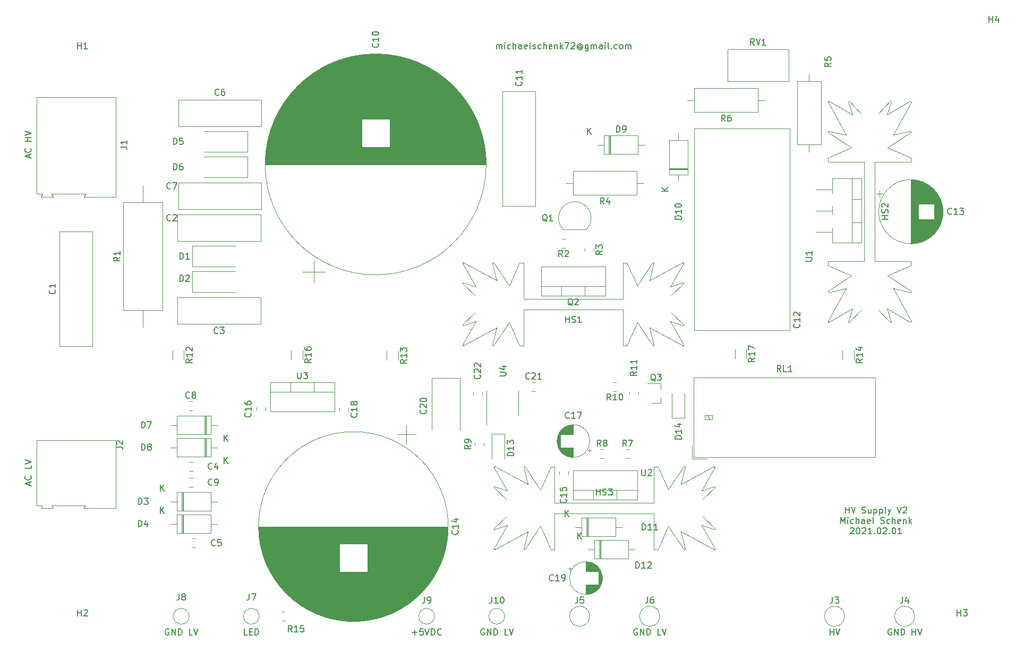
<source format=gbr>
G04 #@! TF.GenerationSoftware,KiCad,Pcbnew,(5.1.9-0-10_14)*
G04 #@! TF.CreationDate,2021-02-01T17:39:14+01:00*
G04 #@! TF.ProjectId,hv-power-supply,68762d70-6f77-4657-922d-737570706c79,rev?*
G04 #@! TF.SameCoordinates,Original*
G04 #@! TF.FileFunction,Legend,Top*
G04 #@! TF.FilePolarity,Positive*
%FSLAX46Y46*%
G04 Gerber Fmt 4.6, Leading zero omitted, Abs format (unit mm)*
G04 Created by KiCad (PCBNEW (5.1.9-0-10_14)) date 2021-02-01 17:39:14*
%MOMM*%
%LPD*%
G01*
G04 APERTURE LIST*
%ADD10C,0.150000*%
%ADD11C,0.120000*%
G04 APERTURE END LIST*
D10*
X51474666Y-75223428D02*
X51474666Y-74747238D01*
X51760380Y-75318666D02*
X50760380Y-74985333D01*
X51760380Y-74652000D01*
X51665142Y-73747238D02*
X51712761Y-73794857D01*
X51760380Y-73937714D01*
X51760380Y-74032952D01*
X51712761Y-74175809D01*
X51617523Y-74271047D01*
X51522285Y-74318666D01*
X51331809Y-74366285D01*
X51188952Y-74366285D01*
X50998476Y-74318666D01*
X50903238Y-74271047D01*
X50808000Y-74175809D01*
X50760380Y-74032952D01*
X50760380Y-73937714D01*
X50808000Y-73794857D01*
X50855619Y-73747238D01*
X51760380Y-72556761D02*
X50760380Y-72556761D01*
X51236571Y-72556761D02*
X51236571Y-71985333D01*
X51760380Y-71985333D02*
X50760380Y-71985333D01*
X50760380Y-71652000D02*
X51760380Y-71318666D01*
X50760380Y-70985333D01*
X51474666Y-127428380D02*
X51474666Y-126952190D01*
X51760380Y-127523619D02*
X50760380Y-127190285D01*
X51760380Y-126856952D01*
X51665142Y-125952190D02*
X51712761Y-125999809D01*
X51760380Y-126142666D01*
X51760380Y-126237904D01*
X51712761Y-126380761D01*
X51617523Y-126476000D01*
X51522285Y-126523619D01*
X51331809Y-126571238D01*
X51188952Y-126571238D01*
X50998476Y-126523619D01*
X50903238Y-126476000D01*
X50808000Y-126380761D01*
X50760380Y-126237904D01*
X50760380Y-126142666D01*
X50808000Y-125999809D01*
X50855619Y-125952190D01*
X51760380Y-124285523D02*
X51760380Y-124761714D01*
X50760380Y-124761714D01*
X50760380Y-124095047D02*
X51760380Y-123761714D01*
X50760380Y-123428380D01*
X86225142Y-151328380D02*
X85748952Y-151328380D01*
X85748952Y-150328380D01*
X86558476Y-150804571D02*
X86891809Y-150804571D01*
X87034666Y-151328380D02*
X86558476Y-151328380D01*
X86558476Y-150328380D01*
X87034666Y-150328380D01*
X87463238Y-151328380D02*
X87463238Y-150328380D01*
X87701333Y-150328380D01*
X87844190Y-150376000D01*
X87939428Y-150471238D01*
X87987047Y-150566476D01*
X88034666Y-150756952D01*
X88034666Y-150899809D01*
X87987047Y-151090285D01*
X87939428Y-151185523D01*
X87844190Y-151280761D01*
X87701333Y-151328380D01*
X87463238Y-151328380D01*
X112522285Y-150947428D02*
X113284190Y-150947428D01*
X112903238Y-151328380D02*
X112903238Y-150566476D01*
X114236571Y-150328380D02*
X113760380Y-150328380D01*
X113712761Y-150804571D01*
X113760380Y-150756952D01*
X113855619Y-150709333D01*
X114093714Y-150709333D01*
X114188952Y-150756952D01*
X114236571Y-150804571D01*
X114284190Y-150899809D01*
X114284190Y-151137904D01*
X114236571Y-151233142D01*
X114188952Y-151280761D01*
X114093714Y-151328380D01*
X113855619Y-151328380D01*
X113760380Y-151280761D01*
X113712761Y-151233142D01*
X114569904Y-150328380D02*
X114903238Y-151328380D01*
X115236571Y-150328380D01*
X115569904Y-151328380D02*
X115569904Y-150328380D01*
X115808000Y-150328380D01*
X115950857Y-150376000D01*
X116046095Y-150471238D01*
X116093714Y-150566476D01*
X116141333Y-150756952D01*
X116141333Y-150899809D01*
X116093714Y-151090285D01*
X116046095Y-151185523D01*
X115950857Y-151280761D01*
X115808000Y-151328380D01*
X115569904Y-151328380D01*
X117141333Y-151233142D02*
X117093714Y-151280761D01*
X116950857Y-151328380D01*
X116855619Y-151328380D01*
X116712761Y-151280761D01*
X116617523Y-151185523D01*
X116569904Y-151090285D01*
X116522285Y-150899809D01*
X116522285Y-150756952D01*
X116569904Y-150566476D01*
X116617523Y-150471238D01*
X116712761Y-150376000D01*
X116855619Y-150328380D01*
X116950857Y-150328380D01*
X117093714Y-150376000D01*
X117141333Y-150423619D01*
X73715809Y-150376000D02*
X73620571Y-150328380D01*
X73477714Y-150328380D01*
X73334857Y-150376000D01*
X73239619Y-150471238D01*
X73192000Y-150566476D01*
X73144380Y-150756952D01*
X73144380Y-150899809D01*
X73192000Y-151090285D01*
X73239619Y-151185523D01*
X73334857Y-151280761D01*
X73477714Y-151328380D01*
X73572952Y-151328380D01*
X73715809Y-151280761D01*
X73763428Y-151233142D01*
X73763428Y-150899809D01*
X73572952Y-150899809D01*
X74192000Y-151328380D02*
X74192000Y-150328380D01*
X74763428Y-151328380D01*
X74763428Y-150328380D01*
X75239619Y-151328380D02*
X75239619Y-150328380D01*
X75477714Y-150328380D01*
X75620571Y-150376000D01*
X75715809Y-150471238D01*
X75763428Y-150566476D01*
X75811047Y-150756952D01*
X75811047Y-150899809D01*
X75763428Y-151090285D01*
X75715809Y-151185523D01*
X75620571Y-151280761D01*
X75477714Y-151328380D01*
X75239619Y-151328380D01*
X77477714Y-151328380D02*
X77001523Y-151328380D01*
X77001523Y-150328380D01*
X77668190Y-150328380D02*
X78001523Y-151328380D01*
X78334857Y-150328380D01*
X124007809Y-150376000D02*
X123912571Y-150328380D01*
X123769714Y-150328380D01*
X123626857Y-150376000D01*
X123531619Y-150471238D01*
X123484000Y-150566476D01*
X123436380Y-150756952D01*
X123436380Y-150899809D01*
X123484000Y-151090285D01*
X123531619Y-151185523D01*
X123626857Y-151280761D01*
X123769714Y-151328380D01*
X123864952Y-151328380D01*
X124007809Y-151280761D01*
X124055428Y-151233142D01*
X124055428Y-150899809D01*
X123864952Y-150899809D01*
X124484000Y-151328380D02*
X124484000Y-150328380D01*
X125055428Y-151328380D01*
X125055428Y-150328380D01*
X125531619Y-151328380D02*
X125531619Y-150328380D01*
X125769714Y-150328380D01*
X125912571Y-150376000D01*
X126007809Y-150471238D01*
X126055428Y-150566476D01*
X126103047Y-150756952D01*
X126103047Y-150899809D01*
X126055428Y-151090285D01*
X126007809Y-151185523D01*
X125912571Y-151280761D01*
X125769714Y-151328380D01*
X125531619Y-151328380D01*
X127769714Y-151328380D02*
X127293523Y-151328380D01*
X127293523Y-150328380D01*
X127960190Y-150328380D02*
X128293523Y-151328380D01*
X128626857Y-150328380D01*
X148391809Y-150376000D02*
X148296571Y-150328380D01*
X148153714Y-150328380D01*
X148010857Y-150376000D01*
X147915619Y-150471238D01*
X147868000Y-150566476D01*
X147820380Y-150756952D01*
X147820380Y-150899809D01*
X147868000Y-151090285D01*
X147915619Y-151185523D01*
X148010857Y-151280761D01*
X148153714Y-151328380D01*
X148248952Y-151328380D01*
X148391809Y-151280761D01*
X148439428Y-151233142D01*
X148439428Y-150899809D01*
X148248952Y-150899809D01*
X148868000Y-151328380D02*
X148868000Y-150328380D01*
X149439428Y-151328380D01*
X149439428Y-150328380D01*
X149915619Y-151328380D02*
X149915619Y-150328380D01*
X150153714Y-150328380D01*
X150296571Y-150376000D01*
X150391809Y-150471238D01*
X150439428Y-150566476D01*
X150487047Y-150756952D01*
X150487047Y-150899809D01*
X150439428Y-151090285D01*
X150391809Y-151185523D01*
X150296571Y-151280761D01*
X150153714Y-151328380D01*
X149915619Y-151328380D01*
X152153714Y-151328380D02*
X151677523Y-151328380D01*
X151677523Y-150328380D01*
X152344190Y-150328380D02*
X152677523Y-151328380D01*
X153010857Y-150328380D01*
X179117714Y-151328380D02*
X179117714Y-150328380D01*
X179117714Y-150804571D02*
X179689142Y-150804571D01*
X179689142Y-151328380D02*
X179689142Y-150328380D01*
X180022476Y-150328380D02*
X180355809Y-151328380D01*
X180689142Y-150328380D01*
X188912761Y-150376000D02*
X188817523Y-150328380D01*
X188674666Y-150328380D01*
X188531809Y-150376000D01*
X188436571Y-150471238D01*
X188388952Y-150566476D01*
X188341333Y-150756952D01*
X188341333Y-150899809D01*
X188388952Y-151090285D01*
X188436571Y-151185523D01*
X188531809Y-151280761D01*
X188674666Y-151328380D01*
X188769904Y-151328380D01*
X188912761Y-151280761D01*
X188960380Y-151233142D01*
X188960380Y-150899809D01*
X188769904Y-150899809D01*
X189388952Y-151328380D02*
X189388952Y-150328380D01*
X189960380Y-151328380D01*
X189960380Y-150328380D01*
X190436571Y-151328380D02*
X190436571Y-150328380D01*
X190674666Y-150328380D01*
X190817523Y-150376000D01*
X190912761Y-150471238D01*
X190960380Y-150566476D01*
X191008000Y-150756952D01*
X191008000Y-150899809D01*
X190960380Y-151090285D01*
X190912761Y-151185523D01*
X190817523Y-151280761D01*
X190674666Y-151328380D01*
X190436571Y-151328380D01*
X192198476Y-151328380D02*
X192198476Y-150328380D01*
X192198476Y-150804571D02*
X192769904Y-150804571D01*
X192769904Y-151328380D02*
X192769904Y-150328380D01*
X193103238Y-150328380D02*
X193436571Y-151328380D01*
X193769904Y-150328380D01*
X181578857Y-131898380D02*
X181578857Y-130898380D01*
X181578857Y-131374571D02*
X182150285Y-131374571D01*
X182150285Y-131898380D02*
X182150285Y-130898380D01*
X182483619Y-130898380D02*
X182816952Y-131898380D01*
X183150285Y-130898380D01*
X184197904Y-131850761D02*
X184340761Y-131898380D01*
X184578857Y-131898380D01*
X184674095Y-131850761D01*
X184721714Y-131803142D01*
X184769333Y-131707904D01*
X184769333Y-131612666D01*
X184721714Y-131517428D01*
X184674095Y-131469809D01*
X184578857Y-131422190D01*
X184388380Y-131374571D01*
X184293142Y-131326952D01*
X184245523Y-131279333D01*
X184197904Y-131184095D01*
X184197904Y-131088857D01*
X184245523Y-130993619D01*
X184293142Y-130946000D01*
X184388380Y-130898380D01*
X184626476Y-130898380D01*
X184769333Y-130946000D01*
X185626476Y-131231714D02*
X185626476Y-131898380D01*
X185197904Y-131231714D02*
X185197904Y-131755523D01*
X185245523Y-131850761D01*
X185340761Y-131898380D01*
X185483619Y-131898380D01*
X185578857Y-131850761D01*
X185626476Y-131803142D01*
X186102666Y-131231714D02*
X186102666Y-132231714D01*
X186102666Y-131279333D02*
X186197904Y-131231714D01*
X186388380Y-131231714D01*
X186483619Y-131279333D01*
X186531238Y-131326952D01*
X186578857Y-131422190D01*
X186578857Y-131707904D01*
X186531238Y-131803142D01*
X186483619Y-131850761D01*
X186388380Y-131898380D01*
X186197904Y-131898380D01*
X186102666Y-131850761D01*
X187007428Y-131231714D02*
X187007428Y-132231714D01*
X187007428Y-131279333D02*
X187102666Y-131231714D01*
X187293142Y-131231714D01*
X187388380Y-131279333D01*
X187436000Y-131326952D01*
X187483619Y-131422190D01*
X187483619Y-131707904D01*
X187436000Y-131803142D01*
X187388380Y-131850761D01*
X187293142Y-131898380D01*
X187102666Y-131898380D01*
X187007428Y-131850761D01*
X188055047Y-131898380D02*
X187959809Y-131850761D01*
X187912190Y-131755523D01*
X187912190Y-130898380D01*
X188340761Y-131231714D02*
X188578857Y-131898380D01*
X188816952Y-131231714D02*
X188578857Y-131898380D01*
X188483619Y-132136476D01*
X188436000Y-132184095D01*
X188340761Y-132231714D01*
X189816952Y-130898380D02*
X190150285Y-131898380D01*
X190483619Y-130898380D01*
X190769333Y-130993619D02*
X190816952Y-130946000D01*
X190912190Y-130898380D01*
X191150285Y-130898380D01*
X191245523Y-130946000D01*
X191293142Y-130993619D01*
X191340761Y-131088857D01*
X191340761Y-131184095D01*
X191293142Y-131326952D01*
X190721714Y-131898380D01*
X191340761Y-131898380D01*
X180816952Y-133548380D02*
X180816952Y-132548380D01*
X181150285Y-133262666D01*
X181483619Y-132548380D01*
X181483619Y-133548380D01*
X181959809Y-133548380D02*
X181959809Y-132881714D01*
X181959809Y-132548380D02*
X181912190Y-132596000D01*
X181959809Y-132643619D01*
X182007428Y-132596000D01*
X181959809Y-132548380D01*
X181959809Y-132643619D01*
X182864571Y-133500761D02*
X182769333Y-133548380D01*
X182578857Y-133548380D01*
X182483619Y-133500761D01*
X182436000Y-133453142D01*
X182388380Y-133357904D01*
X182388380Y-133072190D01*
X182436000Y-132976952D01*
X182483619Y-132929333D01*
X182578857Y-132881714D01*
X182769333Y-132881714D01*
X182864571Y-132929333D01*
X183293142Y-133548380D02*
X183293142Y-132548380D01*
X183721714Y-133548380D02*
X183721714Y-133024571D01*
X183674095Y-132929333D01*
X183578857Y-132881714D01*
X183436000Y-132881714D01*
X183340761Y-132929333D01*
X183293142Y-132976952D01*
X184626476Y-133548380D02*
X184626476Y-133024571D01*
X184578857Y-132929333D01*
X184483619Y-132881714D01*
X184293142Y-132881714D01*
X184197904Y-132929333D01*
X184626476Y-133500761D02*
X184531238Y-133548380D01*
X184293142Y-133548380D01*
X184197904Y-133500761D01*
X184150285Y-133405523D01*
X184150285Y-133310285D01*
X184197904Y-133215047D01*
X184293142Y-133167428D01*
X184531238Y-133167428D01*
X184626476Y-133119809D01*
X185483619Y-133500761D02*
X185388380Y-133548380D01*
X185197904Y-133548380D01*
X185102666Y-133500761D01*
X185055047Y-133405523D01*
X185055047Y-133024571D01*
X185102666Y-132929333D01*
X185197904Y-132881714D01*
X185388380Y-132881714D01*
X185483619Y-132929333D01*
X185531238Y-133024571D01*
X185531238Y-133119809D01*
X185055047Y-133215047D01*
X186102666Y-133548380D02*
X186007428Y-133500761D01*
X185959809Y-133405523D01*
X185959809Y-132548380D01*
X187197904Y-133500761D02*
X187340761Y-133548380D01*
X187578857Y-133548380D01*
X187674095Y-133500761D01*
X187721714Y-133453142D01*
X187769333Y-133357904D01*
X187769333Y-133262666D01*
X187721714Y-133167428D01*
X187674095Y-133119809D01*
X187578857Y-133072190D01*
X187388380Y-133024571D01*
X187293142Y-132976952D01*
X187245523Y-132929333D01*
X187197904Y-132834095D01*
X187197904Y-132738857D01*
X187245523Y-132643619D01*
X187293142Y-132596000D01*
X187388380Y-132548380D01*
X187626476Y-132548380D01*
X187769333Y-132596000D01*
X188626476Y-133500761D02*
X188531238Y-133548380D01*
X188340761Y-133548380D01*
X188245523Y-133500761D01*
X188197904Y-133453142D01*
X188150285Y-133357904D01*
X188150285Y-133072190D01*
X188197904Y-132976952D01*
X188245523Y-132929333D01*
X188340761Y-132881714D01*
X188531238Y-132881714D01*
X188626476Y-132929333D01*
X189055047Y-133548380D02*
X189055047Y-132548380D01*
X189483619Y-133548380D02*
X189483619Y-133024571D01*
X189436000Y-132929333D01*
X189340761Y-132881714D01*
X189197904Y-132881714D01*
X189102666Y-132929333D01*
X189055047Y-132976952D01*
X190340761Y-133500761D02*
X190245523Y-133548380D01*
X190055047Y-133548380D01*
X189959809Y-133500761D01*
X189912190Y-133405523D01*
X189912190Y-133024571D01*
X189959809Y-132929333D01*
X190055047Y-132881714D01*
X190245523Y-132881714D01*
X190340761Y-132929333D01*
X190388380Y-133024571D01*
X190388380Y-133119809D01*
X189912190Y-133215047D01*
X190816952Y-132881714D02*
X190816952Y-133548380D01*
X190816952Y-132976952D02*
X190864571Y-132929333D01*
X190959809Y-132881714D01*
X191102666Y-132881714D01*
X191197904Y-132929333D01*
X191245523Y-133024571D01*
X191245523Y-133548380D01*
X191721714Y-133548380D02*
X191721714Y-132548380D01*
X191816952Y-133167428D02*
X192102666Y-133548380D01*
X192102666Y-132881714D02*
X191721714Y-133262666D01*
X182340761Y-134293619D02*
X182388380Y-134246000D01*
X182483619Y-134198380D01*
X182721714Y-134198380D01*
X182816952Y-134246000D01*
X182864571Y-134293619D01*
X182912190Y-134388857D01*
X182912190Y-134484095D01*
X182864571Y-134626952D01*
X182293142Y-135198380D01*
X182912190Y-135198380D01*
X183531238Y-134198380D02*
X183626476Y-134198380D01*
X183721714Y-134246000D01*
X183769333Y-134293619D01*
X183816952Y-134388857D01*
X183864571Y-134579333D01*
X183864571Y-134817428D01*
X183816952Y-135007904D01*
X183769333Y-135103142D01*
X183721714Y-135150761D01*
X183626476Y-135198380D01*
X183531238Y-135198380D01*
X183436000Y-135150761D01*
X183388380Y-135103142D01*
X183340761Y-135007904D01*
X183293142Y-134817428D01*
X183293142Y-134579333D01*
X183340761Y-134388857D01*
X183388380Y-134293619D01*
X183436000Y-134246000D01*
X183531238Y-134198380D01*
X184245523Y-134293619D02*
X184293142Y-134246000D01*
X184388380Y-134198380D01*
X184626476Y-134198380D01*
X184721714Y-134246000D01*
X184769333Y-134293619D01*
X184816952Y-134388857D01*
X184816952Y-134484095D01*
X184769333Y-134626952D01*
X184197904Y-135198380D01*
X184816952Y-135198380D01*
X185769333Y-135198380D02*
X185197904Y-135198380D01*
X185483619Y-135198380D02*
X185483619Y-134198380D01*
X185388380Y-134341238D01*
X185293142Y-134436476D01*
X185197904Y-134484095D01*
X186197904Y-135103142D02*
X186245523Y-135150761D01*
X186197904Y-135198380D01*
X186150285Y-135150761D01*
X186197904Y-135103142D01*
X186197904Y-135198380D01*
X186864571Y-134198380D02*
X186959809Y-134198380D01*
X187055047Y-134246000D01*
X187102666Y-134293619D01*
X187150285Y-134388857D01*
X187197904Y-134579333D01*
X187197904Y-134817428D01*
X187150285Y-135007904D01*
X187102666Y-135103142D01*
X187055047Y-135150761D01*
X186959809Y-135198380D01*
X186864571Y-135198380D01*
X186769333Y-135150761D01*
X186721714Y-135103142D01*
X186674095Y-135007904D01*
X186626476Y-134817428D01*
X186626476Y-134579333D01*
X186674095Y-134388857D01*
X186721714Y-134293619D01*
X186769333Y-134246000D01*
X186864571Y-134198380D01*
X187578857Y-134293619D02*
X187626476Y-134246000D01*
X187721714Y-134198380D01*
X187959809Y-134198380D01*
X188055047Y-134246000D01*
X188102666Y-134293619D01*
X188150285Y-134388857D01*
X188150285Y-134484095D01*
X188102666Y-134626952D01*
X187531238Y-135198380D01*
X188150285Y-135198380D01*
X188578857Y-135103142D02*
X188626476Y-135150761D01*
X188578857Y-135198380D01*
X188531238Y-135150761D01*
X188578857Y-135103142D01*
X188578857Y-135198380D01*
X189245523Y-134198380D02*
X189340761Y-134198380D01*
X189436000Y-134246000D01*
X189483619Y-134293619D01*
X189531238Y-134388857D01*
X189578857Y-134579333D01*
X189578857Y-134817428D01*
X189531238Y-135007904D01*
X189483619Y-135103142D01*
X189436000Y-135150761D01*
X189340761Y-135198380D01*
X189245523Y-135198380D01*
X189150285Y-135150761D01*
X189102666Y-135103142D01*
X189055047Y-135007904D01*
X189007428Y-134817428D01*
X189007428Y-134579333D01*
X189055047Y-134388857D01*
X189102666Y-134293619D01*
X189150285Y-134246000D01*
X189245523Y-134198380D01*
X190531238Y-135198380D02*
X189959809Y-135198380D01*
X190245523Y-135198380D02*
X190245523Y-134198380D01*
X190150285Y-134341238D01*
X190055047Y-134436476D01*
X189959809Y-134484095D01*
X125937714Y-57856380D02*
X125937714Y-57189714D01*
X125937714Y-57284952D02*
X125985333Y-57237333D01*
X126080571Y-57189714D01*
X126223428Y-57189714D01*
X126318666Y-57237333D01*
X126366285Y-57332571D01*
X126366285Y-57856380D01*
X126366285Y-57332571D02*
X126413904Y-57237333D01*
X126509142Y-57189714D01*
X126652000Y-57189714D01*
X126747238Y-57237333D01*
X126794857Y-57332571D01*
X126794857Y-57856380D01*
X127271047Y-57856380D02*
X127271047Y-57189714D01*
X127271047Y-56856380D02*
X127223428Y-56904000D01*
X127271047Y-56951619D01*
X127318666Y-56904000D01*
X127271047Y-56856380D01*
X127271047Y-56951619D01*
X128175809Y-57808761D02*
X128080571Y-57856380D01*
X127890095Y-57856380D01*
X127794857Y-57808761D01*
X127747238Y-57761142D01*
X127699619Y-57665904D01*
X127699619Y-57380190D01*
X127747238Y-57284952D01*
X127794857Y-57237333D01*
X127890095Y-57189714D01*
X128080571Y-57189714D01*
X128175809Y-57237333D01*
X128604380Y-57856380D02*
X128604380Y-56856380D01*
X129032952Y-57856380D02*
X129032952Y-57332571D01*
X128985333Y-57237333D01*
X128890095Y-57189714D01*
X128747238Y-57189714D01*
X128652000Y-57237333D01*
X128604380Y-57284952D01*
X129937714Y-57856380D02*
X129937714Y-57332571D01*
X129890095Y-57237333D01*
X129794857Y-57189714D01*
X129604380Y-57189714D01*
X129509142Y-57237333D01*
X129937714Y-57808761D02*
X129842476Y-57856380D01*
X129604380Y-57856380D01*
X129509142Y-57808761D01*
X129461523Y-57713523D01*
X129461523Y-57618285D01*
X129509142Y-57523047D01*
X129604380Y-57475428D01*
X129842476Y-57475428D01*
X129937714Y-57427809D01*
X130794857Y-57808761D02*
X130699619Y-57856380D01*
X130509142Y-57856380D01*
X130413904Y-57808761D01*
X130366285Y-57713523D01*
X130366285Y-57332571D01*
X130413904Y-57237333D01*
X130509142Y-57189714D01*
X130699619Y-57189714D01*
X130794857Y-57237333D01*
X130842476Y-57332571D01*
X130842476Y-57427809D01*
X130366285Y-57523047D01*
X131413904Y-57856380D02*
X131318666Y-57808761D01*
X131271047Y-57713523D01*
X131271047Y-56856380D01*
X131747238Y-57808761D02*
X131842476Y-57856380D01*
X132032952Y-57856380D01*
X132128190Y-57808761D01*
X132175809Y-57713523D01*
X132175809Y-57665904D01*
X132128190Y-57570666D01*
X132032952Y-57523047D01*
X131890095Y-57523047D01*
X131794857Y-57475428D01*
X131747238Y-57380190D01*
X131747238Y-57332571D01*
X131794857Y-57237333D01*
X131890095Y-57189714D01*
X132032952Y-57189714D01*
X132128190Y-57237333D01*
X133032952Y-57808761D02*
X132937714Y-57856380D01*
X132747238Y-57856380D01*
X132652000Y-57808761D01*
X132604380Y-57761142D01*
X132556761Y-57665904D01*
X132556761Y-57380190D01*
X132604380Y-57284952D01*
X132652000Y-57237333D01*
X132747238Y-57189714D01*
X132937714Y-57189714D01*
X133032952Y-57237333D01*
X133461523Y-57856380D02*
X133461523Y-56856380D01*
X133890095Y-57856380D02*
X133890095Y-57332571D01*
X133842476Y-57237333D01*
X133747238Y-57189714D01*
X133604380Y-57189714D01*
X133509142Y-57237333D01*
X133461523Y-57284952D01*
X134747238Y-57808761D02*
X134652000Y-57856380D01*
X134461523Y-57856380D01*
X134366285Y-57808761D01*
X134318666Y-57713523D01*
X134318666Y-57332571D01*
X134366285Y-57237333D01*
X134461523Y-57189714D01*
X134652000Y-57189714D01*
X134747238Y-57237333D01*
X134794857Y-57332571D01*
X134794857Y-57427809D01*
X134318666Y-57523047D01*
X135223428Y-57189714D02*
X135223428Y-57856380D01*
X135223428Y-57284952D02*
X135271047Y-57237333D01*
X135366285Y-57189714D01*
X135509142Y-57189714D01*
X135604380Y-57237333D01*
X135652000Y-57332571D01*
X135652000Y-57856380D01*
X136128190Y-57856380D02*
X136128190Y-56856380D01*
X136223428Y-57475428D02*
X136509142Y-57856380D01*
X136509142Y-57189714D02*
X136128190Y-57570666D01*
X136842476Y-56856380D02*
X137509142Y-56856380D01*
X137080571Y-57856380D01*
X137842476Y-56951619D02*
X137890095Y-56904000D01*
X137985333Y-56856380D01*
X138223428Y-56856380D01*
X138318666Y-56904000D01*
X138366285Y-56951619D01*
X138413904Y-57046857D01*
X138413904Y-57142095D01*
X138366285Y-57284952D01*
X137794857Y-57856380D01*
X138413904Y-57856380D01*
X139461523Y-57380190D02*
X139413904Y-57332571D01*
X139318666Y-57284952D01*
X139223428Y-57284952D01*
X139128190Y-57332571D01*
X139080571Y-57380190D01*
X139032952Y-57475428D01*
X139032952Y-57570666D01*
X139080571Y-57665904D01*
X139128190Y-57713523D01*
X139223428Y-57761142D01*
X139318666Y-57761142D01*
X139413904Y-57713523D01*
X139461523Y-57665904D01*
X139461523Y-57284952D02*
X139461523Y-57665904D01*
X139509142Y-57713523D01*
X139556761Y-57713523D01*
X139652000Y-57665904D01*
X139699619Y-57570666D01*
X139699619Y-57332571D01*
X139604380Y-57189714D01*
X139461523Y-57094476D01*
X139271047Y-57046857D01*
X139080571Y-57094476D01*
X138937714Y-57189714D01*
X138842476Y-57332571D01*
X138794857Y-57523047D01*
X138842476Y-57713523D01*
X138937714Y-57856380D01*
X139080571Y-57951619D01*
X139271047Y-57999238D01*
X139461523Y-57951619D01*
X139604380Y-57856380D01*
X140556761Y-57189714D02*
X140556761Y-57999238D01*
X140509142Y-58094476D01*
X140461523Y-58142095D01*
X140366285Y-58189714D01*
X140223428Y-58189714D01*
X140128190Y-58142095D01*
X140556761Y-57808761D02*
X140461523Y-57856380D01*
X140271047Y-57856380D01*
X140175809Y-57808761D01*
X140128190Y-57761142D01*
X140080571Y-57665904D01*
X140080571Y-57380190D01*
X140128190Y-57284952D01*
X140175809Y-57237333D01*
X140271047Y-57189714D01*
X140461523Y-57189714D01*
X140556761Y-57237333D01*
X141032952Y-57856380D02*
X141032952Y-57189714D01*
X141032952Y-57284952D02*
X141080571Y-57237333D01*
X141175809Y-57189714D01*
X141318666Y-57189714D01*
X141413904Y-57237333D01*
X141461523Y-57332571D01*
X141461523Y-57856380D01*
X141461523Y-57332571D02*
X141509142Y-57237333D01*
X141604380Y-57189714D01*
X141747238Y-57189714D01*
X141842476Y-57237333D01*
X141890095Y-57332571D01*
X141890095Y-57856380D01*
X142794857Y-57856380D02*
X142794857Y-57332571D01*
X142747238Y-57237333D01*
X142652000Y-57189714D01*
X142461523Y-57189714D01*
X142366285Y-57237333D01*
X142794857Y-57808761D02*
X142699619Y-57856380D01*
X142461523Y-57856380D01*
X142366285Y-57808761D01*
X142318666Y-57713523D01*
X142318666Y-57618285D01*
X142366285Y-57523047D01*
X142461523Y-57475428D01*
X142699619Y-57475428D01*
X142794857Y-57427809D01*
X143271047Y-57856380D02*
X143271047Y-57189714D01*
X143271047Y-56856380D02*
X143223428Y-56904000D01*
X143271047Y-56951619D01*
X143318666Y-56904000D01*
X143271047Y-56856380D01*
X143271047Y-56951619D01*
X143890095Y-57856380D02*
X143794857Y-57808761D01*
X143747238Y-57713523D01*
X143747238Y-56856380D01*
X144271047Y-57761142D02*
X144318666Y-57808761D01*
X144271047Y-57856380D01*
X144223428Y-57808761D01*
X144271047Y-57761142D01*
X144271047Y-57856380D01*
X145175809Y-57808761D02*
X145080571Y-57856380D01*
X144890095Y-57856380D01*
X144794857Y-57808761D01*
X144747238Y-57761142D01*
X144699619Y-57665904D01*
X144699619Y-57380190D01*
X144747238Y-57284952D01*
X144794857Y-57237333D01*
X144890095Y-57189714D01*
X145080571Y-57189714D01*
X145175809Y-57237333D01*
X145747238Y-57856380D02*
X145652000Y-57808761D01*
X145604380Y-57761142D01*
X145556761Y-57665904D01*
X145556761Y-57380190D01*
X145604380Y-57284952D01*
X145652000Y-57237333D01*
X145747238Y-57189714D01*
X145890095Y-57189714D01*
X145985333Y-57237333D01*
X146032952Y-57284952D01*
X146080571Y-57380190D01*
X146080571Y-57665904D01*
X146032952Y-57761142D01*
X145985333Y-57808761D01*
X145890095Y-57856380D01*
X145747238Y-57856380D01*
X146509142Y-57856380D02*
X146509142Y-57189714D01*
X146509142Y-57284952D02*
X146556761Y-57237333D01*
X146652000Y-57189714D01*
X146794857Y-57189714D01*
X146890095Y-57237333D01*
X146937714Y-57332571D01*
X146937714Y-57856380D01*
X146937714Y-57332571D02*
X146985333Y-57237333D01*
X147080571Y-57189714D01*
X147223428Y-57189714D01*
X147318666Y-57237333D01*
X147366285Y-57332571D01*
X147366285Y-57856380D01*
D11*
X165756000Y-105799936D02*
X165756000Y-107254064D01*
X163936000Y-105799936D02*
X163936000Y-107254064D01*
X95017000Y-105926936D02*
X95017000Y-107381064D01*
X93197000Y-105926936D02*
X93197000Y-107381064D01*
X141451000Y-89672936D02*
X141451000Y-90127064D01*
X139981000Y-89672936D02*
X139981000Y-90127064D01*
X136863064Y-89635000D02*
X136408936Y-89635000D01*
X136863064Y-88165000D02*
X136408936Y-88165000D01*
X179447000Y-87064000D02*
X176833000Y-87064000D01*
X179447000Y-83664000D02*
X176833000Y-83664000D01*
X179447000Y-80264000D02*
X176817000Y-80264000D01*
X184088000Y-85514000D02*
X182579000Y-85514000D01*
X184088000Y-81814000D02*
X182579000Y-81814000D01*
X182579000Y-78543000D02*
X182579000Y-88784000D01*
X184088000Y-88784000D02*
X179447000Y-88784000D01*
X184088000Y-78543000D02*
X179447000Y-78543000D01*
X179447000Y-86429000D02*
X179447000Y-88784000D01*
X179447000Y-83029000D02*
X179447000Y-84299000D01*
X179447000Y-78543000D02*
X179447000Y-80899000D01*
X184088000Y-78543000D02*
X184088000Y-88784000D01*
X122201000Y-112536248D02*
X122201000Y-113058752D01*
X123671000Y-112536248D02*
X123671000Y-113058752D01*
X131586248Y-112495000D02*
X132108752Y-112495000D01*
X131586248Y-111025000D02*
X132108752Y-111025000D01*
X100865000Y-115076248D02*
X100865000Y-115598752D01*
X102335000Y-115076248D02*
X102335000Y-115598752D01*
X87657000Y-115033248D02*
X87657000Y-115555752D01*
X89127000Y-115033248D02*
X89127000Y-115555752D01*
X137387000Y-125758752D02*
X137387000Y-125236248D01*
X135917000Y-125758752D02*
X135917000Y-125236248D01*
X91736936Y-149071000D02*
X92191064Y-149071000D01*
X91736936Y-147601000D02*
X92191064Y-147601000D01*
X127235000Y-148336000D02*
G75*
G03*
X127235000Y-148336000I-1251000J0D01*
G01*
X116059000Y-148336000D02*
G75*
G03*
X116059000Y-148336000I-1251000J0D01*
G01*
X76943000Y-148336000D02*
G75*
G03*
X76943000Y-148336000I-1251000J0D01*
G01*
X88119000Y-148336000D02*
G75*
G03*
X88119000Y-148336000I-1251000J0D01*
G01*
X129433000Y-114365000D02*
X129433000Y-112415000D01*
X129433000Y-114365000D02*
X129433000Y-116315000D01*
X124313000Y-114365000D02*
X124313000Y-112415000D01*
X124313000Y-114365000D02*
X124313000Y-117815000D01*
X89876000Y-111030000D02*
X100116000Y-111030000D01*
X89876000Y-115671000D02*
X100116000Y-115671000D01*
X89876000Y-111030000D02*
X89876000Y-115671000D01*
X100116000Y-111030000D02*
X100116000Y-115671000D01*
X89876000Y-112540000D02*
X100116000Y-112540000D01*
X93146000Y-111030000D02*
X93146000Y-112540000D01*
X96847000Y-111030000D02*
X96847000Y-112540000D01*
X148376000Y-129762000D02*
X138136000Y-129762000D01*
X148376000Y-125121000D02*
X138136000Y-125121000D01*
X148376000Y-129762000D02*
X148376000Y-125121000D01*
X138136000Y-129762000D02*
X138136000Y-125121000D01*
X148376000Y-128252000D02*
X138136000Y-128252000D01*
X145106000Y-129762000D02*
X145106000Y-128252000D01*
X141405000Y-129762000D02*
X141405000Y-128252000D01*
X182901000Y-105926936D02*
X182901000Y-107381064D01*
X181081000Y-105926936D02*
X181081000Y-107381064D01*
X110257000Y-106053936D02*
X110257000Y-107508064D01*
X108437000Y-106053936D02*
X108437000Y-107508064D01*
X76094000Y-105952936D02*
X76094000Y-107407064D01*
X74274000Y-105952936D02*
X74274000Y-107407064D01*
X148563000Y-112532936D02*
X148563000Y-112987064D01*
X147093000Y-112532936D02*
X147093000Y-112987064D01*
X145023064Y-112495000D02*
X144568936Y-112495000D01*
X145023064Y-111025000D02*
X144568936Y-111025000D01*
X123925000Y-120660936D02*
X123925000Y-121115064D01*
X122455000Y-120660936D02*
X122455000Y-121115064D01*
X142536936Y-121693000D02*
X142991064Y-121693000D01*
X142536936Y-123163000D02*
X142991064Y-123163000D01*
X146600936Y-121693000D02*
X147055064Y-121693000D01*
X146600936Y-123163000D02*
X147055064Y-123163000D01*
X152160000Y-114356000D02*
X152160000Y-113426000D01*
X152160000Y-111196000D02*
X152160000Y-112126000D01*
X152160000Y-111196000D02*
X150000000Y-111196000D01*
X152160000Y-114356000D02*
X150700000Y-114356000D01*
X151968781Y-148336000D02*
G75*
G03*
X151968781Y-148336000I-1600781J0D01*
G01*
X140792781Y-148336000D02*
G75*
G03*
X140792781Y-148336000I-1600781J0D01*
G01*
X160749000Y-134334000D02*
X158789000Y-132444000D01*
X160659000Y-134484000D02*
X160749000Y-134334000D01*
X158609000Y-133804000D02*
X160659000Y-134484000D01*
X160759000Y-137574000D02*
X158609000Y-133804000D01*
X160639000Y-137694000D02*
X160759000Y-137574000D01*
X155339000Y-134814000D02*
X160639000Y-137694000D01*
X155999000Y-137614000D02*
X155339000Y-134814000D01*
X155819000Y-137674000D02*
X155999000Y-137614000D01*
X153319000Y-133954000D02*
X155819000Y-137674000D01*
X151699000Y-137664000D02*
X153309000Y-133954000D01*
X151029000Y-137664000D02*
X151699000Y-137664000D01*
X151029000Y-131914000D02*
X151029000Y-137664000D01*
X143129000Y-131914000D02*
X151029000Y-131914000D01*
X151029000Y-124464000D02*
X151699000Y-124464000D01*
X151029000Y-130214000D02*
X151029000Y-124464000D01*
X143129000Y-130214000D02*
X151029000Y-130214000D01*
X151699000Y-124464000D02*
X153309000Y-128174000D01*
X160659000Y-127644000D02*
X160749000Y-127794000D01*
X160639000Y-124434000D02*
X160759000Y-124554000D01*
X160759000Y-124554000D02*
X158609000Y-128324000D01*
X158609000Y-128324000D02*
X160659000Y-127644000D01*
X160749000Y-127794000D02*
X158789000Y-129684000D01*
X155339000Y-127314000D02*
X160639000Y-124434000D01*
X153319000Y-128174000D02*
X155819000Y-124454000D01*
X155819000Y-124454000D02*
X155999000Y-124514000D01*
X155999000Y-124514000D02*
X155339000Y-127314000D01*
X143129000Y-131914000D02*
X135229000Y-131914000D01*
X134559000Y-137664000D02*
X132949000Y-133954000D01*
X135229000Y-137664000D02*
X134559000Y-137664000D01*
X135229000Y-131914000D02*
X135229000Y-137664000D01*
X143129000Y-130214000D02*
X135229000Y-130214000D01*
X127649000Y-128324000D02*
X125599000Y-127644000D01*
X125619000Y-124434000D02*
X125499000Y-124554000D01*
X125599000Y-127644000D02*
X125509000Y-127794000D01*
X125499000Y-124554000D02*
X127649000Y-128324000D01*
X125509000Y-127794000D02*
X127469000Y-129684000D01*
X132939000Y-128174000D02*
X130439000Y-124454000D01*
X130259000Y-124514000D02*
X130919000Y-127314000D01*
X130439000Y-124454000D02*
X130259000Y-124514000D01*
X130919000Y-127314000D02*
X125619000Y-124434000D01*
X135229000Y-124464000D02*
X134559000Y-124464000D01*
X135229000Y-130214000D02*
X135229000Y-124464000D01*
X134559000Y-124464000D02*
X132949000Y-128174000D01*
X125619000Y-137694000D02*
X125499000Y-137574000D01*
X125509000Y-134334000D02*
X127469000Y-132444000D01*
X127649000Y-133804000D02*
X125599000Y-134484000D01*
X125599000Y-134484000D02*
X125509000Y-134334000D01*
X125499000Y-137574000D02*
X127649000Y-133804000D01*
X130919000Y-134814000D02*
X125619000Y-137694000D01*
X130259000Y-137614000D02*
X130919000Y-134814000D01*
X130439000Y-137674000D02*
X130259000Y-137614000D01*
X132939000Y-133954000D02*
X130439000Y-137674000D01*
X153940000Y-116676000D02*
X155940000Y-116676000D01*
X155940000Y-116676000D02*
X155940000Y-112776000D01*
X153940000Y-116676000D02*
X153940000Y-112776000D01*
X127238000Y-119288000D02*
X125238000Y-119288000D01*
X125238000Y-119288000D02*
X125238000Y-123188000D01*
X127238000Y-119288000D02*
X127238000Y-123188000D01*
X141552000Y-136198000D02*
X141552000Y-139138000D01*
X141552000Y-139138000D02*
X146992000Y-139138000D01*
X146992000Y-139138000D02*
X146992000Y-136198000D01*
X146992000Y-136198000D02*
X141552000Y-136198000D01*
X140532000Y-137668000D02*
X141552000Y-137668000D01*
X148012000Y-137668000D02*
X146992000Y-137668000D01*
X142452000Y-136198000D02*
X142452000Y-139138000D01*
X142572000Y-136198000D02*
X142572000Y-139138000D01*
X142332000Y-136198000D02*
X142332000Y-139138000D01*
X139520000Y-132642000D02*
X139520000Y-135582000D01*
X139520000Y-135582000D02*
X144960000Y-135582000D01*
X144960000Y-135582000D02*
X144960000Y-132642000D01*
X144960000Y-132642000D02*
X139520000Y-132642000D01*
X138500000Y-134112000D02*
X139520000Y-134112000D01*
X145980000Y-134112000D02*
X144960000Y-134112000D01*
X140420000Y-132642000D02*
X140420000Y-135582000D01*
X140540000Y-132642000D02*
X140540000Y-135582000D01*
X140300000Y-132642000D02*
X140300000Y-135582000D01*
X120116000Y-118610000D02*
X120116000Y-110375000D01*
X120116000Y-110375000D02*
X115596000Y-110375000D01*
X115596000Y-110375000D02*
X115596000Y-118610000D01*
X142812000Y-142240000D02*
G75*
G03*
X142812000Y-142240000I-2620000J0D01*
G01*
X140192000Y-143280000D02*
X140192000Y-144820000D01*
X140192000Y-139660000D02*
X140192000Y-141200000D01*
X140232000Y-143280000D02*
X140232000Y-144820000D01*
X140232000Y-139660000D02*
X140232000Y-141200000D01*
X140272000Y-139661000D02*
X140272000Y-141200000D01*
X140272000Y-143280000D02*
X140272000Y-144819000D01*
X140312000Y-139662000D02*
X140312000Y-141200000D01*
X140312000Y-143280000D02*
X140312000Y-144818000D01*
X140352000Y-139664000D02*
X140352000Y-141200000D01*
X140352000Y-143280000D02*
X140352000Y-144816000D01*
X140392000Y-139667000D02*
X140392000Y-141200000D01*
X140392000Y-143280000D02*
X140392000Y-144813000D01*
X140432000Y-139671000D02*
X140432000Y-141200000D01*
X140432000Y-143280000D02*
X140432000Y-144809000D01*
X140472000Y-139675000D02*
X140472000Y-141200000D01*
X140472000Y-143280000D02*
X140472000Y-144805000D01*
X140512000Y-139679000D02*
X140512000Y-141200000D01*
X140512000Y-143280000D02*
X140512000Y-144801000D01*
X140552000Y-139684000D02*
X140552000Y-141200000D01*
X140552000Y-143280000D02*
X140552000Y-144796000D01*
X140592000Y-139690000D02*
X140592000Y-141200000D01*
X140592000Y-143280000D02*
X140592000Y-144790000D01*
X140632000Y-139697000D02*
X140632000Y-141200000D01*
X140632000Y-143280000D02*
X140632000Y-144783000D01*
X140672000Y-139704000D02*
X140672000Y-141200000D01*
X140672000Y-143280000D02*
X140672000Y-144776000D01*
X140712000Y-139712000D02*
X140712000Y-141200000D01*
X140712000Y-143280000D02*
X140712000Y-144768000D01*
X140752000Y-139720000D02*
X140752000Y-141200000D01*
X140752000Y-143280000D02*
X140752000Y-144760000D01*
X140792000Y-139729000D02*
X140792000Y-141200000D01*
X140792000Y-143280000D02*
X140792000Y-144751000D01*
X140832000Y-139739000D02*
X140832000Y-141200000D01*
X140832000Y-143280000D02*
X140832000Y-144741000D01*
X140872000Y-139749000D02*
X140872000Y-141200000D01*
X140872000Y-143280000D02*
X140872000Y-144731000D01*
X140913000Y-139760000D02*
X140913000Y-141200000D01*
X140913000Y-143280000D02*
X140913000Y-144720000D01*
X140953000Y-139772000D02*
X140953000Y-141200000D01*
X140953000Y-143280000D02*
X140953000Y-144708000D01*
X140993000Y-139785000D02*
X140993000Y-141200000D01*
X140993000Y-143280000D02*
X140993000Y-144695000D01*
X141033000Y-139798000D02*
X141033000Y-141200000D01*
X141033000Y-143280000D02*
X141033000Y-144682000D01*
X141073000Y-139812000D02*
X141073000Y-141200000D01*
X141073000Y-143280000D02*
X141073000Y-144668000D01*
X141113000Y-139826000D02*
X141113000Y-141200000D01*
X141113000Y-143280000D02*
X141113000Y-144654000D01*
X141153000Y-139842000D02*
X141153000Y-141200000D01*
X141153000Y-143280000D02*
X141153000Y-144638000D01*
X141193000Y-139858000D02*
X141193000Y-141200000D01*
X141193000Y-143280000D02*
X141193000Y-144622000D01*
X141233000Y-139875000D02*
X141233000Y-141200000D01*
X141233000Y-143280000D02*
X141233000Y-144605000D01*
X141273000Y-139892000D02*
X141273000Y-141200000D01*
X141273000Y-143280000D02*
X141273000Y-144588000D01*
X141313000Y-139911000D02*
X141313000Y-141200000D01*
X141313000Y-143280000D02*
X141313000Y-144569000D01*
X141353000Y-139930000D02*
X141353000Y-141200000D01*
X141353000Y-143280000D02*
X141353000Y-144550000D01*
X141393000Y-139950000D02*
X141393000Y-141200000D01*
X141393000Y-143280000D02*
X141393000Y-144530000D01*
X141433000Y-139972000D02*
X141433000Y-141200000D01*
X141433000Y-143280000D02*
X141433000Y-144508000D01*
X141473000Y-139993000D02*
X141473000Y-141200000D01*
X141473000Y-143280000D02*
X141473000Y-144487000D01*
X141513000Y-140016000D02*
X141513000Y-141200000D01*
X141513000Y-143280000D02*
X141513000Y-144464000D01*
X141553000Y-140040000D02*
X141553000Y-141200000D01*
X141553000Y-143280000D02*
X141553000Y-144440000D01*
X141593000Y-140065000D02*
X141593000Y-141200000D01*
X141593000Y-143280000D02*
X141593000Y-144415000D01*
X141633000Y-140091000D02*
X141633000Y-141200000D01*
X141633000Y-143280000D02*
X141633000Y-144389000D01*
X141673000Y-140118000D02*
X141673000Y-141200000D01*
X141673000Y-143280000D02*
X141673000Y-144362000D01*
X141713000Y-140145000D02*
X141713000Y-141200000D01*
X141713000Y-143280000D02*
X141713000Y-144335000D01*
X141753000Y-140175000D02*
X141753000Y-141200000D01*
X141753000Y-143280000D02*
X141753000Y-144305000D01*
X141793000Y-140205000D02*
X141793000Y-141200000D01*
X141793000Y-143280000D02*
X141793000Y-144275000D01*
X141833000Y-140236000D02*
X141833000Y-141200000D01*
X141833000Y-143280000D02*
X141833000Y-144244000D01*
X141873000Y-140269000D02*
X141873000Y-141200000D01*
X141873000Y-143280000D02*
X141873000Y-144211000D01*
X141913000Y-140303000D02*
X141913000Y-141200000D01*
X141913000Y-143280000D02*
X141913000Y-144177000D01*
X141953000Y-140339000D02*
X141953000Y-141200000D01*
X141953000Y-143280000D02*
X141953000Y-144141000D01*
X141993000Y-140376000D02*
X141993000Y-141200000D01*
X141993000Y-143280000D02*
X141993000Y-144104000D01*
X142033000Y-140414000D02*
X142033000Y-141200000D01*
X142033000Y-143280000D02*
X142033000Y-144066000D01*
X142073000Y-140455000D02*
X142073000Y-141200000D01*
X142073000Y-143280000D02*
X142073000Y-144025000D01*
X142113000Y-140497000D02*
X142113000Y-141200000D01*
X142113000Y-143280000D02*
X142113000Y-143983000D01*
X142153000Y-140541000D02*
X142153000Y-141200000D01*
X142153000Y-143280000D02*
X142153000Y-143939000D01*
X142193000Y-140587000D02*
X142193000Y-141200000D01*
X142193000Y-143280000D02*
X142193000Y-143893000D01*
X142233000Y-140635000D02*
X142233000Y-143845000D01*
X142273000Y-140686000D02*
X142273000Y-143794000D01*
X142313000Y-140740000D02*
X142313000Y-143740000D01*
X142353000Y-140797000D02*
X142353000Y-143683000D01*
X142393000Y-140857000D02*
X142393000Y-143623000D01*
X142433000Y-140921000D02*
X142433000Y-143559000D01*
X142473000Y-140989000D02*
X142473000Y-143491000D01*
X142513000Y-141062000D02*
X142513000Y-143418000D01*
X142553000Y-141142000D02*
X142553000Y-143338000D01*
X142593000Y-141229000D02*
X142593000Y-143251000D01*
X142633000Y-141325000D02*
X142633000Y-143155000D01*
X142673000Y-141435000D02*
X142673000Y-143045000D01*
X142713000Y-141563000D02*
X142713000Y-142917000D01*
X142753000Y-141722000D02*
X142753000Y-142758000D01*
X142793000Y-141956000D02*
X142793000Y-142524000D01*
X137387225Y-140765000D02*
X137887225Y-140765000D01*
X137637225Y-140515000D02*
X137637225Y-141015000D01*
X140812000Y-120396000D02*
G75*
G03*
X140812000Y-120396000I-2620000J0D01*
G01*
X138192000Y-119356000D02*
X138192000Y-117816000D01*
X138192000Y-122976000D02*
X138192000Y-121436000D01*
X138152000Y-119356000D02*
X138152000Y-117816000D01*
X138152000Y-122976000D02*
X138152000Y-121436000D01*
X138112000Y-122975000D02*
X138112000Y-121436000D01*
X138112000Y-119356000D02*
X138112000Y-117817000D01*
X138072000Y-122974000D02*
X138072000Y-121436000D01*
X138072000Y-119356000D02*
X138072000Y-117818000D01*
X138032000Y-122972000D02*
X138032000Y-121436000D01*
X138032000Y-119356000D02*
X138032000Y-117820000D01*
X137992000Y-122969000D02*
X137992000Y-121436000D01*
X137992000Y-119356000D02*
X137992000Y-117823000D01*
X137952000Y-122965000D02*
X137952000Y-121436000D01*
X137952000Y-119356000D02*
X137952000Y-117827000D01*
X137912000Y-122961000D02*
X137912000Y-121436000D01*
X137912000Y-119356000D02*
X137912000Y-117831000D01*
X137872000Y-122957000D02*
X137872000Y-121436000D01*
X137872000Y-119356000D02*
X137872000Y-117835000D01*
X137832000Y-122952000D02*
X137832000Y-121436000D01*
X137832000Y-119356000D02*
X137832000Y-117840000D01*
X137792000Y-122946000D02*
X137792000Y-121436000D01*
X137792000Y-119356000D02*
X137792000Y-117846000D01*
X137752000Y-122939000D02*
X137752000Y-121436000D01*
X137752000Y-119356000D02*
X137752000Y-117853000D01*
X137712000Y-122932000D02*
X137712000Y-121436000D01*
X137712000Y-119356000D02*
X137712000Y-117860000D01*
X137672000Y-122924000D02*
X137672000Y-121436000D01*
X137672000Y-119356000D02*
X137672000Y-117868000D01*
X137632000Y-122916000D02*
X137632000Y-121436000D01*
X137632000Y-119356000D02*
X137632000Y-117876000D01*
X137592000Y-122907000D02*
X137592000Y-121436000D01*
X137592000Y-119356000D02*
X137592000Y-117885000D01*
X137552000Y-122897000D02*
X137552000Y-121436000D01*
X137552000Y-119356000D02*
X137552000Y-117895000D01*
X137512000Y-122887000D02*
X137512000Y-121436000D01*
X137512000Y-119356000D02*
X137512000Y-117905000D01*
X137471000Y-122876000D02*
X137471000Y-121436000D01*
X137471000Y-119356000D02*
X137471000Y-117916000D01*
X137431000Y-122864000D02*
X137431000Y-121436000D01*
X137431000Y-119356000D02*
X137431000Y-117928000D01*
X137391000Y-122851000D02*
X137391000Y-121436000D01*
X137391000Y-119356000D02*
X137391000Y-117941000D01*
X137351000Y-122838000D02*
X137351000Y-121436000D01*
X137351000Y-119356000D02*
X137351000Y-117954000D01*
X137311000Y-122824000D02*
X137311000Y-121436000D01*
X137311000Y-119356000D02*
X137311000Y-117968000D01*
X137271000Y-122810000D02*
X137271000Y-121436000D01*
X137271000Y-119356000D02*
X137271000Y-117982000D01*
X137231000Y-122794000D02*
X137231000Y-121436000D01*
X137231000Y-119356000D02*
X137231000Y-117998000D01*
X137191000Y-122778000D02*
X137191000Y-121436000D01*
X137191000Y-119356000D02*
X137191000Y-118014000D01*
X137151000Y-122761000D02*
X137151000Y-121436000D01*
X137151000Y-119356000D02*
X137151000Y-118031000D01*
X137111000Y-122744000D02*
X137111000Y-121436000D01*
X137111000Y-119356000D02*
X137111000Y-118048000D01*
X137071000Y-122725000D02*
X137071000Y-121436000D01*
X137071000Y-119356000D02*
X137071000Y-118067000D01*
X137031000Y-122706000D02*
X137031000Y-121436000D01*
X137031000Y-119356000D02*
X137031000Y-118086000D01*
X136991000Y-122686000D02*
X136991000Y-121436000D01*
X136991000Y-119356000D02*
X136991000Y-118106000D01*
X136951000Y-122664000D02*
X136951000Y-121436000D01*
X136951000Y-119356000D02*
X136951000Y-118128000D01*
X136911000Y-122643000D02*
X136911000Y-121436000D01*
X136911000Y-119356000D02*
X136911000Y-118149000D01*
X136871000Y-122620000D02*
X136871000Y-121436000D01*
X136871000Y-119356000D02*
X136871000Y-118172000D01*
X136831000Y-122596000D02*
X136831000Y-121436000D01*
X136831000Y-119356000D02*
X136831000Y-118196000D01*
X136791000Y-122571000D02*
X136791000Y-121436000D01*
X136791000Y-119356000D02*
X136791000Y-118221000D01*
X136751000Y-122545000D02*
X136751000Y-121436000D01*
X136751000Y-119356000D02*
X136751000Y-118247000D01*
X136711000Y-122518000D02*
X136711000Y-121436000D01*
X136711000Y-119356000D02*
X136711000Y-118274000D01*
X136671000Y-122491000D02*
X136671000Y-121436000D01*
X136671000Y-119356000D02*
X136671000Y-118301000D01*
X136631000Y-122461000D02*
X136631000Y-121436000D01*
X136631000Y-119356000D02*
X136631000Y-118331000D01*
X136591000Y-122431000D02*
X136591000Y-121436000D01*
X136591000Y-119356000D02*
X136591000Y-118361000D01*
X136551000Y-122400000D02*
X136551000Y-121436000D01*
X136551000Y-119356000D02*
X136551000Y-118392000D01*
X136511000Y-122367000D02*
X136511000Y-121436000D01*
X136511000Y-119356000D02*
X136511000Y-118425000D01*
X136471000Y-122333000D02*
X136471000Y-121436000D01*
X136471000Y-119356000D02*
X136471000Y-118459000D01*
X136431000Y-122297000D02*
X136431000Y-121436000D01*
X136431000Y-119356000D02*
X136431000Y-118495000D01*
X136391000Y-122260000D02*
X136391000Y-121436000D01*
X136391000Y-119356000D02*
X136391000Y-118532000D01*
X136351000Y-122222000D02*
X136351000Y-121436000D01*
X136351000Y-119356000D02*
X136351000Y-118570000D01*
X136311000Y-122181000D02*
X136311000Y-121436000D01*
X136311000Y-119356000D02*
X136311000Y-118611000D01*
X136271000Y-122139000D02*
X136271000Y-121436000D01*
X136271000Y-119356000D02*
X136271000Y-118653000D01*
X136231000Y-122095000D02*
X136231000Y-121436000D01*
X136231000Y-119356000D02*
X136231000Y-118697000D01*
X136191000Y-122049000D02*
X136191000Y-121436000D01*
X136191000Y-119356000D02*
X136191000Y-118743000D01*
X136151000Y-122001000D02*
X136151000Y-118791000D01*
X136111000Y-121950000D02*
X136111000Y-118842000D01*
X136071000Y-121896000D02*
X136071000Y-118896000D01*
X136031000Y-121839000D02*
X136031000Y-118953000D01*
X135991000Y-121779000D02*
X135991000Y-119013000D01*
X135951000Y-121715000D02*
X135951000Y-119077000D01*
X135911000Y-121647000D02*
X135911000Y-119145000D01*
X135871000Y-121574000D02*
X135871000Y-119218000D01*
X135831000Y-121494000D02*
X135831000Y-119298000D01*
X135791000Y-121407000D02*
X135791000Y-119385000D01*
X135751000Y-121311000D02*
X135751000Y-119481000D01*
X135711000Y-121201000D02*
X135711000Y-119591000D01*
X135671000Y-121073000D02*
X135671000Y-119719000D01*
X135631000Y-120914000D02*
X135631000Y-119878000D01*
X135591000Y-120680000D02*
X135591000Y-120112000D01*
X140996775Y-121871000D02*
X140496775Y-121871000D01*
X140746775Y-122121000D02*
X140746775Y-121621000D01*
X118244000Y-134032000D02*
G75*
G03*
X118244000Y-134032000I-15120000J0D01*
G01*
X118205000Y-134032000D02*
X88043000Y-134032000D01*
X118204000Y-134072000D02*
X88044000Y-134072000D01*
X118204000Y-134112000D02*
X88044000Y-134112000D01*
X118204000Y-134152000D02*
X88044000Y-134152000D01*
X118204000Y-134192000D02*
X88044000Y-134192000D01*
X118203000Y-134232000D02*
X88045000Y-134232000D01*
X118203000Y-134272000D02*
X88045000Y-134272000D01*
X118202000Y-134312000D02*
X88046000Y-134312000D01*
X118201000Y-134352000D02*
X88047000Y-134352000D01*
X118200000Y-134392000D02*
X88048000Y-134392000D01*
X118199000Y-134432000D02*
X88049000Y-134432000D01*
X118198000Y-134472000D02*
X88050000Y-134472000D01*
X118197000Y-134512000D02*
X88051000Y-134512000D01*
X118196000Y-134552000D02*
X88052000Y-134552000D01*
X118194000Y-134592000D02*
X88054000Y-134592000D01*
X118193000Y-134632000D02*
X88055000Y-134632000D01*
X118191000Y-134672000D02*
X88057000Y-134672000D01*
X118189000Y-134712000D02*
X88059000Y-134712000D01*
X118187000Y-134753000D02*
X88061000Y-134753000D01*
X118185000Y-134793000D02*
X88063000Y-134793000D01*
X118183000Y-134833000D02*
X88065000Y-134833000D01*
X118181000Y-134873000D02*
X88067000Y-134873000D01*
X118179000Y-134913000D02*
X88069000Y-134913000D01*
X118176000Y-134953000D02*
X88072000Y-134953000D01*
X118174000Y-134993000D02*
X88074000Y-134993000D01*
X118171000Y-135033000D02*
X88077000Y-135033000D01*
X118169000Y-135073000D02*
X88079000Y-135073000D01*
X118166000Y-135113000D02*
X88082000Y-135113000D01*
X118163000Y-135153000D02*
X88085000Y-135153000D01*
X118160000Y-135193000D02*
X88088000Y-135193000D01*
X118157000Y-135233000D02*
X88091000Y-135233000D01*
X118154000Y-135273000D02*
X88094000Y-135273000D01*
X118150000Y-135313000D02*
X88098000Y-135313000D01*
X118147000Y-135353000D02*
X88101000Y-135353000D01*
X118143000Y-135393000D02*
X88105000Y-135393000D01*
X118140000Y-135433000D02*
X88108000Y-135433000D01*
X118136000Y-135473000D02*
X88112000Y-135473000D01*
X118132000Y-135513000D02*
X88116000Y-135513000D01*
X118128000Y-135553000D02*
X88120000Y-135553000D01*
X118124000Y-135593000D02*
X88124000Y-135593000D01*
X118120000Y-135633000D02*
X88128000Y-135633000D01*
X118115000Y-135673000D02*
X88133000Y-135673000D01*
X118111000Y-135713000D02*
X88137000Y-135713000D01*
X118106000Y-135753000D02*
X88142000Y-135753000D01*
X118102000Y-135793000D02*
X88146000Y-135793000D01*
X118097000Y-135833000D02*
X88151000Y-135833000D01*
X118092000Y-135873000D02*
X88156000Y-135873000D01*
X118087000Y-135913000D02*
X88161000Y-135913000D01*
X118082000Y-135953000D02*
X88166000Y-135953000D01*
X118077000Y-135993000D02*
X88171000Y-135993000D01*
X118072000Y-136033000D02*
X88176000Y-136033000D01*
X118066000Y-136073000D02*
X88182000Y-136073000D01*
X118061000Y-136113000D02*
X88187000Y-136113000D01*
X118055000Y-136153000D02*
X88193000Y-136153000D01*
X118049000Y-136193000D02*
X88199000Y-136193000D01*
X118044000Y-136233000D02*
X88204000Y-136233000D01*
X118038000Y-136273000D02*
X88210000Y-136273000D01*
X118032000Y-136313000D02*
X88216000Y-136313000D01*
X118025000Y-136353000D02*
X88223000Y-136353000D01*
X118019000Y-136393000D02*
X88229000Y-136393000D01*
X118013000Y-136433000D02*
X88235000Y-136433000D01*
X118006000Y-136473000D02*
X88242000Y-136473000D01*
X118000000Y-136513000D02*
X88248000Y-136513000D01*
X117993000Y-136553000D02*
X88255000Y-136553000D01*
X117986000Y-136593000D02*
X88262000Y-136593000D01*
X117979000Y-136633000D02*
X88269000Y-136633000D01*
X117972000Y-136673000D02*
X88276000Y-136673000D01*
X117965000Y-136713000D02*
X88283000Y-136713000D01*
X117958000Y-136753000D02*
X88290000Y-136753000D01*
X117950000Y-136793000D02*
X105364000Y-136793000D01*
X100884000Y-136793000D02*
X88298000Y-136793000D01*
X117943000Y-136833000D02*
X105364000Y-136833000D01*
X100884000Y-136833000D02*
X88305000Y-136833000D01*
X117935000Y-136873000D02*
X105364000Y-136873000D01*
X100884000Y-136873000D02*
X88313000Y-136873000D01*
X117928000Y-136913000D02*
X105364000Y-136913000D01*
X100884000Y-136913000D02*
X88320000Y-136913000D01*
X117920000Y-136953000D02*
X105364000Y-136953000D01*
X100884000Y-136953000D02*
X88328000Y-136953000D01*
X117912000Y-136993000D02*
X105364000Y-136993000D01*
X100884000Y-136993000D02*
X88336000Y-136993000D01*
X117904000Y-137033000D02*
X105364000Y-137033000D01*
X100884000Y-137033000D02*
X88344000Y-137033000D01*
X117896000Y-137073000D02*
X105364000Y-137073000D01*
X100884000Y-137073000D02*
X88352000Y-137073000D01*
X117887000Y-137113000D02*
X105364000Y-137113000D01*
X100884000Y-137113000D02*
X88361000Y-137113000D01*
X117879000Y-137153000D02*
X105364000Y-137153000D01*
X100884000Y-137153000D02*
X88369000Y-137153000D01*
X117871000Y-137193000D02*
X105364000Y-137193000D01*
X100884000Y-137193000D02*
X88377000Y-137193000D01*
X117862000Y-137233000D02*
X105364000Y-137233000D01*
X100884000Y-137233000D02*
X88386000Y-137233000D01*
X117853000Y-137273000D02*
X105364000Y-137273000D01*
X100884000Y-137273000D02*
X88395000Y-137273000D01*
X117844000Y-137313000D02*
X105364000Y-137313000D01*
X100884000Y-137313000D02*
X88404000Y-137313000D01*
X117835000Y-137353000D02*
X105364000Y-137353000D01*
X100884000Y-137353000D02*
X88413000Y-137353000D01*
X117826000Y-137393000D02*
X105364000Y-137393000D01*
X100884000Y-137393000D02*
X88422000Y-137393000D01*
X117817000Y-137433000D02*
X105364000Y-137433000D01*
X100884000Y-137433000D02*
X88431000Y-137433000D01*
X117808000Y-137473000D02*
X105364000Y-137473000D01*
X100884000Y-137473000D02*
X88440000Y-137473000D01*
X117799000Y-137513000D02*
X105364000Y-137513000D01*
X100884000Y-137513000D02*
X88449000Y-137513000D01*
X117789000Y-137553000D02*
X105364000Y-137553000D01*
X100884000Y-137553000D02*
X88459000Y-137553000D01*
X117779000Y-137593000D02*
X105364000Y-137593000D01*
X100884000Y-137593000D02*
X88469000Y-137593000D01*
X117770000Y-137633000D02*
X105364000Y-137633000D01*
X100884000Y-137633000D02*
X88478000Y-137633000D01*
X117760000Y-137673000D02*
X105364000Y-137673000D01*
X100884000Y-137673000D02*
X88488000Y-137673000D01*
X117750000Y-137713000D02*
X105364000Y-137713000D01*
X100884000Y-137713000D02*
X88498000Y-137713000D01*
X117740000Y-137753000D02*
X105364000Y-137753000D01*
X100884000Y-137753000D02*
X88508000Y-137753000D01*
X117730000Y-137793000D02*
X105364000Y-137793000D01*
X100884000Y-137793000D02*
X88518000Y-137793000D01*
X117719000Y-137833000D02*
X105364000Y-137833000D01*
X100884000Y-137833000D02*
X88529000Y-137833000D01*
X117709000Y-137873000D02*
X105364000Y-137873000D01*
X100884000Y-137873000D02*
X88539000Y-137873000D01*
X117698000Y-137913000D02*
X105364000Y-137913000D01*
X100884000Y-137913000D02*
X88550000Y-137913000D01*
X117688000Y-137953000D02*
X105364000Y-137953000D01*
X100884000Y-137953000D02*
X88560000Y-137953000D01*
X117677000Y-137993000D02*
X105364000Y-137993000D01*
X100884000Y-137993000D02*
X88571000Y-137993000D01*
X117666000Y-138033000D02*
X105364000Y-138033000D01*
X100884000Y-138033000D02*
X88582000Y-138033000D01*
X117655000Y-138073000D02*
X105364000Y-138073000D01*
X100884000Y-138073000D02*
X88593000Y-138073000D01*
X117644000Y-138113000D02*
X105364000Y-138113000D01*
X100884000Y-138113000D02*
X88604000Y-138113000D01*
X117632000Y-138153000D02*
X105364000Y-138153000D01*
X100884000Y-138153000D02*
X88616000Y-138153000D01*
X117621000Y-138193000D02*
X105364000Y-138193000D01*
X100884000Y-138193000D02*
X88627000Y-138193000D01*
X117609000Y-138233000D02*
X105364000Y-138233000D01*
X100884000Y-138233000D02*
X88639000Y-138233000D01*
X117598000Y-138273000D02*
X105364000Y-138273000D01*
X100884000Y-138273000D02*
X88650000Y-138273000D01*
X117586000Y-138313000D02*
X105364000Y-138313000D01*
X100884000Y-138313000D02*
X88662000Y-138313000D01*
X117574000Y-138353000D02*
X105364000Y-138353000D01*
X100884000Y-138353000D02*
X88674000Y-138353000D01*
X117562000Y-138393000D02*
X105364000Y-138393000D01*
X100884000Y-138393000D02*
X88686000Y-138393000D01*
X117550000Y-138433000D02*
X105364000Y-138433000D01*
X100884000Y-138433000D02*
X88698000Y-138433000D01*
X117538000Y-138473000D02*
X105364000Y-138473000D01*
X100884000Y-138473000D02*
X88710000Y-138473000D01*
X117526000Y-138513000D02*
X105364000Y-138513000D01*
X100884000Y-138513000D02*
X88722000Y-138513000D01*
X117513000Y-138553000D02*
X105364000Y-138553000D01*
X100884000Y-138553000D02*
X88735000Y-138553000D01*
X117500000Y-138593000D02*
X105364000Y-138593000D01*
X100884000Y-138593000D02*
X88748000Y-138593000D01*
X117488000Y-138633000D02*
X105364000Y-138633000D01*
X100884000Y-138633000D02*
X88760000Y-138633000D01*
X117475000Y-138673000D02*
X105364000Y-138673000D01*
X100884000Y-138673000D02*
X88773000Y-138673000D01*
X117462000Y-138713000D02*
X105364000Y-138713000D01*
X100884000Y-138713000D02*
X88786000Y-138713000D01*
X117449000Y-138753000D02*
X105364000Y-138753000D01*
X100884000Y-138753000D02*
X88799000Y-138753000D01*
X117436000Y-138793000D02*
X105364000Y-138793000D01*
X100884000Y-138793000D02*
X88812000Y-138793000D01*
X117422000Y-138833000D02*
X105364000Y-138833000D01*
X100884000Y-138833000D02*
X88826000Y-138833000D01*
X117409000Y-138873000D02*
X105364000Y-138873000D01*
X100884000Y-138873000D02*
X88839000Y-138873000D01*
X117395000Y-138913000D02*
X105364000Y-138913000D01*
X100884000Y-138913000D02*
X88853000Y-138913000D01*
X117382000Y-138953000D02*
X105364000Y-138953000D01*
X100884000Y-138953000D02*
X88866000Y-138953000D01*
X117368000Y-138993000D02*
X105364000Y-138993000D01*
X100884000Y-138993000D02*
X88880000Y-138993000D01*
X117354000Y-139033000D02*
X105364000Y-139033000D01*
X100884000Y-139033000D02*
X88894000Y-139033000D01*
X117340000Y-139073000D02*
X105364000Y-139073000D01*
X100884000Y-139073000D02*
X88908000Y-139073000D01*
X117326000Y-139113000D02*
X105364000Y-139113000D01*
X100884000Y-139113000D02*
X88922000Y-139113000D01*
X117311000Y-139153000D02*
X105364000Y-139153000D01*
X100884000Y-139153000D02*
X88937000Y-139153000D01*
X117297000Y-139193000D02*
X105364000Y-139193000D01*
X100884000Y-139193000D02*
X88951000Y-139193000D01*
X117282000Y-139233000D02*
X105364000Y-139233000D01*
X100884000Y-139233000D02*
X88966000Y-139233000D01*
X117267000Y-139273000D02*
X105364000Y-139273000D01*
X100884000Y-139273000D02*
X88981000Y-139273000D01*
X117253000Y-139313000D02*
X105364000Y-139313000D01*
X100884000Y-139313000D02*
X88995000Y-139313000D01*
X117238000Y-139353000D02*
X105364000Y-139353000D01*
X100884000Y-139353000D02*
X89010000Y-139353000D01*
X117223000Y-139393000D02*
X105364000Y-139393000D01*
X100884000Y-139393000D02*
X89025000Y-139393000D01*
X117207000Y-139433000D02*
X105364000Y-139433000D01*
X100884000Y-139433000D02*
X89041000Y-139433000D01*
X117192000Y-139473000D02*
X105364000Y-139473000D01*
X100884000Y-139473000D02*
X89056000Y-139473000D01*
X117176000Y-139513000D02*
X105364000Y-139513000D01*
X100884000Y-139513000D02*
X89072000Y-139513000D01*
X117161000Y-139553000D02*
X105364000Y-139553000D01*
X100884000Y-139553000D02*
X89087000Y-139553000D01*
X117145000Y-139593000D02*
X105364000Y-139593000D01*
X100884000Y-139593000D02*
X89103000Y-139593000D01*
X117129000Y-139633000D02*
X105364000Y-139633000D01*
X100884000Y-139633000D02*
X89119000Y-139633000D01*
X117113000Y-139673000D02*
X105364000Y-139673000D01*
X100884000Y-139673000D02*
X89135000Y-139673000D01*
X117097000Y-139713000D02*
X105364000Y-139713000D01*
X100884000Y-139713000D02*
X89151000Y-139713000D01*
X117081000Y-139753000D02*
X105364000Y-139753000D01*
X100884000Y-139753000D02*
X89167000Y-139753000D01*
X117064000Y-139793000D02*
X105364000Y-139793000D01*
X100884000Y-139793000D02*
X89184000Y-139793000D01*
X117048000Y-139833000D02*
X105364000Y-139833000D01*
X100884000Y-139833000D02*
X89200000Y-139833000D01*
X117031000Y-139873000D02*
X105364000Y-139873000D01*
X100884000Y-139873000D02*
X89217000Y-139873000D01*
X117014000Y-139913000D02*
X105364000Y-139913000D01*
X100884000Y-139913000D02*
X89234000Y-139913000D01*
X116997000Y-139953000D02*
X105364000Y-139953000D01*
X100884000Y-139953000D02*
X89251000Y-139953000D01*
X116980000Y-139993000D02*
X105364000Y-139993000D01*
X100884000Y-139993000D02*
X89268000Y-139993000D01*
X116963000Y-140033000D02*
X105364000Y-140033000D01*
X100884000Y-140033000D02*
X89285000Y-140033000D01*
X116946000Y-140073000D02*
X105364000Y-140073000D01*
X100884000Y-140073000D02*
X89302000Y-140073000D01*
X116928000Y-140113000D02*
X105364000Y-140113000D01*
X100884000Y-140113000D02*
X89320000Y-140113000D01*
X116911000Y-140153000D02*
X105364000Y-140153000D01*
X100884000Y-140153000D02*
X89337000Y-140153000D01*
X116893000Y-140193000D02*
X105364000Y-140193000D01*
X100884000Y-140193000D02*
X89355000Y-140193000D01*
X116875000Y-140233000D02*
X105364000Y-140233000D01*
X100884000Y-140233000D02*
X89373000Y-140233000D01*
X116857000Y-140273000D02*
X105364000Y-140273000D01*
X100884000Y-140273000D02*
X89391000Y-140273000D01*
X116839000Y-140313000D02*
X105364000Y-140313000D01*
X100884000Y-140313000D02*
X89409000Y-140313000D01*
X116820000Y-140353000D02*
X105364000Y-140353000D01*
X100884000Y-140353000D02*
X89428000Y-140353000D01*
X116802000Y-140393000D02*
X105364000Y-140393000D01*
X100884000Y-140393000D02*
X89446000Y-140393000D01*
X116783000Y-140433000D02*
X105364000Y-140433000D01*
X100884000Y-140433000D02*
X89465000Y-140433000D01*
X116764000Y-140473000D02*
X105364000Y-140473000D01*
X100884000Y-140473000D02*
X89484000Y-140473000D01*
X116746000Y-140513000D02*
X105364000Y-140513000D01*
X100884000Y-140513000D02*
X89502000Y-140513000D01*
X116726000Y-140553000D02*
X105364000Y-140553000D01*
X100884000Y-140553000D02*
X89522000Y-140553000D01*
X116707000Y-140593000D02*
X105364000Y-140593000D01*
X100884000Y-140593000D02*
X89541000Y-140593000D01*
X116688000Y-140633000D02*
X105364000Y-140633000D01*
X100884000Y-140633000D02*
X89560000Y-140633000D01*
X116668000Y-140673000D02*
X105364000Y-140673000D01*
X100884000Y-140673000D02*
X89580000Y-140673000D01*
X116649000Y-140713000D02*
X105364000Y-140713000D01*
X100884000Y-140713000D02*
X89599000Y-140713000D01*
X116629000Y-140753000D02*
X105364000Y-140753000D01*
X100884000Y-140753000D02*
X89619000Y-140753000D01*
X116609000Y-140793000D02*
X105364000Y-140793000D01*
X100884000Y-140793000D02*
X89639000Y-140793000D01*
X116589000Y-140833000D02*
X105364000Y-140833000D01*
X100884000Y-140833000D02*
X89659000Y-140833000D01*
X116569000Y-140873000D02*
X105364000Y-140873000D01*
X100884000Y-140873000D02*
X89679000Y-140873000D01*
X116549000Y-140913000D02*
X105364000Y-140913000D01*
X100884000Y-140913000D02*
X89699000Y-140913000D01*
X116528000Y-140953000D02*
X105364000Y-140953000D01*
X100884000Y-140953000D02*
X89720000Y-140953000D01*
X116507000Y-140993000D02*
X105364000Y-140993000D01*
X100884000Y-140993000D02*
X89741000Y-140993000D01*
X116487000Y-141033000D02*
X105364000Y-141033000D01*
X100884000Y-141033000D02*
X89761000Y-141033000D01*
X116466000Y-141073000D02*
X105364000Y-141073000D01*
X100884000Y-141073000D02*
X89782000Y-141073000D01*
X116444000Y-141113000D02*
X105364000Y-141113000D01*
X100884000Y-141113000D02*
X89804000Y-141113000D01*
X116423000Y-141153000D02*
X105364000Y-141153000D01*
X100884000Y-141153000D02*
X89825000Y-141153000D01*
X116402000Y-141193000D02*
X105364000Y-141193000D01*
X100884000Y-141193000D02*
X89846000Y-141193000D01*
X116380000Y-141233000D02*
X105364000Y-141233000D01*
X100884000Y-141233000D02*
X89868000Y-141233000D01*
X116358000Y-141273000D02*
X89890000Y-141273000D01*
X116337000Y-141313000D02*
X89911000Y-141313000D01*
X116314000Y-141353000D02*
X89934000Y-141353000D01*
X116292000Y-141393000D02*
X89956000Y-141393000D01*
X116270000Y-141433000D02*
X89978000Y-141433000D01*
X116247000Y-141473000D02*
X90001000Y-141473000D01*
X116225000Y-141513000D02*
X90023000Y-141513000D01*
X116202000Y-141553000D02*
X90046000Y-141553000D01*
X116179000Y-141593000D02*
X90069000Y-141593000D01*
X116156000Y-141633000D02*
X90092000Y-141633000D01*
X116132000Y-141673000D02*
X90116000Y-141673000D01*
X116109000Y-141713000D02*
X90139000Y-141713000D01*
X116085000Y-141753000D02*
X90163000Y-141753000D01*
X116061000Y-141793000D02*
X90187000Y-141793000D01*
X116037000Y-141833000D02*
X90211000Y-141833000D01*
X116013000Y-141873000D02*
X90235000Y-141873000D01*
X115989000Y-141913000D02*
X90259000Y-141913000D01*
X115964000Y-141953000D02*
X90284000Y-141953000D01*
X115940000Y-141993000D02*
X90308000Y-141993000D01*
X115915000Y-142033000D02*
X90333000Y-142033000D01*
X115890000Y-142073000D02*
X90358000Y-142073000D01*
X115864000Y-142113000D02*
X90384000Y-142113000D01*
X115839000Y-142153000D02*
X90409000Y-142153000D01*
X115814000Y-142193000D02*
X90434000Y-142193000D01*
X115788000Y-142232000D02*
X90460000Y-142232000D01*
X115762000Y-142272000D02*
X90486000Y-142272000D01*
X115736000Y-142312000D02*
X90512000Y-142312000D01*
X115710000Y-142352000D02*
X90538000Y-142352000D01*
X115683000Y-142392000D02*
X90565000Y-142392000D01*
X115656000Y-142432000D02*
X90592000Y-142432000D01*
X115630000Y-142472000D02*
X90618000Y-142472000D01*
X115603000Y-142512000D02*
X90645000Y-142512000D01*
X115575000Y-142552000D02*
X90673000Y-142552000D01*
X115548000Y-142592000D02*
X90700000Y-142592000D01*
X115521000Y-142632000D02*
X90727000Y-142632000D01*
X115493000Y-142672000D02*
X90755000Y-142672000D01*
X115465000Y-142712000D02*
X90783000Y-142712000D01*
X115437000Y-142752000D02*
X90811000Y-142752000D01*
X115408000Y-142792000D02*
X90840000Y-142792000D01*
X115380000Y-142832000D02*
X90868000Y-142832000D01*
X115351000Y-142872000D02*
X90897000Y-142872000D01*
X115322000Y-142912000D02*
X90926000Y-142912000D01*
X115293000Y-142952000D02*
X90955000Y-142952000D01*
X115264000Y-142992000D02*
X90984000Y-142992000D01*
X115234000Y-143032000D02*
X91014000Y-143032000D01*
X115204000Y-143072000D02*
X91044000Y-143072000D01*
X115174000Y-143112000D02*
X91074000Y-143112000D01*
X115144000Y-143152000D02*
X91104000Y-143152000D01*
X115114000Y-143192000D02*
X91134000Y-143192000D01*
X115083000Y-143232000D02*
X91165000Y-143232000D01*
X115053000Y-143272000D02*
X91195000Y-143272000D01*
X115022000Y-143312000D02*
X91226000Y-143312000D01*
X114990000Y-143352000D02*
X91258000Y-143352000D01*
X114959000Y-143392000D02*
X91289000Y-143392000D01*
X114927000Y-143432000D02*
X91321000Y-143432000D01*
X114896000Y-143472000D02*
X91352000Y-143472000D01*
X114863000Y-143512000D02*
X91385000Y-143512000D01*
X114831000Y-143552000D02*
X91417000Y-143552000D01*
X114799000Y-143592000D02*
X91449000Y-143592000D01*
X114766000Y-143632000D02*
X91482000Y-143632000D01*
X114733000Y-143672000D02*
X91515000Y-143672000D01*
X114700000Y-143712000D02*
X91548000Y-143712000D01*
X114666000Y-143752000D02*
X91582000Y-143752000D01*
X114633000Y-143792000D02*
X91615000Y-143792000D01*
X114599000Y-143832000D02*
X91649000Y-143832000D01*
X114564000Y-143872000D02*
X91684000Y-143872000D01*
X114530000Y-143912000D02*
X91718000Y-143912000D01*
X114495000Y-143952000D02*
X91753000Y-143952000D01*
X114460000Y-143992000D02*
X91788000Y-143992000D01*
X114425000Y-144032000D02*
X91823000Y-144032000D01*
X114390000Y-144072000D02*
X91858000Y-144072000D01*
X114354000Y-144112000D02*
X91894000Y-144112000D01*
X114318000Y-144152000D02*
X91930000Y-144152000D01*
X114282000Y-144192000D02*
X91966000Y-144192000D01*
X114246000Y-144232000D02*
X92002000Y-144232000D01*
X114209000Y-144272000D02*
X92039000Y-144272000D01*
X114172000Y-144312000D02*
X92076000Y-144312000D01*
X114135000Y-144352000D02*
X92113000Y-144352000D01*
X114097000Y-144392000D02*
X92151000Y-144392000D01*
X114060000Y-144432000D02*
X92188000Y-144432000D01*
X114022000Y-144472000D02*
X92226000Y-144472000D01*
X113983000Y-144512000D02*
X92265000Y-144512000D01*
X113945000Y-144552000D02*
X92303000Y-144552000D01*
X113906000Y-144592000D02*
X92342000Y-144592000D01*
X113867000Y-144632000D02*
X92381000Y-144632000D01*
X113827000Y-144672000D02*
X92421000Y-144672000D01*
X113787000Y-144712000D02*
X92461000Y-144712000D01*
X113747000Y-144752000D02*
X92501000Y-144752000D01*
X113707000Y-144792000D02*
X92541000Y-144792000D01*
X113666000Y-144832000D02*
X92582000Y-144832000D01*
X113625000Y-144872000D02*
X92623000Y-144872000D01*
X113584000Y-144912000D02*
X92664000Y-144912000D01*
X113542000Y-144952000D02*
X92706000Y-144952000D01*
X113500000Y-144992000D02*
X92748000Y-144992000D01*
X113458000Y-145032000D02*
X92790000Y-145032000D01*
X113416000Y-145072000D02*
X92832000Y-145072000D01*
X113373000Y-145112000D02*
X92875000Y-145112000D01*
X113329000Y-145152000D02*
X92919000Y-145152000D01*
X113286000Y-145192000D02*
X92962000Y-145192000D01*
X113242000Y-145232000D02*
X93006000Y-145232000D01*
X113198000Y-145272000D02*
X93050000Y-145272000D01*
X113153000Y-145312000D02*
X93095000Y-145312000D01*
X113108000Y-145352000D02*
X93140000Y-145352000D01*
X113063000Y-145392000D02*
X93185000Y-145392000D01*
X113017000Y-145432000D02*
X93231000Y-145432000D01*
X112971000Y-145472000D02*
X93277000Y-145472000D01*
X112924000Y-145512000D02*
X93324000Y-145512000D01*
X112878000Y-145552000D02*
X93370000Y-145552000D01*
X112830000Y-145592000D02*
X93418000Y-145592000D01*
X112783000Y-145632000D02*
X93465000Y-145632000D01*
X112735000Y-145672000D02*
X93513000Y-145672000D01*
X112686000Y-145712000D02*
X93562000Y-145712000D01*
X112637000Y-145752000D02*
X93611000Y-145752000D01*
X112588000Y-145792000D02*
X93660000Y-145792000D01*
X112538000Y-145832000D02*
X93710000Y-145832000D01*
X112488000Y-145872000D02*
X93760000Y-145872000D01*
X112438000Y-145912000D02*
X93810000Y-145912000D01*
X112387000Y-145952000D02*
X93861000Y-145952000D01*
X112335000Y-145992000D02*
X93913000Y-145992000D01*
X112283000Y-146032000D02*
X93965000Y-146032000D01*
X112231000Y-146072000D02*
X94017000Y-146072000D01*
X112178000Y-146112000D02*
X94070000Y-146112000D01*
X112124000Y-146152000D02*
X94124000Y-146152000D01*
X112071000Y-146192000D02*
X94177000Y-146192000D01*
X112016000Y-146232000D02*
X94232000Y-146232000D01*
X111961000Y-146272000D02*
X94287000Y-146272000D01*
X111906000Y-146312000D02*
X94342000Y-146312000D01*
X111850000Y-146352000D02*
X94398000Y-146352000D01*
X111793000Y-146392000D02*
X94455000Y-146392000D01*
X111736000Y-146432000D02*
X94512000Y-146432000D01*
X111679000Y-146472000D02*
X94569000Y-146472000D01*
X111621000Y-146512000D02*
X94627000Y-146512000D01*
X111562000Y-146552000D02*
X94686000Y-146552000D01*
X111502000Y-146592000D02*
X94746000Y-146592000D01*
X111442000Y-146632000D02*
X94806000Y-146632000D01*
X111382000Y-146672000D02*
X94866000Y-146672000D01*
X111321000Y-146712000D02*
X94927000Y-146712000D01*
X111259000Y-146752000D02*
X94989000Y-146752000D01*
X111196000Y-146792000D02*
X95052000Y-146792000D01*
X111133000Y-146832000D02*
X95115000Y-146832000D01*
X111069000Y-146872000D02*
X95179000Y-146872000D01*
X111004000Y-146912000D02*
X95244000Y-146912000D01*
X110939000Y-146952000D02*
X95309000Y-146952000D01*
X110872000Y-146992000D02*
X95376000Y-146992000D01*
X110806000Y-147032000D02*
X95442000Y-147032000D01*
X110738000Y-147072000D02*
X95510000Y-147072000D01*
X110669000Y-147112000D02*
X95579000Y-147112000D01*
X110600000Y-147152000D02*
X95648000Y-147152000D01*
X110530000Y-147192000D02*
X95718000Y-147192000D01*
X110458000Y-147232000D02*
X95790000Y-147232000D01*
X110386000Y-147272000D02*
X95862000Y-147272000D01*
X110313000Y-147312000D02*
X95935000Y-147312000D01*
X110239000Y-147352000D02*
X96009000Y-147352000D01*
X110164000Y-147392000D02*
X96084000Y-147392000D01*
X110088000Y-147432000D02*
X96160000Y-147432000D01*
X110011000Y-147472000D02*
X96237000Y-147472000D01*
X109933000Y-147512000D02*
X96315000Y-147512000D01*
X109854000Y-147552000D02*
X96394000Y-147552000D01*
X109773000Y-147592000D02*
X96475000Y-147592000D01*
X109692000Y-147632000D02*
X96556000Y-147632000D01*
X109609000Y-147672000D02*
X96639000Y-147672000D01*
X109524000Y-147712000D02*
X96724000Y-147712000D01*
X109439000Y-147752000D02*
X96809000Y-147752000D01*
X109352000Y-147792000D02*
X96896000Y-147792000D01*
X109263000Y-147832000D02*
X96985000Y-147832000D01*
X109173000Y-147872000D02*
X97075000Y-147872000D01*
X109081000Y-147912000D02*
X97167000Y-147912000D01*
X108988000Y-147952000D02*
X97260000Y-147952000D01*
X108892000Y-147992000D02*
X97356000Y-147992000D01*
X108795000Y-148032000D02*
X97453000Y-148032000D01*
X108696000Y-148072000D02*
X97552000Y-148072000D01*
X108595000Y-148112000D02*
X97653000Y-148112000D01*
X108492000Y-148152000D02*
X97756000Y-148152000D01*
X108386000Y-148192000D02*
X97862000Y-148192000D01*
X108278000Y-148232000D02*
X97970000Y-148232000D01*
X108167000Y-148272000D02*
X98081000Y-148272000D01*
X108054000Y-148312000D02*
X98194000Y-148312000D01*
X107938000Y-148352000D02*
X98310000Y-148352000D01*
X107818000Y-148392000D02*
X98430000Y-148392000D01*
X107695000Y-148432000D02*
X98553000Y-148432000D01*
X107568000Y-148472000D02*
X98680000Y-148472000D01*
X107437000Y-148512000D02*
X98811000Y-148512000D01*
X107302000Y-148552000D02*
X98946000Y-148552000D01*
X107161000Y-148592000D02*
X99087000Y-148592000D01*
X107016000Y-148632000D02*
X99232000Y-148632000D01*
X106864000Y-148672000D02*
X99384000Y-148672000D01*
X106706000Y-148712000D02*
X99542000Y-148712000D01*
X106539000Y-148752000D02*
X99709000Y-148752000D01*
X106364000Y-148792000D02*
X99884000Y-148792000D01*
X106179000Y-148832000D02*
X100069000Y-148832000D01*
X105981000Y-148872000D02*
X100267000Y-148872000D01*
X105768000Y-148912000D02*
X100480000Y-148912000D01*
X105536000Y-148952000D02*
X100712000Y-148952000D01*
X105278000Y-148992000D02*
X100970000Y-148992000D01*
X104986000Y-149032000D02*
X101262000Y-149032000D01*
X104638000Y-149072000D02*
X101610000Y-149072000D01*
X104184000Y-149112000D02*
X102064000Y-149112000D01*
X103164000Y-149152000D02*
X103084000Y-149152000D01*
X111599000Y-117852869D02*
X111599000Y-120852869D01*
X113099000Y-119352869D02*
X110099000Y-119352869D01*
X186352000Y-110296000D02*
X157352000Y-110296000D01*
X157352000Y-110296000D02*
X157352000Y-122996000D01*
X157352000Y-122996000D02*
X186352000Y-122996000D01*
X186352000Y-122996000D02*
X186352000Y-110296000D01*
X159952000Y-116996000D02*
X159552000Y-116296000D01*
X160352000Y-116296000D02*
X159152000Y-116296000D01*
X159152000Y-116296000D02*
X159152000Y-116996000D01*
X159152000Y-116996000D02*
X160352000Y-116996000D01*
X160352000Y-116996000D02*
X160352000Y-116296000D01*
X159452000Y-123236000D02*
X157112000Y-123236000D01*
X157112000Y-123236000D02*
X157112000Y-121046000D01*
X192608781Y-148336000D02*
G75*
G03*
X192608781Y-148336000I-1600781J0D01*
G01*
X172525000Y-57922000D02*
X172525000Y-62992000D01*
X162755000Y-57922000D02*
X162755000Y-62992000D01*
X162755000Y-62992000D02*
X172525000Y-62992000D01*
X162755000Y-57922000D02*
X172525000Y-57922000D01*
X156380000Y-66040000D02*
X157490000Y-66040000D01*
X168740000Y-66040000D02*
X167630000Y-66040000D01*
X157490000Y-67960000D02*
X167630000Y-67960000D01*
X157490000Y-64120000D02*
X157490000Y-67960000D01*
X167630000Y-64120000D02*
X157490000Y-64120000D01*
X167630000Y-67960000D02*
X167630000Y-64120000D01*
X175768000Y-74252000D02*
X175768000Y-73142000D01*
X175768000Y-61892000D02*
X175768000Y-63002000D01*
X177688000Y-73142000D02*
X177688000Y-63002000D01*
X173848000Y-73142000D02*
X177688000Y-73142000D01*
X173848000Y-63002000D02*
X173848000Y-73142000D01*
X177688000Y-63002000D02*
X173848000Y-63002000D01*
X137076000Y-79248000D02*
X138186000Y-79248000D01*
X149436000Y-79248000D02*
X148326000Y-79248000D01*
X138186000Y-81168000D02*
X148326000Y-81168000D01*
X138186000Y-77328000D02*
X138186000Y-81168000D01*
X148326000Y-77328000D02*
X138186000Y-77328000D01*
X148326000Y-81168000D02*
X148326000Y-77328000D01*
X136325000Y-97250000D02*
X136325000Y-95740000D01*
X140026000Y-97250000D02*
X140026000Y-95740000D01*
X143296000Y-95740000D02*
X133056000Y-95740000D01*
X133056000Y-97250000D02*
X133056000Y-92609000D01*
X143296000Y-97250000D02*
X143296000Y-92609000D01*
X143296000Y-92609000D02*
X133056000Y-92609000D01*
X143296000Y-97250000D02*
X133056000Y-97250000D01*
X136630000Y-86686000D02*
X140230000Y-86686000D01*
X140268478Y-86674478D02*
G75*
G03*
X138430000Y-82236000I-1838478J1838478D01*
G01*
X136591522Y-86674478D02*
G75*
G02*
X138430000Y-82236000I1838478J1838478D01*
G01*
X182530000Y-73630000D02*
X178810000Y-71130000D01*
X178810000Y-71130000D02*
X178870000Y-70950000D01*
X178870000Y-70950000D02*
X181670000Y-71610000D01*
X181670000Y-71610000D02*
X178790000Y-66310000D01*
X178910000Y-66190000D02*
X182680000Y-68340000D01*
X182000000Y-66290000D02*
X182150000Y-66200000D01*
X182680000Y-68340000D02*
X182000000Y-66290000D01*
X182150000Y-66200000D02*
X184040000Y-68160000D01*
X178790000Y-66310000D02*
X178910000Y-66190000D01*
X192020000Y-75250000D02*
X188310000Y-73640000D01*
X186270000Y-75920000D02*
X192020000Y-75920000D01*
X192020000Y-75920000D02*
X192020000Y-75250000D01*
X189170000Y-71610000D02*
X192050000Y-66310000D01*
X192030000Y-71130000D02*
X191970000Y-70950000D01*
X191970000Y-70950000D02*
X189170000Y-71610000D01*
X188310000Y-73630000D02*
X192030000Y-71130000D01*
X188690000Y-66200000D02*
X186800000Y-68160000D01*
X191930000Y-66190000D02*
X188160000Y-68340000D01*
X188840000Y-66290000D02*
X188690000Y-66200000D01*
X192050000Y-66310000D02*
X191930000Y-66190000D01*
X188160000Y-68340000D02*
X188840000Y-66290000D01*
X186270000Y-83820000D02*
X186270000Y-75920000D01*
X184570000Y-75920000D02*
X178820000Y-75920000D01*
X178820000Y-75920000D02*
X178820000Y-75250000D01*
X178820000Y-75250000D02*
X182530000Y-73640000D01*
X184570000Y-83820000D02*
X184570000Y-75920000D01*
X191970000Y-96690000D02*
X189170000Y-96030000D01*
X192030000Y-96510000D02*
X191970000Y-96690000D01*
X188310000Y-94010000D02*
X192030000Y-96510000D01*
X189170000Y-96030000D02*
X192050000Y-101330000D01*
X188690000Y-101440000D02*
X186800000Y-99480000D01*
X188160000Y-99300000D02*
X188840000Y-101350000D01*
X191930000Y-101450000D02*
X188160000Y-99300000D01*
X192050000Y-101330000D02*
X191930000Y-101450000D01*
X188840000Y-101350000D02*
X188690000Y-101440000D01*
X192020000Y-92390000D02*
X188310000Y-94000000D01*
X186270000Y-83820000D02*
X186270000Y-91720000D01*
X186270000Y-91720000D02*
X192020000Y-91720000D01*
X192020000Y-91720000D02*
X192020000Y-92390000D01*
X184570000Y-83820000D02*
X184570000Y-91720000D01*
X184570000Y-91720000D02*
X178820000Y-91720000D01*
X178820000Y-91720000D02*
X178820000Y-92390000D01*
X178820000Y-92390000D02*
X182530000Y-94000000D01*
X182530000Y-94010000D02*
X178810000Y-96510000D01*
X178810000Y-96510000D02*
X178870000Y-96690000D01*
X178870000Y-96690000D02*
X181670000Y-96030000D01*
X181670000Y-96030000D02*
X178790000Y-101330000D01*
X178790000Y-101330000D02*
X178910000Y-101450000D01*
X178910000Y-101450000D02*
X182680000Y-99300000D01*
X182680000Y-99300000D02*
X182000000Y-101350000D01*
X182000000Y-101350000D02*
X182150000Y-101440000D01*
X182150000Y-101440000D02*
X184040000Y-99480000D01*
X148366000Y-95662000D02*
X150866000Y-91942000D01*
X150866000Y-91942000D02*
X151046000Y-92002000D01*
X151046000Y-92002000D02*
X150386000Y-94802000D01*
X150386000Y-94802000D02*
X155686000Y-91922000D01*
X155806000Y-92042000D02*
X153656000Y-95812000D01*
X155706000Y-95132000D02*
X155796000Y-95282000D01*
X153656000Y-95812000D02*
X155706000Y-95132000D01*
X155796000Y-95282000D02*
X153836000Y-97172000D01*
X155686000Y-91922000D02*
X155806000Y-92042000D01*
X146746000Y-105152000D02*
X148356000Y-101442000D01*
X146076000Y-99402000D02*
X146076000Y-105152000D01*
X146076000Y-105152000D02*
X146746000Y-105152000D01*
X150386000Y-102302000D02*
X155686000Y-105182000D01*
X150866000Y-105162000D02*
X151046000Y-105102000D01*
X151046000Y-105102000D02*
X150386000Y-102302000D01*
X148366000Y-101442000D02*
X150866000Y-105162000D01*
X155796000Y-101822000D02*
X153836000Y-99932000D01*
X155806000Y-105062000D02*
X153656000Y-101292000D01*
X155706000Y-101972000D02*
X155796000Y-101822000D01*
X155686000Y-105182000D02*
X155806000Y-105062000D01*
X153656000Y-101292000D02*
X155706000Y-101972000D01*
X138176000Y-99402000D02*
X146076000Y-99402000D01*
X146076000Y-97702000D02*
X146076000Y-91952000D01*
X146076000Y-91952000D02*
X146746000Y-91952000D01*
X146746000Y-91952000D02*
X148356000Y-95662000D01*
X138176000Y-97702000D02*
X146076000Y-97702000D01*
X125306000Y-105102000D02*
X125966000Y-102302000D01*
X125486000Y-105162000D02*
X125306000Y-105102000D01*
X127986000Y-101442000D02*
X125486000Y-105162000D01*
X125966000Y-102302000D02*
X120666000Y-105182000D01*
X120556000Y-101822000D02*
X122516000Y-99932000D01*
X122696000Y-101292000D02*
X120646000Y-101972000D01*
X120546000Y-105062000D02*
X122696000Y-101292000D01*
X120666000Y-105182000D02*
X120546000Y-105062000D01*
X120646000Y-101972000D02*
X120556000Y-101822000D01*
X129606000Y-105152000D02*
X127996000Y-101442000D01*
X138176000Y-99402000D02*
X130276000Y-99402000D01*
X130276000Y-99402000D02*
X130276000Y-105152000D01*
X130276000Y-105152000D02*
X129606000Y-105152000D01*
X138176000Y-97702000D02*
X130276000Y-97702000D01*
X130276000Y-97702000D02*
X130276000Y-91952000D01*
X130276000Y-91952000D02*
X129606000Y-91952000D01*
X129606000Y-91952000D02*
X127996000Y-95662000D01*
X127986000Y-95662000D02*
X125486000Y-91942000D01*
X125486000Y-91942000D02*
X125306000Y-92002000D01*
X125306000Y-92002000D02*
X125966000Y-94802000D01*
X125966000Y-94802000D02*
X120666000Y-91922000D01*
X120666000Y-91922000D02*
X120546000Y-92042000D01*
X120546000Y-92042000D02*
X122696000Y-95812000D01*
X122696000Y-95812000D02*
X120646000Y-95132000D01*
X120646000Y-95132000D02*
X120556000Y-95282000D01*
X120556000Y-95282000D02*
X122516000Y-97172000D01*
X153470000Y-77124000D02*
X156410000Y-77124000D01*
X153470000Y-76884000D02*
X156410000Y-76884000D01*
X153470000Y-77004000D02*
X156410000Y-77004000D01*
X154940000Y-71444000D02*
X154940000Y-72464000D01*
X154940000Y-78924000D02*
X154940000Y-77904000D01*
X153470000Y-72464000D02*
X153470000Y-77904000D01*
X156410000Y-72464000D02*
X153470000Y-72464000D01*
X156410000Y-77904000D02*
X156410000Y-72464000D01*
X153470000Y-77904000D02*
X156410000Y-77904000D01*
X143856000Y-71682000D02*
X143856000Y-74622000D01*
X144096000Y-71682000D02*
X144096000Y-74622000D01*
X143976000Y-71682000D02*
X143976000Y-74622000D01*
X149536000Y-73152000D02*
X148516000Y-73152000D01*
X142056000Y-73152000D02*
X143076000Y-73152000D01*
X148516000Y-71682000D02*
X143076000Y-71682000D01*
X148516000Y-74622000D02*
X148516000Y-71682000D01*
X143076000Y-74622000D02*
X148516000Y-74622000D01*
X143076000Y-71682000D02*
X143076000Y-74622000D01*
X187004354Y-80445000D02*
X187004354Y-81445000D01*
X186504354Y-80945000D02*
X187504354Y-80945000D01*
X197065000Y-83221000D02*
X197065000Y-84419000D01*
X197025000Y-82958000D02*
X197025000Y-84682000D01*
X196985000Y-82758000D02*
X196985000Y-84882000D01*
X196945000Y-82590000D02*
X196945000Y-85050000D01*
X196905000Y-82442000D02*
X196905000Y-85198000D01*
X196865000Y-82310000D02*
X196865000Y-85330000D01*
X196825000Y-82190000D02*
X196825000Y-85450000D01*
X196785000Y-82078000D02*
X196785000Y-85562000D01*
X196745000Y-81974000D02*
X196745000Y-85666000D01*
X196705000Y-81876000D02*
X196705000Y-85764000D01*
X196665000Y-81783000D02*
X196665000Y-85857000D01*
X196625000Y-81695000D02*
X196625000Y-85945000D01*
X196585000Y-81611000D02*
X196585000Y-86029000D01*
X196545000Y-81531000D02*
X196545000Y-86109000D01*
X196505000Y-81455000D02*
X196505000Y-86185000D01*
X196465000Y-81381000D02*
X196465000Y-86259000D01*
X196425000Y-81310000D02*
X196425000Y-86330000D01*
X196385000Y-81241000D02*
X196385000Y-86399000D01*
X196345000Y-81175000D02*
X196345000Y-86465000D01*
X196305000Y-81111000D02*
X196305000Y-86529000D01*
X196265000Y-81050000D02*
X196265000Y-86590000D01*
X196225000Y-80990000D02*
X196225000Y-86650000D01*
X196185000Y-80931000D02*
X196185000Y-86709000D01*
X196145000Y-80875000D02*
X196145000Y-86765000D01*
X196105000Y-80820000D02*
X196105000Y-86820000D01*
X196065000Y-80766000D02*
X196065000Y-86874000D01*
X196025000Y-80714000D02*
X196025000Y-86926000D01*
X195985000Y-80664000D02*
X195985000Y-86976000D01*
X195945000Y-80614000D02*
X195945000Y-87026000D01*
X195905000Y-80566000D02*
X195905000Y-87074000D01*
X195865000Y-80519000D02*
X195865000Y-87121000D01*
X195825000Y-80473000D02*
X195825000Y-87167000D01*
X195785000Y-80428000D02*
X195785000Y-87212000D01*
X195745000Y-80384000D02*
X195745000Y-87256000D01*
X195705000Y-85061000D02*
X195705000Y-87298000D01*
X195705000Y-80342000D02*
X195705000Y-82579000D01*
X195665000Y-85061000D02*
X195665000Y-87340000D01*
X195665000Y-80300000D02*
X195665000Y-82579000D01*
X195625000Y-85061000D02*
X195625000Y-87381000D01*
X195625000Y-80259000D02*
X195625000Y-82579000D01*
X195585000Y-85061000D02*
X195585000Y-87421000D01*
X195585000Y-80219000D02*
X195585000Y-82579000D01*
X195545000Y-85061000D02*
X195545000Y-87460000D01*
X195545000Y-80180000D02*
X195545000Y-82579000D01*
X195505000Y-85061000D02*
X195505000Y-87499000D01*
X195505000Y-80141000D02*
X195505000Y-82579000D01*
X195465000Y-85061000D02*
X195465000Y-87536000D01*
X195465000Y-80104000D02*
X195465000Y-82579000D01*
X195425000Y-85061000D02*
X195425000Y-87573000D01*
X195425000Y-80067000D02*
X195425000Y-82579000D01*
X195385000Y-85061000D02*
X195385000Y-87609000D01*
X195385000Y-80031000D02*
X195385000Y-82579000D01*
X195345000Y-85061000D02*
X195345000Y-87644000D01*
X195345000Y-79996000D02*
X195345000Y-82579000D01*
X195305000Y-85061000D02*
X195305000Y-87678000D01*
X195305000Y-79962000D02*
X195305000Y-82579000D01*
X195265000Y-85061000D02*
X195265000Y-87712000D01*
X195265000Y-79928000D02*
X195265000Y-82579000D01*
X195225000Y-85061000D02*
X195225000Y-87745000D01*
X195225000Y-79895000D02*
X195225000Y-82579000D01*
X195185000Y-85061000D02*
X195185000Y-87777000D01*
X195185000Y-79863000D02*
X195185000Y-82579000D01*
X195145000Y-85061000D02*
X195145000Y-87809000D01*
X195145000Y-79831000D02*
X195145000Y-82579000D01*
X195105000Y-85061000D02*
X195105000Y-87840000D01*
X195105000Y-79800000D02*
X195105000Y-82579000D01*
X195065000Y-85061000D02*
X195065000Y-87870000D01*
X195065000Y-79770000D02*
X195065000Y-82579000D01*
X195025000Y-85061000D02*
X195025000Y-87900000D01*
X195025000Y-79740000D02*
X195025000Y-82579000D01*
X194985000Y-85061000D02*
X194985000Y-87930000D01*
X194985000Y-79710000D02*
X194985000Y-82579000D01*
X194945000Y-85061000D02*
X194945000Y-87958000D01*
X194945000Y-79682000D02*
X194945000Y-82579000D01*
X194905000Y-85061000D02*
X194905000Y-87986000D01*
X194905000Y-79654000D02*
X194905000Y-82579000D01*
X194865000Y-85061000D02*
X194865000Y-88014000D01*
X194865000Y-79626000D02*
X194865000Y-82579000D01*
X194825000Y-85061000D02*
X194825000Y-88041000D01*
X194825000Y-79599000D02*
X194825000Y-82579000D01*
X194785000Y-85061000D02*
X194785000Y-88067000D01*
X194785000Y-79573000D02*
X194785000Y-82579000D01*
X194745000Y-85061000D02*
X194745000Y-88093000D01*
X194745000Y-79547000D02*
X194745000Y-82579000D01*
X194705000Y-85061000D02*
X194705000Y-88118000D01*
X194705000Y-79522000D02*
X194705000Y-82579000D01*
X194665000Y-85061000D02*
X194665000Y-88143000D01*
X194665000Y-79497000D02*
X194665000Y-82579000D01*
X194625000Y-85061000D02*
X194625000Y-88167000D01*
X194625000Y-79473000D02*
X194625000Y-82579000D01*
X194585000Y-85061000D02*
X194585000Y-88191000D01*
X194585000Y-79449000D02*
X194585000Y-82579000D01*
X194545000Y-85061000D02*
X194545000Y-88215000D01*
X194545000Y-79425000D02*
X194545000Y-82579000D01*
X194505000Y-85061000D02*
X194505000Y-88237000D01*
X194505000Y-79403000D02*
X194505000Y-82579000D01*
X194465000Y-85061000D02*
X194465000Y-88260000D01*
X194465000Y-79380000D02*
X194465000Y-82579000D01*
X194425000Y-85061000D02*
X194425000Y-88282000D01*
X194425000Y-79358000D02*
X194425000Y-82579000D01*
X194385000Y-85061000D02*
X194385000Y-88303000D01*
X194385000Y-79337000D02*
X194385000Y-82579000D01*
X194345000Y-85061000D02*
X194345000Y-88324000D01*
X194345000Y-79316000D02*
X194345000Y-82579000D01*
X194305000Y-85061000D02*
X194305000Y-88345000D01*
X194305000Y-79295000D02*
X194305000Y-82579000D01*
X194265000Y-85061000D02*
X194265000Y-88365000D01*
X194265000Y-79275000D02*
X194265000Y-82579000D01*
X194225000Y-85061000D02*
X194225000Y-88384000D01*
X194225000Y-79256000D02*
X194225000Y-82579000D01*
X194185000Y-85061000D02*
X194185000Y-88404000D01*
X194185000Y-79236000D02*
X194185000Y-82579000D01*
X194145000Y-85061000D02*
X194145000Y-88423000D01*
X194145000Y-79217000D02*
X194145000Y-82579000D01*
X194105000Y-85061000D02*
X194105000Y-88441000D01*
X194105000Y-79199000D02*
X194105000Y-82579000D01*
X194065000Y-85061000D02*
X194065000Y-88459000D01*
X194065000Y-79181000D02*
X194065000Y-82579000D01*
X194025000Y-85061000D02*
X194025000Y-88477000D01*
X194025000Y-79163000D02*
X194025000Y-82579000D01*
X193985000Y-85061000D02*
X193985000Y-88494000D01*
X193985000Y-79146000D02*
X193985000Y-82579000D01*
X193945000Y-85061000D02*
X193945000Y-88510000D01*
X193945000Y-79130000D02*
X193945000Y-82579000D01*
X193905000Y-85061000D02*
X193905000Y-88527000D01*
X193905000Y-79113000D02*
X193905000Y-82579000D01*
X193865000Y-85061000D02*
X193865000Y-88543000D01*
X193865000Y-79097000D02*
X193865000Y-82579000D01*
X193825000Y-85061000D02*
X193825000Y-88558000D01*
X193825000Y-79082000D02*
X193825000Y-82579000D01*
X193785000Y-85061000D02*
X193785000Y-88574000D01*
X193785000Y-79066000D02*
X193785000Y-82579000D01*
X193745000Y-85061000D02*
X193745000Y-88588000D01*
X193745000Y-79052000D02*
X193745000Y-82579000D01*
X193705000Y-85061000D02*
X193705000Y-88603000D01*
X193705000Y-79037000D02*
X193705000Y-82579000D01*
X193665000Y-85061000D02*
X193665000Y-88617000D01*
X193665000Y-79023000D02*
X193665000Y-82579000D01*
X193625000Y-85061000D02*
X193625000Y-88631000D01*
X193625000Y-79009000D02*
X193625000Y-82579000D01*
X193585000Y-85061000D02*
X193585000Y-88644000D01*
X193585000Y-78996000D02*
X193585000Y-82579000D01*
X193545000Y-85061000D02*
X193545000Y-88657000D01*
X193545000Y-78983000D02*
X193545000Y-82579000D01*
X193505000Y-85061000D02*
X193505000Y-88670000D01*
X193505000Y-78970000D02*
X193505000Y-82579000D01*
X193465000Y-85061000D02*
X193465000Y-88682000D01*
X193465000Y-78958000D02*
X193465000Y-82579000D01*
X193425000Y-85061000D02*
X193425000Y-88694000D01*
X193425000Y-78946000D02*
X193425000Y-82579000D01*
X193385000Y-85061000D02*
X193385000Y-88705000D01*
X193385000Y-78935000D02*
X193385000Y-82579000D01*
X193345000Y-85061000D02*
X193345000Y-88717000D01*
X193345000Y-78923000D02*
X193345000Y-82579000D01*
X193305000Y-85061000D02*
X193305000Y-88727000D01*
X193305000Y-78913000D02*
X193305000Y-82579000D01*
X193265000Y-85061000D02*
X193265000Y-88738000D01*
X193265000Y-78902000D02*
X193265000Y-82579000D01*
X193225000Y-78892000D02*
X193225000Y-88748000D01*
X193185000Y-78882000D02*
X193185000Y-88758000D01*
X193145000Y-78873000D02*
X193145000Y-88767000D01*
X193105000Y-78864000D02*
X193105000Y-88776000D01*
X193065000Y-78855000D02*
X193065000Y-88785000D01*
X193025000Y-78846000D02*
X193025000Y-88794000D01*
X192985000Y-78838000D02*
X192985000Y-88802000D01*
X192945000Y-78830000D02*
X192945000Y-88810000D01*
X192905000Y-78823000D02*
X192905000Y-88817000D01*
X192865000Y-78816000D02*
X192865000Y-88824000D01*
X192825000Y-78809000D02*
X192825000Y-88831000D01*
X192785000Y-78802000D02*
X192785000Y-88838000D01*
X192745000Y-78796000D02*
X192745000Y-88844000D01*
X192705000Y-78790000D02*
X192705000Y-88850000D01*
X192664000Y-78785000D02*
X192664000Y-88855000D01*
X192624000Y-78780000D02*
X192624000Y-88860000D01*
X192584000Y-78775000D02*
X192584000Y-88865000D01*
X192544000Y-78770000D02*
X192544000Y-88870000D01*
X192504000Y-78766000D02*
X192504000Y-88874000D01*
X192464000Y-78762000D02*
X192464000Y-88878000D01*
X192424000Y-78758000D02*
X192424000Y-88882000D01*
X192384000Y-78755000D02*
X192384000Y-88885000D01*
X192344000Y-78752000D02*
X192344000Y-88888000D01*
X192304000Y-78750000D02*
X192304000Y-88890000D01*
X192264000Y-78747000D02*
X192264000Y-88893000D01*
X192224000Y-78745000D02*
X192224000Y-88895000D01*
X192184000Y-78743000D02*
X192184000Y-88897000D01*
X192144000Y-78742000D02*
X192144000Y-88898000D01*
X192104000Y-78741000D02*
X192104000Y-88899000D01*
X192064000Y-78740000D02*
X192064000Y-88900000D01*
X192024000Y-78740000D02*
X192024000Y-88900000D01*
X191984000Y-78740000D02*
X191984000Y-88900000D01*
X197104000Y-83820000D02*
G75*
G03*
X197104000Y-83820000I-5120000J0D01*
G01*
X172720000Y-102772000D02*
X157480000Y-102772000D01*
X172720000Y-70532000D02*
X157480000Y-70532000D01*
X157480000Y-70532000D02*
X157480000Y-102772000D01*
X172720000Y-70532000D02*
X172720000Y-102772000D01*
X65228000Y-120286000D02*
X52628000Y-120286000D01*
X52628000Y-120286000D02*
X52628000Y-130636000D01*
X52628000Y-130636000D02*
X53578000Y-130636000D01*
X53578000Y-130636000D02*
X53328000Y-131136000D01*
X53328000Y-131136000D02*
X55228000Y-131136000D01*
X55228000Y-131136000D02*
X55278000Y-131136000D01*
X55278000Y-131136000D02*
X55028000Y-130636000D01*
X55028000Y-130636000D02*
X60428000Y-130636000D01*
X60428000Y-130636000D02*
X60128000Y-131136000D01*
X60128000Y-131136000D02*
X65228000Y-131136000D01*
X65228000Y-131136000D02*
X65228000Y-120286000D01*
X65228000Y-65582000D02*
X52628000Y-65582000D01*
X52628000Y-65582000D02*
X52628000Y-80982000D01*
X52628000Y-80982000D02*
X53578000Y-80982000D01*
X53578000Y-80982000D02*
X53278000Y-81482000D01*
X53278000Y-81482000D02*
X55278000Y-81482000D01*
X55278000Y-81482000D02*
X55028000Y-80982000D01*
X55028000Y-80982000D02*
X60428000Y-80982000D01*
X60428000Y-80982000D02*
X60178000Y-81482000D01*
X60178000Y-81482000D02*
X65228000Y-81482000D01*
X65228000Y-81482000D02*
X65228000Y-65582000D01*
X69596000Y-79672000D02*
X69596000Y-82312000D01*
X69596000Y-102192000D02*
X69596000Y-99552000D01*
X66476000Y-82312000D02*
X66476000Y-99552000D01*
X72716000Y-82312000D02*
X66476000Y-82312000D01*
X72716000Y-99552000D02*
X72716000Y-82312000D01*
X66476000Y-99552000D02*
X72716000Y-99552000D01*
X181432781Y-148336000D02*
G75*
G03*
X181432781Y-148336000I-1600781J0D01*
G01*
X79664000Y-122882000D02*
X79664000Y-119942000D01*
X79424000Y-122882000D02*
X79424000Y-119942000D01*
X79544000Y-122882000D02*
X79544000Y-119942000D01*
X73984000Y-121412000D02*
X75004000Y-121412000D01*
X81464000Y-121412000D02*
X80444000Y-121412000D01*
X75004000Y-122882000D02*
X80444000Y-122882000D01*
X75004000Y-119942000D02*
X75004000Y-122882000D01*
X80444000Y-119942000D02*
X75004000Y-119942000D01*
X80444000Y-122882000D02*
X80444000Y-119942000D01*
X79664000Y-119326000D02*
X79664000Y-116386000D01*
X79424000Y-119326000D02*
X79424000Y-116386000D01*
X79544000Y-119326000D02*
X79544000Y-116386000D01*
X73984000Y-117856000D02*
X75004000Y-117856000D01*
X81464000Y-117856000D02*
X80444000Y-117856000D01*
X75004000Y-119326000D02*
X80444000Y-119326000D01*
X75004000Y-116386000D02*
X75004000Y-119326000D01*
X80444000Y-116386000D02*
X75004000Y-116386000D01*
X80444000Y-119326000D02*
X80444000Y-116386000D01*
X86228000Y-78358000D02*
X79328000Y-78358000D01*
X86228000Y-75058000D02*
X79328000Y-75058000D01*
X86228000Y-78358000D02*
X86228000Y-75058000D01*
X86228000Y-74294000D02*
X79328000Y-74294000D01*
X86228000Y-70994000D02*
X79328000Y-70994000D01*
X86228000Y-74294000D02*
X86228000Y-70994000D01*
X75784000Y-132134000D02*
X75784000Y-135074000D01*
X76024000Y-132134000D02*
X76024000Y-135074000D01*
X75904000Y-132134000D02*
X75904000Y-135074000D01*
X81464000Y-133604000D02*
X80444000Y-133604000D01*
X73984000Y-133604000D02*
X75004000Y-133604000D01*
X80444000Y-132134000D02*
X75004000Y-132134000D01*
X80444000Y-135074000D02*
X80444000Y-132134000D01*
X75004000Y-135074000D02*
X80444000Y-135074000D01*
X75004000Y-132134000D02*
X75004000Y-135074000D01*
X75784000Y-128578000D02*
X75784000Y-131518000D01*
X76024000Y-128578000D02*
X76024000Y-131518000D01*
X75904000Y-128578000D02*
X75904000Y-131518000D01*
X81464000Y-130048000D02*
X80444000Y-130048000D01*
X73984000Y-130048000D02*
X75004000Y-130048000D01*
X80444000Y-128578000D02*
X75004000Y-128578000D01*
X80444000Y-131518000D02*
X80444000Y-128578000D01*
X75004000Y-131518000D02*
X80444000Y-131518000D01*
X75004000Y-128578000D02*
X75004000Y-131518000D01*
X77428000Y-93346000D02*
X84328000Y-93346000D01*
X77428000Y-96646000D02*
X84328000Y-96646000D01*
X77428000Y-93346000D02*
X77428000Y-96646000D01*
X77428000Y-89282000D02*
X84328000Y-89282000D01*
X77428000Y-92582000D02*
X84328000Y-92582000D01*
X77428000Y-89282000D02*
X77428000Y-92582000D01*
X126920000Y-64660000D02*
X132160000Y-64660000D01*
X126920000Y-82900000D02*
X132160000Y-82900000D01*
X132160000Y-82900000D02*
X132160000Y-64660000D01*
X126920000Y-82900000D02*
X126920000Y-64660000D01*
X95055000Y-93384002D02*
X98555000Y-93384002D01*
X96805000Y-95134002D02*
X96805000Y-91634002D01*
X105880000Y-58680000D02*
X107480000Y-58680000D01*
X105267000Y-58720000D02*
X108093000Y-58720000D01*
X104845000Y-58760000D02*
X108515000Y-58760000D01*
X104503000Y-58800000D02*
X108857000Y-58800000D01*
X104207000Y-58840000D02*
X109153000Y-58840000D01*
X103944000Y-58880000D02*
X109416000Y-58880000D01*
X103704000Y-58920000D02*
X109656000Y-58920000D01*
X103482000Y-58960000D02*
X109878000Y-58960000D01*
X103275000Y-59000000D02*
X110085000Y-59000000D01*
X103080000Y-59040000D02*
X110280000Y-59040000D01*
X102895000Y-59080000D02*
X110465000Y-59080000D01*
X102720000Y-59120000D02*
X110640000Y-59120000D01*
X102552000Y-59160000D02*
X110808000Y-59160000D01*
X102391000Y-59200000D02*
X110969000Y-59200000D01*
X102236000Y-59240000D02*
X111124000Y-59240000D01*
X102087000Y-59280000D02*
X111273000Y-59280000D01*
X101942000Y-59320000D02*
X111418000Y-59320000D01*
X101802000Y-59360000D02*
X111558000Y-59360000D01*
X101667000Y-59400000D02*
X111693000Y-59400000D01*
X101535000Y-59440000D02*
X111825000Y-59440000D01*
X101407000Y-59480000D02*
X111953000Y-59480000D01*
X101282000Y-59520000D02*
X112078000Y-59520000D01*
X101160000Y-59560000D02*
X112200000Y-59560000D01*
X101041000Y-59600000D02*
X112319000Y-59600000D01*
X100925000Y-59640000D02*
X112435000Y-59640000D01*
X100812000Y-59680000D02*
X112548000Y-59680000D01*
X100700000Y-59720000D02*
X112660000Y-59720000D01*
X100591000Y-59760000D02*
X112769000Y-59760000D01*
X100485000Y-59800000D02*
X112875000Y-59800000D01*
X100380000Y-59840000D02*
X112980000Y-59840000D01*
X100277000Y-59880000D02*
X113083000Y-59880000D01*
X100176000Y-59920000D02*
X113184000Y-59920000D01*
X100077000Y-59960000D02*
X113283000Y-59960000D01*
X99980000Y-60000000D02*
X113380000Y-60000000D01*
X99884000Y-60040000D02*
X113476000Y-60040000D01*
X99790000Y-60080000D02*
X113570000Y-60080000D01*
X99697000Y-60120000D02*
X113663000Y-60120000D01*
X99605000Y-60160000D02*
X113755000Y-60160000D01*
X99515000Y-60200000D02*
X113845000Y-60200000D01*
X99427000Y-60240000D02*
X113933000Y-60240000D01*
X99339000Y-60280000D02*
X114021000Y-60280000D01*
X99253000Y-60320000D02*
X114107000Y-60320000D01*
X99168000Y-60360000D02*
X114192000Y-60360000D01*
X99085000Y-60400000D02*
X114275000Y-60400000D01*
X99002000Y-60440000D02*
X114358000Y-60440000D01*
X98921000Y-60480000D02*
X114439000Y-60480000D01*
X98840000Y-60520000D02*
X114520000Y-60520000D01*
X98760000Y-60560000D02*
X114600000Y-60560000D01*
X98682000Y-60600000D02*
X114678000Y-60600000D01*
X98604000Y-60640000D02*
X114756000Y-60640000D01*
X98528000Y-60680000D02*
X114832000Y-60680000D01*
X98452000Y-60720000D02*
X114908000Y-60720000D01*
X98377000Y-60760000D02*
X114983000Y-60760000D01*
X98303000Y-60800000D02*
X115057000Y-60800000D01*
X98230000Y-60840000D02*
X115130000Y-60840000D01*
X98158000Y-60880000D02*
X115202000Y-60880000D01*
X98086000Y-60920000D02*
X115274000Y-60920000D01*
X98015000Y-60960000D02*
X115345000Y-60960000D01*
X97945000Y-61000000D02*
X115415000Y-61000000D01*
X97876000Y-61040000D02*
X115484000Y-61040000D01*
X97807000Y-61080000D02*
X115553000Y-61080000D01*
X97740000Y-61120000D02*
X115620000Y-61120000D01*
X97672000Y-61160000D02*
X115688000Y-61160000D01*
X97606000Y-61200000D02*
X115754000Y-61200000D01*
X97540000Y-61240000D02*
X115820000Y-61240000D01*
X97475000Y-61280000D02*
X115885000Y-61280000D01*
X97410000Y-61320000D02*
X115950000Y-61320000D01*
X97346000Y-61360000D02*
X116014000Y-61360000D01*
X97283000Y-61400000D02*
X116077000Y-61400000D01*
X97220000Y-61440000D02*
X116140000Y-61440000D01*
X97158000Y-61480000D02*
X116202000Y-61480000D01*
X97096000Y-61520000D02*
X116264000Y-61520000D01*
X97035000Y-61560000D02*
X116325000Y-61560000D01*
X96975000Y-61600000D02*
X116385000Y-61600000D01*
X96915000Y-61640000D02*
X116445000Y-61640000D01*
X96855000Y-61680000D02*
X116505000Y-61680000D01*
X96796000Y-61720000D02*
X116564000Y-61720000D01*
X96738000Y-61760000D02*
X116622000Y-61760000D01*
X96680000Y-61800000D02*
X116680000Y-61800000D01*
X96622000Y-61840000D02*
X116738000Y-61840000D01*
X96565000Y-61880000D02*
X116795000Y-61880000D01*
X96509000Y-61920000D02*
X116851000Y-61920000D01*
X96453000Y-61960000D02*
X116907000Y-61960000D01*
X96397000Y-62000000D02*
X116963000Y-62000000D01*
X96342000Y-62040000D02*
X117018000Y-62040000D01*
X96288000Y-62080000D02*
X117072000Y-62080000D01*
X96233000Y-62120000D02*
X117127000Y-62120000D01*
X96180000Y-62160000D02*
X117180000Y-62160000D01*
X96126000Y-62200000D02*
X117234000Y-62200000D01*
X96073000Y-62240000D02*
X117287000Y-62240000D01*
X96021000Y-62280000D02*
X117339000Y-62280000D01*
X95969000Y-62320000D02*
X117391000Y-62320000D01*
X95917000Y-62360000D02*
X117443000Y-62360000D01*
X95865000Y-62400000D02*
X117495000Y-62400000D01*
X95815000Y-62440000D02*
X117545000Y-62440000D01*
X95764000Y-62480000D02*
X117596000Y-62480000D01*
X95714000Y-62520000D02*
X117646000Y-62520000D01*
X95664000Y-62560000D02*
X117696000Y-62560000D01*
X95614000Y-62600000D02*
X117746000Y-62600000D01*
X95565000Y-62640000D02*
X117795000Y-62640000D01*
X95517000Y-62680000D02*
X117843000Y-62680000D01*
X95468000Y-62720000D02*
X117892000Y-62720000D01*
X95420000Y-62760000D02*
X117940000Y-62760000D01*
X95373000Y-62800000D02*
X117987000Y-62800000D01*
X95325000Y-62840000D02*
X118035000Y-62840000D01*
X95278000Y-62880000D02*
X118082000Y-62880000D01*
X95231000Y-62920000D02*
X118129000Y-62920000D01*
X95185000Y-62960000D02*
X118175000Y-62960000D01*
X95139000Y-63000000D02*
X118221000Y-63000000D01*
X95093000Y-63040000D02*
X118267000Y-63040000D01*
X95048000Y-63080000D02*
X118312000Y-63080000D01*
X95003000Y-63120000D02*
X118357000Y-63120000D01*
X94958000Y-63160000D02*
X118402000Y-63160000D01*
X94914000Y-63200000D02*
X118446000Y-63200000D01*
X94869000Y-63240000D02*
X118491000Y-63240000D01*
X94826000Y-63280000D02*
X118534000Y-63280000D01*
X94782000Y-63320000D02*
X118578000Y-63320000D01*
X94739000Y-63360000D02*
X118621000Y-63360000D01*
X94696000Y-63400000D02*
X118664000Y-63400000D01*
X94653000Y-63440000D02*
X118707000Y-63440000D01*
X94611000Y-63480000D02*
X118749000Y-63480000D01*
X94569000Y-63520000D02*
X118791000Y-63520000D01*
X94527000Y-63560000D02*
X118833000Y-63560000D01*
X94485000Y-63600000D02*
X118875000Y-63600000D01*
X94444000Y-63640000D02*
X118916000Y-63640000D01*
X94403000Y-63680000D02*
X118957000Y-63680000D01*
X94362000Y-63720000D02*
X118998000Y-63720000D01*
X94321000Y-63760000D02*
X119039000Y-63760000D01*
X94281000Y-63800000D02*
X119079000Y-63800000D01*
X94241000Y-63840000D02*
X119119000Y-63840000D01*
X94201000Y-63880000D02*
X119159000Y-63880000D01*
X94162000Y-63920000D02*
X119198000Y-63920000D01*
X94123000Y-63960000D02*
X119237000Y-63960000D01*
X94084000Y-64000000D02*
X119276000Y-64000000D01*
X94045000Y-64040000D02*
X119315000Y-64040000D01*
X94006000Y-64080000D02*
X119354000Y-64080000D01*
X93968000Y-64120000D02*
X119392000Y-64120000D01*
X93930000Y-64160000D02*
X119430000Y-64160000D01*
X93892000Y-64200000D02*
X119468000Y-64200000D01*
X93855000Y-64240000D02*
X119505000Y-64240000D01*
X93817000Y-64280000D02*
X119543000Y-64280000D01*
X93780000Y-64320000D02*
X119580000Y-64320000D01*
X93743000Y-64360000D02*
X119617000Y-64360000D01*
X93707000Y-64400000D02*
X119653000Y-64400000D01*
X93670000Y-64440000D02*
X119690000Y-64440000D01*
X93634000Y-64480000D02*
X119726000Y-64480000D01*
X93598000Y-64520000D02*
X119762000Y-64520000D01*
X93563000Y-64560000D02*
X119797000Y-64560000D01*
X93527000Y-64600000D02*
X119833000Y-64600000D01*
X93492000Y-64640000D02*
X119868000Y-64640000D01*
X93457000Y-64680000D02*
X119903000Y-64680000D01*
X93422000Y-64720000D02*
X119938000Y-64720000D01*
X93387000Y-64760000D02*
X119973000Y-64760000D01*
X93353000Y-64800000D02*
X120007000Y-64800000D01*
X93318000Y-64840000D02*
X120042000Y-64840000D01*
X93284000Y-64880000D02*
X120076000Y-64880000D01*
X93250000Y-64920000D02*
X120110000Y-64920000D01*
X93217000Y-64960000D02*
X120143000Y-64960000D01*
X93183000Y-65000000D02*
X120177000Y-65000000D01*
X93150000Y-65040000D02*
X120210000Y-65040000D01*
X93117000Y-65080000D02*
X120243000Y-65080000D01*
X93084000Y-65120000D02*
X120276000Y-65120000D01*
X93052000Y-65160000D02*
X120308000Y-65160000D01*
X93019000Y-65200000D02*
X120341000Y-65200000D01*
X92987000Y-65240000D02*
X120373000Y-65240000D01*
X92955000Y-65280000D02*
X120405000Y-65280000D01*
X92923000Y-65320000D02*
X120437000Y-65320000D01*
X92891000Y-65360000D02*
X120469000Y-65360000D01*
X92860000Y-65400000D02*
X120500000Y-65400000D01*
X92829000Y-65440000D02*
X120531000Y-65440000D01*
X92797000Y-65480000D02*
X120563000Y-65480000D01*
X92766000Y-65520000D02*
X120594000Y-65520000D01*
X92736000Y-65560000D02*
X120624000Y-65560000D01*
X92705000Y-65600000D02*
X120655000Y-65600000D01*
X92675000Y-65640000D02*
X120685000Y-65640000D01*
X92645000Y-65680000D02*
X120715000Y-65680000D01*
X92615000Y-65720000D02*
X120745000Y-65720000D01*
X92585000Y-65760000D02*
X120775000Y-65760000D01*
X92555000Y-65800000D02*
X120805000Y-65800000D01*
X92525000Y-65840000D02*
X120835000Y-65840000D01*
X92496000Y-65880000D02*
X120864000Y-65880000D01*
X92467000Y-65920000D02*
X120893000Y-65920000D01*
X92438000Y-65960000D02*
X120922000Y-65960000D01*
X92409000Y-66000000D02*
X120951000Y-66000000D01*
X92381000Y-66040000D02*
X120979000Y-66040000D01*
X92352000Y-66080000D02*
X121008000Y-66080000D01*
X92324000Y-66120000D02*
X121036000Y-66120000D01*
X92296000Y-66160000D02*
X121064000Y-66160000D01*
X92268000Y-66200000D02*
X121092000Y-66200000D01*
X92240000Y-66240000D02*
X121120000Y-66240000D01*
X92212000Y-66280000D02*
X121148000Y-66280000D01*
X92185000Y-66320000D02*
X121175000Y-66320000D01*
X92157000Y-66360000D02*
X121203000Y-66360000D01*
X92130000Y-66400000D02*
X121230000Y-66400000D01*
X92103000Y-66440000D02*
X121257000Y-66440000D01*
X92076000Y-66480000D02*
X121284000Y-66480000D01*
X92050000Y-66520000D02*
X121310000Y-66520000D01*
X92023000Y-66560000D02*
X121337000Y-66560000D01*
X91997000Y-66600000D02*
X121363000Y-66600000D01*
X91970000Y-66640000D02*
X121390000Y-66640000D01*
X91944000Y-66680000D02*
X121416000Y-66680000D01*
X91918000Y-66720000D02*
X121442000Y-66720000D01*
X91893000Y-66760000D02*
X121467000Y-66760000D01*
X91867000Y-66800000D02*
X121493000Y-66800000D01*
X91842000Y-66840000D02*
X121518000Y-66840000D01*
X91816000Y-66880000D02*
X121544000Y-66880000D01*
X91791000Y-66920000D02*
X121569000Y-66920000D01*
X91766000Y-66960000D02*
X121594000Y-66960000D01*
X91741000Y-67000000D02*
X121619000Y-67000000D01*
X91717000Y-67040000D02*
X121643000Y-67040000D01*
X91692000Y-67080000D02*
X121668000Y-67080000D01*
X91668000Y-67120000D02*
X121692000Y-67120000D01*
X91643000Y-67160000D02*
X121717000Y-67160000D01*
X91619000Y-67200000D02*
X121741000Y-67200000D01*
X91595000Y-67240000D02*
X121765000Y-67240000D01*
X91571000Y-67280000D02*
X121789000Y-67280000D01*
X91548000Y-67320000D02*
X121812000Y-67320000D01*
X91524000Y-67360000D02*
X121836000Y-67360000D01*
X91501000Y-67400000D02*
X121859000Y-67400000D01*
X91477000Y-67440000D02*
X121883000Y-67440000D01*
X91454000Y-67480000D02*
X121906000Y-67480000D01*
X91431000Y-67520000D02*
X121929000Y-67520000D01*
X91409000Y-67560000D02*
X121951000Y-67560000D01*
X91386000Y-67600000D02*
X121974000Y-67600000D01*
X91363000Y-67640000D02*
X121997000Y-67640000D01*
X91341000Y-67680000D02*
X122019000Y-67680000D01*
X91319000Y-67720000D02*
X122041000Y-67720000D01*
X91296000Y-67760000D02*
X122064000Y-67760000D01*
X91274000Y-67800000D02*
X122086000Y-67800000D01*
X91252000Y-67840000D02*
X122108000Y-67840000D01*
X91231000Y-67880000D02*
X122129000Y-67880000D01*
X91209000Y-67920000D02*
X122151000Y-67920000D01*
X91188000Y-67960000D02*
X122172000Y-67960000D01*
X91166000Y-68000000D02*
X122194000Y-68000000D01*
X91145000Y-68040000D02*
X122215000Y-68040000D01*
X91124000Y-68080000D02*
X122236000Y-68080000D01*
X91103000Y-68119000D02*
X122257000Y-68119000D01*
X91082000Y-68159000D02*
X122278000Y-68159000D01*
X91061000Y-68199000D02*
X122299000Y-68199000D01*
X91041000Y-68239000D02*
X122319000Y-68239000D01*
X91020000Y-68279000D02*
X122340000Y-68279000D01*
X91000000Y-68319000D02*
X122360000Y-68319000D01*
X90980000Y-68359000D02*
X122380000Y-68359000D01*
X90960000Y-68399000D02*
X122400000Y-68399000D01*
X90940000Y-68439000D02*
X122420000Y-68439000D01*
X90920000Y-68479000D02*
X122440000Y-68479000D01*
X90900000Y-68519000D02*
X122460000Y-68519000D01*
X90881000Y-68559000D02*
X122479000Y-68559000D01*
X90861000Y-68599000D02*
X122499000Y-68599000D01*
X90842000Y-68639000D02*
X122518000Y-68639000D01*
X90823000Y-68679000D02*
X122537000Y-68679000D01*
X90804000Y-68719000D02*
X122556000Y-68719000D01*
X90785000Y-68759000D02*
X122575000Y-68759000D01*
X90766000Y-68799000D02*
X122594000Y-68799000D01*
X90747000Y-68839000D02*
X122613000Y-68839000D01*
X90729000Y-68879000D02*
X122631000Y-68879000D01*
X90710000Y-68919000D02*
X122650000Y-68919000D01*
X90692000Y-68959000D02*
X122668000Y-68959000D01*
X90674000Y-68999000D02*
X122686000Y-68999000D01*
X90656000Y-69039000D02*
X122704000Y-69039000D01*
X108920000Y-69079000D02*
X122722000Y-69079000D01*
X90638000Y-69079000D02*
X104440000Y-69079000D01*
X108920000Y-69119000D02*
X122740000Y-69119000D01*
X90620000Y-69119000D02*
X104440000Y-69119000D01*
X108920000Y-69159000D02*
X122758000Y-69159000D01*
X90602000Y-69159000D02*
X104440000Y-69159000D01*
X108920000Y-69199000D02*
X122775000Y-69199000D01*
X90585000Y-69199000D02*
X104440000Y-69199000D01*
X108920000Y-69239000D02*
X122793000Y-69239000D01*
X90567000Y-69239000D02*
X104440000Y-69239000D01*
X108920000Y-69279000D02*
X122810000Y-69279000D01*
X90550000Y-69279000D02*
X104440000Y-69279000D01*
X108920000Y-69319000D02*
X122828000Y-69319000D01*
X90532000Y-69319000D02*
X104440000Y-69319000D01*
X108920000Y-69359000D02*
X122845000Y-69359000D01*
X90515000Y-69359000D02*
X104440000Y-69359000D01*
X108920000Y-69399000D02*
X122862000Y-69399000D01*
X90498000Y-69399000D02*
X104440000Y-69399000D01*
X108920000Y-69439000D02*
X122879000Y-69439000D01*
X90481000Y-69439000D02*
X104440000Y-69439000D01*
X108920000Y-69479000D02*
X122895000Y-69479000D01*
X90465000Y-69479000D02*
X104440000Y-69479000D01*
X108920000Y-69519000D02*
X122912000Y-69519000D01*
X90448000Y-69519000D02*
X104440000Y-69519000D01*
X108920000Y-69559000D02*
X122929000Y-69559000D01*
X90431000Y-69559000D02*
X104440000Y-69559000D01*
X108920000Y-69599000D02*
X122945000Y-69599000D01*
X90415000Y-69599000D02*
X104440000Y-69599000D01*
X108920000Y-69639000D02*
X122961000Y-69639000D01*
X90399000Y-69639000D02*
X104440000Y-69639000D01*
X108920000Y-69679000D02*
X122978000Y-69679000D01*
X90382000Y-69679000D02*
X104440000Y-69679000D01*
X108920000Y-69719000D02*
X122994000Y-69719000D01*
X90366000Y-69719000D02*
X104440000Y-69719000D01*
X108920000Y-69759000D02*
X123010000Y-69759000D01*
X90350000Y-69759000D02*
X104440000Y-69759000D01*
X108920000Y-69799000D02*
X123026000Y-69799000D01*
X90334000Y-69799000D02*
X104440000Y-69799000D01*
X108920000Y-69839000D02*
X123041000Y-69839000D01*
X90319000Y-69839000D02*
X104440000Y-69839000D01*
X108920000Y-69879000D02*
X123057000Y-69879000D01*
X90303000Y-69879000D02*
X104440000Y-69879000D01*
X108920000Y-69919000D02*
X123073000Y-69919000D01*
X90287000Y-69919000D02*
X104440000Y-69919000D01*
X108920000Y-69959000D02*
X123088000Y-69959000D01*
X90272000Y-69959000D02*
X104440000Y-69959000D01*
X108920000Y-69999000D02*
X123103000Y-69999000D01*
X90257000Y-69999000D02*
X104440000Y-69999000D01*
X108920000Y-70039000D02*
X123119000Y-70039000D01*
X90241000Y-70039000D02*
X104440000Y-70039000D01*
X108920000Y-70079000D02*
X123134000Y-70079000D01*
X90226000Y-70079000D02*
X104440000Y-70079000D01*
X108920000Y-70119000D02*
X123149000Y-70119000D01*
X90211000Y-70119000D02*
X104440000Y-70119000D01*
X108920000Y-70159000D02*
X123164000Y-70159000D01*
X90196000Y-70159000D02*
X104440000Y-70159000D01*
X108920000Y-70199000D02*
X123178000Y-70199000D01*
X90182000Y-70199000D02*
X104440000Y-70199000D01*
X108920000Y-70239000D02*
X123193000Y-70239000D01*
X90167000Y-70239000D02*
X104440000Y-70239000D01*
X108920000Y-70279000D02*
X123207000Y-70279000D01*
X90153000Y-70279000D02*
X104440000Y-70279000D01*
X108920000Y-70319000D02*
X123222000Y-70319000D01*
X90138000Y-70319000D02*
X104440000Y-70319000D01*
X108920000Y-70359000D02*
X123236000Y-70359000D01*
X90124000Y-70359000D02*
X104440000Y-70359000D01*
X108920000Y-70399000D02*
X123250000Y-70399000D01*
X90110000Y-70399000D02*
X104440000Y-70399000D01*
X108920000Y-70439000D02*
X123265000Y-70439000D01*
X90095000Y-70439000D02*
X104440000Y-70439000D01*
X108920000Y-70479000D02*
X123279000Y-70479000D01*
X90081000Y-70479000D02*
X104440000Y-70479000D01*
X108920000Y-70519000D02*
X123292000Y-70519000D01*
X90068000Y-70519000D02*
X104440000Y-70519000D01*
X108920000Y-70559000D02*
X123306000Y-70559000D01*
X90054000Y-70559000D02*
X104440000Y-70559000D01*
X108920000Y-70599000D02*
X123320000Y-70599000D01*
X90040000Y-70599000D02*
X104440000Y-70599000D01*
X108920000Y-70639000D02*
X123333000Y-70639000D01*
X90027000Y-70639000D02*
X104440000Y-70639000D01*
X108920000Y-70679000D02*
X123347000Y-70679000D01*
X90013000Y-70679000D02*
X104440000Y-70679000D01*
X108920000Y-70719000D02*
X123360000Y-70719000D01*
X90000000Y-70719000D02*
X104440000Y-70719000D01*
X108920000Y-70759000D02*
X123374000Y-70759000D01*
X89986000Y-70759000D02*
X104440000Y-70759000D01*
X108920000Y-70799000D02*
X123387000Y-70799000D01*
X89973000Y-70799000D02*
X104440000Y-70799000D01*
X108920000Y-70839000D02*
X123400000Y-70839000D01*
X89960000Y-70839000D02*
X104440000Y-70839000D01*
X108920000Y-70879000D02*
X123413000Y-70879000D01*
X89947000Y-70879000D02*
X104440000Y-70879000D01*
X108920000Y-70919000D02*
X123425000Y-70919000D01*
X89935000Y-70919000D02*
X104440000Y-70919000D01*
X108920000Y-70959000D02*
X123438000Y-70959000D01*
X89922000Y-70959000D02*
X104440000Y-70959000D01*
X108920000Y-70999000D02*
X123451000Y-70999000D01*
X89909000Y-70999000D02*
X104440000Y-70999000D01*
X108920000Y-71039000D02*
X123463000Y-71039000D01*
X89897000Y-71039000D02*
X104440000Y-71039000D01*
X108920000Y-71079000D02*
X123476000Y-71079000D01*
X89884000Y-71079000D02*
X104440000Y-71079000D01*
X108920000Y-71119000D02*
X123488000Y-71119000D01*
X89872000Y-71119000D02*
X104440000Y-71119000D01*
X108920000Y-71159000D02*
X123500000Y-71159000D01*
X89860000Y-71159000D02*
X104440000Y-71159000D01*
X108920000Y-71199000D02*
X123512000Y-71199000D01*
X89848000Y-71199000D02*
X104440000Y-71199000D01*
X108920000Y-71239000D02*
X123524000Y-71239000D01*
X89836000Y-71239000D02*
X104440000Y-71239000D01*
X108920000Y-71279000D02*
X123536000Y-71279000D01*
X89824000Y-71279000D02*
X104440000Y-71279000D01*
X108920000Y-71319000D02*
X123548000Y-71319000D01*
X89812000Y-71319000D02*
X104440000Y-71319000D01*
X108920000Y-71359000D02*
X123560000Y-71359000D01*
X89800000Y-71359000D02*
X104440000Y-71359000D01*
X108920000Y-71399000D02*
X123571000Y-71399000D01*
X89789000Y-71399000D02*
X104440000Y-71399000D01*
X108920000Y-71439000D02*
X123583000Y-71439000D01*
X89777000Y-71439000D02*
X104440000Y-71439000D01*
X108920000Y-71479000D02*
X123594000Y-71479000D01*
X89766000Y-71479000D02*
X104440000Y-71479000D01*
X108920000Y-71519000D02*
X123605000Y-71519000D01*
X89755000Y-71519000D02*
X104440000Y-71519000D01*
X108920000Y-71559000D02*
X123617000Y-71559000D01*
X89743000Y-71559000D02*
X104440000Y-71559000D01*
X108920000Y-71599000D02*
X123628000Y-71599000D01*
X89732000Y-71599000D02*
X104440000Y-71599000D01*
X108920000Y-71639000D02*
X123639000Y-71639000D01*
X89721000Y-71639000D02*
X104440000Y-71639000D01*
X108920000Y-71679000D02*
X123649000Y-71679000D01*
X89711000Y-71679000D02*
X104440000Y-71679000D01*
X108920000Y-71719000D02*
X123660000Y-71719000D01*
X89700000Y-71719000D02*
X104440000Y-71719000D01*
X108920000Y-71759000D02*
X123671000Y-71759000D01*
X89689000Y-71759000D02*
X104440000Y-71759000D01*
X108920000Y-71799000D02*
X123681000Y-71799000D01*
X89679000Y-71799000D02*
X104440000Y-71799000D01*
X108920000Y-71839000D02*
X123692000Y-71839000D01*
X89668000Y-71839000D02*
X104440000Y-71839000D01*
X108920000Y-71879000D02*
X123702000Y-71879000D01*
X89658000Y-71879000D02*
X104440000Y-71879000D01*
X108920000Y-71919000D02*
X123713000Y-71919000D01*
X89647000Y-71919000D02*
X104440000Y-71919000D01*
X108920000Y-71959000D02*
X123723000Y-71959000D01*
X89637000Y-71959000D02*
X104440000Y-71959000D01*
X108920000Y-71999000D02*
X123733000Y-71999000D01*
X89627000Y-71999000D02*
X104440000Y-71999000D01*
X108920000Y-72039000D02*
X123743000Y-72039000D01*
X89617000Y-72039000D02*
X104440000Y-72039000D01*
X108920000Y-72079000D02*
X123753000Y-72079000D01*
X89607000Y-72079000D02*
X104440000Y-72079000D01*
X108920000Y-72119000D02*
X123762000Y-72119000D01*
X89598000Y-72119000D02*
X104440000Y-72119000D01*
X108920000Y-72159000D02*
X123772000Y-72159000D01*
X89588000Y-72159000D02*
X104440000Y-72159000D01*
X108920000Y-72199000D02*
X123782000Y-72199000D01*
X89578000Y-72199000D02*
X104440000Y-72199000D01*
X108920000Y-72239000D02*
X123791000Y-72239000D01*
X89569000Y-72239000D02*
X104440000Y-72239000D01*
X108920000Y-72279000D02*
X123800000Y-72279000D01*
X89560000Y-72279000D02*
X104440000Y-72279000D01*
X108920000Y-72319000D02*
X123810000Y-72319000D01*
X89550000Y-72319000D02*
X104440000Y-72319000D01*
X108920000Y-72359000D02*
X123819000Y-72359000D01*
X89541000Y-72359000D02*
X104440000Y-72359000D01*
X108920000Y-72399000D02*
X123828000Y-72399000D01*
X89532000Y-72399000D02*
X104440000Y-72399000D01*
X108920000Y-72439000D02*
X123837000Y-72439000D01*
X89523000Y-72439000D02*
X104440000Y-72439000D01*
X108920000Y-72479000D02*
X123846000Y-72479000D01*
X89514000Y-72479000D02*
X104440000Y-72479000D01*
X108920000Y-72519000D02*
X123855000Y-72519000D01*
X89505000Y-72519000D02*
X104440000Y-72519000D01*
X108920000Y-72559000D02*
X123863000Y-72559000D01*
X89497000Y-72559000D02*
X104440000Y-72559000D01*
X108920000Y-72599000D02*
X123872000Y-72599000D01*
X89488000Y-72599000D02*
X104440000Y-72599000D01*
X108920000Y-72639000D02*
X123880000Y-72639000D01*
X89480000Y-72639000D02*
X104440000Y-72639000D01*
X108920000Y-72679000D02*
X123889000Y-72679000D01*
X89471000Y-72679000D02*
X104440000Y-72679000D01*
X108920000Y-72719000D02*
X123897000Y-72719000D01*
X89463000Y-72719000D02*
X104440000Y-72719000D01*
X108920000Y-72759000D02*
X123905000Y-72759000D01*
X89455000Y-72759000D02*
X104440000Y-72759000D01*
X108920000Y-72799000D02*
X123913000Y-72799000D01*
X89447000Y-72799000D02*
X104440000Y-72799000D01*
X108920000Y-72839000D02*
X123921000Y-72839000D01*
X89439000Y-72839000D02*
X104440000Y-72839000D01*
X108920000Y-72879000D02*
X123929000Y-72879000D01*
X89431000Y-72879000D02*
X104440000Y-72879000D01*
X108920000Y-72919000D02*
X123937000Y-72919000D01*
X89423000Y-72919000D02*
X104440000Y-72919000D01*
X108920000Y-72959000D02*
X123945000Y-72959000D01*
X89415000Y-72959000D02*
X104440000Y-72959000D01*
X108920000Y-72999000D02*
X123953000Y-72999000D01*
X89407000Y-72999000D02*
X104440000Y-72999000D01*
X108920000Y-73039000D02*
X123960000Y-73039000D01*
X89400000Y-73039000D02*
X104440000Y-73039000D01*
X108920000Y-73079000D02*
X123967000Y-73079000D01*
X89393000Y-73079000D02*
X104440000Y-73079000D01*
X108920000Y-73119000D02*
X123975000Y-73119000D01*
X89385000Y-73119000D02*
X104440000Y-73119000D01*
X108920000Y-73159000D02*
X123982000Y-73159000D01*
X89378000Y-73159000D02*
X104440000Y-73159000D01*
X108920000Y-73199000D02*
X123989000Y-73199000D01*
X89371000Y-73199000D02*
X104440000Y-73199000D01*
X108920000Y-73239000D02*
X123996000Y-73239000D01*
X89364000Y-73239000D02*
X104440000Y-73239000D01*
X108920000Y-73279000D02*
X124003000Y-73279000D01*
X89357000Y-73279000D02*
X104440000Y-73279000D01*
X108920000Y-73319000D02*
X124010000Y-73319000D01*
X89350000Y-73319000D02*
X104440000Y-73319000D01*
X108920000Y-73359000D02*
X124017000Y-73359000D01*
X89343000Y-73359000D02*
X104440000Y-73359000D01*
X108920000Y-73399000D02*
X124024000Y-73399000D01*
X89336000Y-73399000D02*
X104440000Y-73399000D01*
X108920000Y-73439000D02*
X124030000Y-73439000D01*
X89330000Y-73439000D02*
X104440000Y-73439000D01*
X108920000Y-73479000D02*
X124037000Y-73479000D01*
X89323000Y-73479000D02*
X104440000Y-73479000D01*
X108920000Y-73519000D02*
X124043000Y-73519000D01*
X89317000Y-73519000D02*
X104440000Y-73519000D01*
X89311000Y-73559000D02*
X124049000Y-73559000D01*
X89305000Y-73599000D02*
X124055000Y-73599000D01*
X89298000Y-73639000D02*
X124062000Y-73639000D01*
X89292000Y-73679000D02*
X124068000Y-73679000D01*
X89286000Y-73719000D02*
X124074000Y-73719000D01*
X89281000Y-73759000D02*
X124079000Y-73759000D01*
X89275000Y-73799000D02*
X124085000Y-73799000D01*
X89269000Y-73839000D02*
X124091000Y-73839000D01*
X89264000Y-73879000D02*
X124096000Y-73879000D01*
X89258000Y-73919000D02*
X124102000Y-73919000D01*
X89253000Y-73959000D02*
X124107000Y-73959000D01*
X89248000Y-73999000D02*
X124112000Y-73999000D01*
X89242000Y-74039000D02*
X124118000Y-74039000D01*
X89237000Y-74079000D02*
X124123000Y-74079000D01*
X89232000Y-74119000D02*
X124128000Y-74119000D01*
X89228000Y-74159000D02*
X124132000Y-74159000D01*
X89223000Y-74199000D02*
X124137000Y-74199000D01*
X89218000Y-74239000D02*
X124142000Y-74239000D01*
X89213000Y-74279000D02*
X124147000Y-74279000D01*
X89209000Y-74319000D02*
X124151000Y-74319000D01*
X89204000Y-74359000D02*
X124156000Y-74359000D01*
X89200000Y-74399000D02*
X124160000Y-74399000D01*
X89196000Y-74439000D02*
X124164000Y-74439000D01*
X89192000Y-74479000D02*
X124168000Y-74479000D01*
X89188000Y-74519000D02*
X124172000Y-74519000D01*
X89184000Y-74559000D02*
X124176000Y-74559000D01*
X89180000Y-74599000D02*
X124180000Y-74599000D01*
X89176000Y-74639000D02*
X124184000Y-74639000D01*
X89172000Y-74679000D02*
X124188000Y-74679000D01*
X89169000Y-74719000D02*
X124191000Y-74719000D01*
X89165000Y-74759000D02*
X124195000Y-74759000D01*
X89162000Y-74799000D02*
X124198000Y-74799000D01*
X89158000Y-74839000D02*
X124202000Y-74839000D01*
X89155000Y-74879000D02*
X124205000Y-74879000D01*
X89152000Y-74919000D02*
X124208000Y-74919000D01*
X89149000Y-74959000D02*
X124211000Y-74959000D01*
X89146000Y-74999000D02*
X124214000Y-74999000D01*
X89143000Y-75039000D02*
X124217000Y-75039000D01*
X89140000Y-75079000D02*
X124220000Y-75079000D01*
X89138000Y-75119000D02*
X124222000Y-75119000D01*
X89135000Y-75159000D02*
X124225000Y-75159000D01*
X89133000Y-75199000D02*
X124227000Y-75199000D01*
X89130000Y-75239000D02*
X124230000Y-75239000D01*
X89128000Y-75279000D02*
X124232000Y-75279000D01*
X89126000Y-75319000D02*
X124234000Y-75319000D01*
X89124000Y-75359000D02*
X124236000Y-75359000D01*
X89121000Y-75399000D02*
X124239000Y-75399000D01*
X89120000Y-75439000D02*
X124240000Y-75439000D01*
X89118000Y-75479000D02*
X124242000Y-75479000D01*
X89116000Y-75519000D02*
X124244000Y-75519000D01*
X89114000Y-75559000D02*
X124246000Y-75559000D01*
X89113000Y-75600000D02*
X124247000Y-75600000D01*
X89111000Y-75640000D02*
X124249000Y-75640000D01*
X89110000Y-75680000D02*
X124250000Y-75680000D01*
X89108000Y-75720000D02*
X124252000Y-75720000D01*
X89107000Y-75760000D02*
X124253000Y-75760000D01*
X89106000Y-75800000D02*
X124254000Y-75800000D01*
X89105000Y-75840000D02*
X124255000Y-75840000D01*
X89104000Y-75880000D02*
X124256000Y-75880000D01*
X89103000Y-75920000D02*
X124257000Y-75920000D01*
X89102000Y-75960000D02*
X124258000Y-75960000D01*
X89102000Y-76000000D02*
X124258000Y-76000000D01*
X89101000Y-76040000D02*
X124259000Y-76040000D01*
X89101000Y-76080000D02*
X124259000Y-76080000D01*
X89100000Y-76120000D02*
X124260000Y-76120000D01*
X89100000Y-76160000D02*
X124260000Y-76160000D01*
X89100000Y-76200000D02*
X124260000Y-76200000D01*
X89100000Y-76240000D02*
X124260000Y-76240000D01*
X89100000Y-76280000D02*
X124260000Y-76280000D01*
X124300000Y-76280000D02*
G75*
G03*
X124300000Y-76280000I-17620000J0D01*
G01*
X77498752Y-123725000D02*
X76976248Y-123725000D01*
X77498752Y-125195000D02*
X76976248Y-125195000D01*
X76933248Y-115543000D02*
X77455752Y-115543000D01*
X76933248Y-114073000D02*
X77455752Y-114073000D01*
X75248000Y-83400000D02*
X75248000Y-79160000D01*
X88488000Y-83400000D02*
X88488000Y-79160000D01*
X88488000Y-79160000D02*
X75248000Y-79160000D01*
X88488000Y-83400000D02*
X75248000Y-83400000D01*
X88488000Y-65952000D02*
X88488000Y-70192000D01*
X75248000Y-65952000D02*
X75248000Y-70192000D01*
X75248000Y-70192000D02*
X88488000Y-70192000D01*
X75248000Y-65952000D02*
X88488000Y-65952000D01*
X77963752Y-135917000D02*
X77441248Y-135917000D01*
X77963752Y-137387000D02*
X77441248Y-137387000D01*
X76976248Y-127735000D02*
X77498752Y-127735000D01*
X76976248Y-126265000D02*
X77498752Y-126265000D01*
X75088000Y-101688000D02*
X75088000Y-97448000D01*
X88328000Y-101688000D02*
X88328000Y-97448000D01*
X88328000Y-97448000D02*
X75088000Y-97448000D01*
X88328000Y-101688000D02*
X75088000Y-101688000D01*
X88328000Y-84240000D02*
X88328000Y-88480000D01*
X75088000Y-84240000D02*
X75088000Y-88480000D01*
X75088000Y-88480000D02*
X88328000Y-88480000D01*
X75088000Y-84240000D02*
X88328000Y-84240000D01*
X56308000Y-87012000D02*
X61548000Y-87012000D01*
X56308000Y-105252000D02*
X61548000Y-105252000D01*
X61548000Y-105252000D02*
X61548000Y-87012000D01*
X56308000Y-105252000D02*
X56308000Y-87012000D01*
D10*
X167118380Y-107169857D02*
X166642190Y-107503190D01*
X167118380Y-107741285D02*
X166118380Y-107741285D01*
X166118380Y-107360333D01*
X166166000Y-107265095D01*
X166213619Y-107217476D01*
X166308857Y-107169857D01*
X166451714Y-107169857D01*
X166546952Y-107217476D01*
X166594571Y-107265095D01*
X166642190Y-107360333D01*
X166642190Y-107741285D01*
X167118380Y-106217476D02*
X167118380Y-106788904D01*
X167118380Y-106503190D02*
X166118380Y-106503190D01*
X166261238Y-106598428D01*
X166356476Y-106693666D01*
X166404095Y-106788904D01*
X166118380Y-105884142D02*
X166118380Y-105217476D01*
X167118380Y-105646047D01*
X96379380Y-107296857D02*
X95903190Y-107630190D01*
X96379380Y-107868285D02*
X95379380Y-107868285D01*
X95379380Y-107487333D01*
X95427000Y-107392095D01*
X95474619Y-107344476D01*
X95569857Y-107296857D01*
X95712714Y-107296857D01*
X95807952Y-107344476D01*
X95855571Y-107392095D01*
X95903190Y-107487333D01*
X95903190Y-107868285D01*
X96379380Y-106344476D02*
X96379380Y-106915904D01*
X96379380Y-106630190D02*
X95379380Y-106630190D01*
X95522238Y-106725428D01*
X95617476Y-106820666D01*
X95665095Y-106915904D01*
X95379380Y-105487333D02*
X95379380Y-105677809D01*
X95427000Y-105773047D01*
X95474619Y-105820666D01*
X95617476Y-105915904D01*
X95807952Y-105963523D01*
X96188904Y-105963523D01*
X96284142Y-105915904D01*
X96331761Y-105868285D01*
X96379380Y-105773047D01*
X96379380Y-105582571D01*
X96331761Y-105487333D01*
X96284142Y-105439714D01*
X96188904Y-105392095D01*
X95950809Y-105392095D01*
X95855571Y-105439714D01*
X95807952Y-105487333D01*
X95760333Y-105582571D01*
X95760333Y-105773047D01*
X95807952Y-105868285D01*
X95855571Y-105915904D01*
X95950809Y-105963523D01*
X142818380Y-90066666D02*
X142342190Y-90400000D01*
X142818380Y-90638095D02*
X141818380Y-90638095D01*
X141818380Y-90257142D01*
X141866000Y-90161904D01*
X141913619Y-90114285D01*
X142008857Y-90066666D01*
X142151714Y-90066666D01*
X142246952Y-90114285D01*
X142294571Y-90161904D01*
X142342190Y-90257142D01*
X142342190Y-90638095D01*
X141818380Y-89733333D02*
X141818380Y-89114285D01*
X142199333Y-89447619D01*
X142199333Y-89304761D01*
X142246952Y-89209523D01*
X142294571Y-89161904D01*
X142389809Y-89114285D01*
X142627904Y-89114285D01*
X142723142Y-89161904D01*
X142770761Y-89209523D01*
X142818380Y-89304761D01*
X142818380Y-89590476D01*
X142770761Y-89685714D01*
X142723142Y-89733333D01*
X136469333Y-91002380D02*
X136136000Y-90526190D01*
X135897904Y-91002380D02*
X135897904Y-90002380D01*
X136278857Y-90002380D01*
X136374095Y-90050000D01*
X136421714Y-90097619D01*
X136469333Y-90192857D01*
X136469333Y-90335714D01*
X136421714Y-90430952D01*
X136374095Y-90478571D01*
X136278857Y-90526190D01*
X135897904Y-90526190D01*
X136850285Y-90097619D02*
X136897904Y-90050000D01*
X136993142Y-90002380D01*
X137231238Y-90002380D01*
X137326476Y-90050000D01*
X137374095Y-90097619D01*
X137421714Y-90192857D01*
X137421714Y-90288095D01*
X137374095Y-90430952D01*
X136802666Y-91002380D01*
X137421714Y-91002380D01*
X175220380Y-91693904D02*
X176029904Y-91693904D01*
X176125142Y-91646285D01*
X176172761Y-91598666D01*
X176220380Y-91503428D01*
X176220380Y-91312952D01*
X176172761Y-91217714D01*
X176125142Y-91170095D01*
X176029904Y-91122476D01*
X175220380Y-91122476D01*
X176220380Y-90122476D02*
X176220380Y-90693904D01*
X176220380Y-90408190D02*
X175220380Y-90408190D01*
X175363238Y-90503428D01*
X175458476Y-90598666D01*
X175506095Y-90693904D01*
X123293142Y-109862857D02*
X123340761Y-109910476D01*
X123388380Y-110053333D01*
X123388380Y-110148571D01*
X123340761Y-110291428D01*
X123245523Y-110386666D01*
X123150285Y-110434285D01*
X122959809Y-110481904D01*
X122816952Y-110481904D01*
X122626476Y-110434285D01*
X122531238Y-110386666D01*
X122436000Y-110291428D01*
X122388380Y-110148571D01*
X122388380Y-110053333D01*
X122436000Y-109910476D01*
X122483619Y-109862857D01*
X122483619Y-109481904D02*
X122436000Y-109434285D01*
X122388380Y-109339047D01*
X122388380Y-109100952D01*
X122436000Y-109005714D01*
X122483619Y-108958095D01*
X122578857Y-108910476D01*
X122674095Y-108910476D01*
X122816952Y-108958095D01*
X123388380Y-109529523D01*
X123388380Y-108910476D01*
X122483619Y-108529523D02*
X122436000Y-108481904D01*
X122388380Y-108386666D01*
X122388380Y-108148571D01*
X122436000Y-108053333D01*
X122483619Y-108005714D01*
X122578857Y-107958095D01*
X122674095Y-107958095D01*
X122816952Y-108005714D01*
X123388380Y-108577142D01*
X123388380Y-107958095D01*
X131204642Y-110437142D02*
X131157023Y-110484761D01*
X131014166Y-110532380D01*
X130918928Y-110532380D01*
X130776071Y-110484761D01*
X130680833Y-110389523D01*
X130633214Y-110294285D01*
X130585595Y-110103809D01*
X130585595Y-109960952D01*
X130633214Y-109770476D01*
X130680833Y-109675238D01*
X130776071Y-109580000D01*
X130918928Y-109532380D01*
X131014166Y-109532380D01*
X131157023Y-109580000D01*
X131204642Y-109627619D01*
X131585595Y-109627619D02*
X131633214Y-109580000D01*
X131728452Y-109532380D01*
X131966547Y-109532380D01*
X132061785Y-109580000D01*
X132109404Y-109627619D01*
X132157023Y-109722857D01*
X132157023Y-109818095D01*
X132109404Y-109960952D01*
X131537976Y-110532380D01*
X132157023Y-110532380D01*
X133109404Y-110532380D02*
X132537976Y-110532380D01*
X132823690Y-110532380D02*
X132823690Y-109532380D01*
X132728452Y-109675238D01*
X132633214Y-109770476D01*
X132537976Y-109818095D01*
X103637142Y-115980357D02*
X103684761Y-116027976D01*
X103732380Y-116170833D01*
X103732380Y-116266071D01*
X103684761Y-116408928D01*
X103589523Y-116504166D01*
X103494285Y-116551785D01*
X103303809Y-116599404D01*
X103160952Y-116599404D01*
X102970476Y-116551785D01*
X102875238Y-116504166D01*
X102780000Y-116408928D01*
X102732380Y-116266071D01*
X102732380Y-116170833D01*
X102780000Y-116027976D01*
X102827619Y-115980357D01*
X103732380Y-115027976D02*
X103732380Y-115599404D01*
X103732380Y-115313690D02*
X102732380Y-115313690D01*
X102875238Y-115408928D01*
X102970476Y-115504166D01*
X103018095Y-115599404D01*
X103160952Y-114456547D02*
X103113333Y-114551785D01*
X103065714Y-114599404D01*
X102970476Y-114647023D01*
X102922857Y-114647023D01*
X102827619Y-114599404D01*
X102780000Y-114551785D01*
X102732380Y-114456547D01*
X102732380Y-114266071D01*
X102780000Y-114170833D01*
X102827619Y-114123214D01*
X102922857Y-114075595D01*
X102970476Y-114075595D01*
X103065714Y-114123214D01*
X103113333Y-114170833D01*
X103160952Y-114266071D01*
X103160952Y-114456547D01*
X103208571Y-114551785D01*
X103256190Y-114599404D01*
X103351428Y-114647023D01*
X103541904Y-114647023D01*
X103637142Y-114599404D01*
X103684761Y-114551785D01*
X103732380Y-114456547D01*
X103732380Y-114266071D01*
X103684761Y-114170833D01*
X103637142Y-114123214D01*
X103541904Y-114075595D01*
X103351428Y-114075595D01*
X103256190Y-114123214D01*
X103208571Y-114170833D01*
X103160952Y-114266071D01*
X86717142Y-115937357D02*
X86764761Y-115984976D01*
X86812380Y-116127833D01*
X86812380Y-116223071D01*
X86764761Y-116365928D01*
X86669523Y-116461166D01*
X86574285Y-116508785D01*
X86383809Y-116556404D01*
X86240952Y-116556404D01*
X86050476Y-116508785D01*
X85955238Y-116461166D01*
X85860000Y-116365928D01*
X85812380Y-116223071D01*
X85812380Y-116127833D01*
X85860000Y-115984976D01*
X85907619Y-115937357D01*
X86812380Y-114984976D02*
X86812380Y-115556404D01*
X86812380Y-115270690D02*
X85812380Y-115270690D01*
X85955238Y-115365928D01*
X86050476Y-115461166D01*
X86098095Y-115556404D01*
X85812380Y-114127833D02*
X85812380Y-114318309D01*
X85860000Y-114413547D01*
X85907619Y-114461166D01*
X86050476Y-114556404D01*
X86240952Y-114604023D01*
X86621904Y-114604023D01*
X86717142Y-114556404D01*
X86764761Y-114508785D01*
X86812380Y-114413547D01*
X86812380Y-114223071D01*
X86764761Y-114127833D01*
X86717142Y-114080214D01*
X86621904Y-114032595D01*
X86383809Y-114032595D01*
X86288571Y-114080214D01*
X86240952Y-114127833D01*
X86193333Y-114223071D01*
X86193333Y-114413547D01*
X86240952Y-114508785D01*
X86288571Y-114556404D01*
X86383809Y-114604023D01*
X137009142Y-129674857D02*
X137056761Y-129722476D01*
X137104380Y-129865333D01*
X137104380Y-129960571D01*
X137056761Y-130103428D01*
X136961523Y-130198666D01*
X136866285Y-130246285D01*
X136675809Y-130293904D01*
X136532952Y-130293904D01*
X136342476Y-130246285D01*
X136247238Y-130198666D01*
X136152000Y-130103428D01*
X136104380Y-129960571D01*
X136104380Y-129865333D01*
X136152000Y-129722476D01*
X136199619Y-129674857D01*
X137104380Y-128722476D02*
X137104380Y-129293904D01*
X137104380Y-129008190D02*
X136104380Y-129008190D01*
X136247238Y-129103428D01*
X136342476Y-129198666D01*
X136390095Y-129293904D01*
X136104380Y-127817714D02*
X136104380Y-128293904D01*
X136580571Y-128341523D01*
X136532952Y-128293904D01*
X136485333Y-128198666D01*
X136485333Y-127960571D01*
X136532952Y-127865333D01*
X136580571Y-127817714D01*
X136675809Y-127770095D01*
X136913904Y-127770095D01*
X137009142Y-127817714D01*
X137056761Y-127865333D01*
X137104380Y-127960571D01*
X137104380Y-128198666D01*
X137056761Y-128293904D01*
X137009142Y-128341523D01*
X93337142Y-150820380D02*
X93003809Y-150344190D01*
X92765714Y-150820380D02*
X92765714Y-149820380D01*
X93146666Y-149820380D01*
X93241904Y-149868000D01*
X93289523Y-149915619D01*
X93337142Y-150010857D01*
X93337142Y-150153714D01*
X93289523Y-150248952D01*
X93241904Y-150296571D01*
X93146666Y-150344190D01*
X92765714Y-150344190D01*
X94289523Y-150820380D02*
X93718095Y-150820380D01*
X94003809Y-150820380D02*
X94003809Y-149820380D01*
X93908571Y-149963238D01*
X93813333Y-150058476D01*
X93718095Y-150106095D01*
X95194285Y-149820380D02*
X94718095Y-149820380D01*
X94670476Y-150296571D01*
X94718095Y-150248952D01*
X94813333Y-150201333D01*
X95051428Y-150201333D01*
X95146666Y-150248952D01*
X95194285Y-150296571D01*
X95241904Y-150391809D01*
X95241904Y-150629904D01*
X95194285Y-150725142D01*
X95146666Y-150772761D01*
X95051428Y-150820380D01*
X94813333Y-150820380D01*
X94718095Y-150772761D01*
X94670476Y-150725142D01*
X125174476Y-145248380D02*
X125174476Y-145962666D01*
X125126857Y-146105523D01*
X125031619Y-146200761D01*
X124888761Y-146248380D01*
X124793523Y-146248380D01*
X126174476Y-146248380D02*
X125603047Y-146248380D01*
X125888761Y-146248380D02*
X125888761Y-145248380D01*
X125793523Y-145391238D01*
X125698285Y-145486476D01*
X125603047Y-145534095D01*
X126793523Y-145248380D02*
X126888761Y-145248380D01*
X126984000Y-145296000D01*
X127031619Y-145343619D01*
X127079238Y-145438857D01*
X127126857Y-145629333D01*
X127126857Y-145867428D01*
X127079238Y-146057904D01*
X127031619Y-146153142D01*
X126984000Y-146200761D01*
X126888761Y-146248380D01*
X126793523Y-146248380D01*
X126698285Y-146200761D01*
X126650666Y-146153142D01*
X126603047Y-146057904D01*
X126555428Y-145867428D01*
X126555428Y-145629333D01*
X126603047Y-145438857D01*
X126650666Y-145343619D01*
X126698285Y-145296000D01*
X126793523Y-145248380D01*
X114474666Y-145248380D02*
X114474666Y-145962666D01*
X114427047Y-146105523D01*
X114331809Y-146200761D01*
X114188952Y-146248380D01*
X114093714Y-146248380D01*
X114998476Y-146248380D02*
X115188952Y-146248380D01*
X115284190Y-146200761D01*
X115331809Y-146153142D01*
X115427047Y-146010285D01*
X115474666Y-145819809D01*
X115474666Y-145438857D01*
X115427047Y-145343619D01*
X115379428Y-145296000D01*
X115284190Y-145248380D01*
X115093714Y-145248380D01*
X114998476Y-145296000D01*
X114950857Y-145343619D01*
X114903238Y-145438857D01*
X114903238Y-145676952D01*
X114950857Y-145772190D01*
X114998476Y-145819809D01*
X115093714Y-145867428D01*
X115284190Y-145867428D01*
X115379428Y-145819809D01*
X115427047Y-145772190D01*
X115474666Y-145676952D01*
X75358666Y-144740380D02*
X75358666Y-145454666D01*
X75311047Y-145597523D01*
X75215809Y-145692761D01*
X75072952Y-145740380D01*
X74977714Y-145740380D01*
X75977714Y-145168952D02*
X75882476Y-145121333D01*
X75834857Y-145073714D01*
X75787238Y-144978476D01*
X75787238Y-144930857D01*
X75834857Y-144835619D01*
X75882476Y-144788000D01*
X75977714Y-144740380D01*
X76168190Y-144740380D01*
X76263428Y-144788000D01*
X76311047Y-144835619D01*
X76358666Y-144930857D01*
X76358666Y-144978476D01*
X76311047Y-145073714D01*
X76263428Y-145121333D01*
X76168190Y-145168952D01*
X75977714Y-145168952D01*
X75882476Y-145216571D01*
X75834857Y-145264190D01*
X75787238Y-145359428D01*
X75787238Y-145549904D01*
X75834857Y-145645142D01*
X75882476Y-145692761D01*
X75977714Y-145740380D01*
X76168190Y-145740380D01*
X76263428Y-145692761D01*
X76311047Y-145645142D01*
X76358666Y-145549904D01*
X76358666Y-145359428D01*
X76311047Y-145264190D01*
X76263428Y-145216571D01*
X76168190Y-145168952D01*
X86534666Y-144740380D02*
X86534666Y-145454666D01*
X86487047Y-145597523D01*
X86391809Y-145692761D01*
X86248952Y-145740380D01*
X86153714Y-145740380D01*
X86915619Y-144740380D02*
X87582285Y-144740380D01*
X87153714Y-145740380D01*
X126452380Y-109981904D02*
X127261904Y-109981904D01*
X127357142Y-109934285D01*
X127404761Y-109886666D01*
X127452380Y-109791428D01*
X127452380Y-109600952D01*
X127404761Y-109505714D01*
X127357142Y-109458095D01*
X127261904Y-109410476D01*
X126452380Y-109410476D01*
X126785714Y-108505714D02*
X127452380Y-108505714D01*
X126404761Y-108743809D02*
X127119047Y-108981904D01*
X127119047Y-108362857D01*
X94234095Y-109482380D02*
X94234095Y-110291904D01*
X94281714Y-110387142D01*
X94329333Y-110434761D01*
X94424571Y-110482380D01*
X94615047Y-110482380D01*
X94710285Y-110434761D01*
X94757904Y-110387142D01*
X94805523Y-110291904D01*
X94805523Y-109482380D01*
X95186476Y-109482380D02*
X95805523Y-109482380D01*
X95472190Y-109863333D01*
X95615047Y-109863333D01*
X95710285Y-109910952D01*
X95757904Y-109958571D01*
X95805523Y-110053809D01*
X95805523Y-110291904D01*
X95757904Y-110387142D01*
X95710285Y-110434761D01*
X95615047Y-110482380D01*
X95329333Y-110482380D01*
X95234095Y-110434761D01*
X95186476Y-110387142D01*
X149098095Y-124928380D02*
X149098095Y-125737904D01*
X149145714Y-125833142D01*
X149193333Y-125880761D01*
X149288571Y-125928380D01*
X149479047Y-125928380D01*
X149574285Y-125880761D01*
X149621904Y-125833142D01*
X149669523Y-125737904D01*
X149669523Y-124928380D01*
X150098095Y-125023619D02*
X150145714Y-124976000D01*
X150240952Y-124928380D01*
X150479047Y-124928380D01*
X150574285Y-124976000D01*
X150621904Y-125023619D01*
X150669523Y-125118857D01*
X150669523Y-125214095D01*
X150621904Y-125356952D01*
X150050476Y-125928380D01*
X150669523Y-125928380D01*
X184263380Y-107296857D02*
X183787190Y-107630190D01*
X184263380Y-107868285D02*
X183263380Y-107868285D01*
X183263380Y-107487333D01*
X183311000Y-107392095D01*
X183358619Y-107344476D01*
X183453857Y-107296857D01*
X183596714Y-107296857D01*
X183691952Y-107344476D01*
X183739571Y-107392095D01*
X183787190Y-107487333D01*
X183787190Y-107868285D01*
X184263380Y-106344476D02*
X184263380Y-106915904D01*
X184263380Y-106630190D02*
X183263380Y-106630190D01*
X183406238Y-106725428D01*
X183501476Y-106820666D01*
X183549095Y-106915904D01*
X183596714Y-105487333D02*
X184263380Y-105487333D01*
X183215761Y-105725428D02*
X183930047Y-105963523D01*
X183930047Y-105344476D01*
X111619380Y-107423857D02*
X111143190Y-107757190D01*
X111619380Y-107995285D02*
X110619380Y-107995285D01*
X110619380Y-107614333D01*
X110667000Y-107519095D01*
X110714619Y-107471476D01*
X110809857Y-107423857D01*
X110952714Y-107423857D01*
X111047952Y-107471476D01*
X111095571Y-107519095D01*
X111143190Y-107614333D01*
X111143190Y-107995285D01*
X111619380Y-106471476D02*
X111619380Y-107042904D01*
X111619380Y-106757190D02*
X110619380Y-106757190D01*
X110762238Y-106852428D01*
X110857476Y-106947666D01*
X110905095Y-107042904D01*
X110619380Y-106138142D02*
X110619380Y-105519095D01*
X111000333Y-105852428D01*
X111000333Y-105709571D01*
X111047952Y-105614333D01*
X111095571Y-105566714D01*
X111190809Y-105519095D01*
X111428904Y-105519095D01*
X111524142Y-105566714D01*
X111571761Y-105614333D01*
X111619380Y-105709571D01*
X111619380Y-105995285D01*
X111571761Y-106090523D01*
X111524142Y-106138142D01*
X77456380Y-107322857D02*
X76980190Y-107656190D01*
X77456380Y-107894285D02*
X76456380Y-107894285D01*
X76456380Y-107513333D01*
X76504000Y-107418095D01*
X76551619Y-107370476D01*
X76646857Y-107322857D01*
X76789714Y-107322857D01*
X76884952Y-107370476D01*
X76932571Y-107418095D01*
X76980190Y-107513333D01*
X76980190Y-107894285D01*
X77456380Y-106370476D02*
X77456380Y-106941904D01*
X77456380Y-106656190D02*
X76456380Y-106656190D01*
X76599238Y-106751428D01*
X76694476Y-106846666D01*
X76742095Y-106941904D01*
X76551619Y-105989523D02*
X76504000Y-105941904D01*
X76456380Y-105846666D01*
X76456380Y-105608571D01*
X76504000Y-105513333D01*
X76551619Y-105465714D01*
X76646857Y-105418095D01*
X76742095Y-105418095D01*
X76884952Y-105465714D01*
X77456380Y-106037142D01*
X77456380Y-105418095D01*
X148280380Y-109354857D02*
X147804190Y-109688190D01*
X148280380Y-109926285D02*
X147280380Y-109926285D01*
X147280380Y-109545333D01*
X147328000Y-109450095D01*
X147375619Y-109402476D01*
X147470857Y-109354857D01*
X147613714Y-109354857D01*
X147708952Y-109402476D01*
X147756571Y-109450095D01*
X147804190Y-109545333D01*
X147804190Y-109926285D01*
X148280380Y-108402476D02*
X148280380Y-108973904D01*
X148280380Y-108688190D02*
X147280380Y-108688190D01*
X147423238Y-108783428D01*
X147518476Y-108878666D01*
X147566095Y-108973904D01*
X148280380Y-107450095D02*
X148280380Y-108021523D01*
X148280380Y-107735809D02*
X147280380Y-107735809D01*
X147423238Y-107831047D01*
X147518476Y-107926285D01*
X147566095Y-108021523D01*
X144153142Y-113862380D02*
X143819809Y-113386190D01*
X143581714Y-113862380D02*
X143581714Y-112862380D01*
X143962666Y-112862380D01*
X144057904Y-112910000D01*
X144105523Y-112957619D01*
X144153142Y-113052857D01*
X144153142Y-113195714D01*
X144105523Y-113290952D01*
X144057904Y-113338571D01*
X143962666Y-113386190D01*
X143581714Y-113386190D01*
X145105523Y-113862380D02*
X144534095Y-113862380D01*
X144819809Y-113862380D02*
X144819809Y-112862380D01*
X144724571Y-113005238D01*
X144629333Y-113100476D01*
X144534095Y-113148095D01*
X145724571Y-112862380D02*
X145819809Y-112862380D01*
X145915047Y-112910000D01*
X145962666Y-112957619D01*
X146010285Y-113052857D01*
X146057904Y-113243333D01*
X146057904Y-113481428D01*
X146010285Y-113671904D01*
X145962666Y-113767142D01*
X145915047Y-113814761D01*
X145819809Y-113862380D01*
X145724571Y-113862380D01*
X145629333Y-113814761D01*
X145581714Y-113767142D01*
X145534095Y-113671904D01*
X145486476Y-113481428D01*
X145486476Y-113243333D01*
X145534095Y-113052857D01*
X145581714Y-112957619D01*
X145629333Y-112910000D01*
X145724571Y-112862380D01*
X121864380Y-121070666D02*
X121388190Y-121404000D01*
X121864380Y-121642095D02*
X120864380Y-121642095D01*
X120864380Y-121261142D01*
X120912000Y-121165904D01*
X120959619Y-121118285D01*
X121054857Y-121070666D01*
X121197714Y-121070666D01*
X121292952Y-121118285D01*
X121340571Y-121165904D01*
X121388190Y-121261142D01*
X121388190Y-121642095D01*
X121864380Y-120594476D02*
X121864380Y-120404000D01*
X121816761Y-120308761D01*
X121769142Y-120261142D01*
X121626285Y-120165904D01*
X121435809Y-120118285D01*
X121054857Y-120118285D01*
X120959619Y-120165904D01*
X120912000Y-120213523D01*
X120864380Y-120308761D01*
X120864380Y-120499238D01*
X120912000Y-120594476D01*
X120959619Y-120642095D01*
X121054857Y-120689714D01*
X121292952Y-120689714D01*
X121388190Y-120642095D01*
X121435809Y-120594476D01*
X121483428Y-120499238D01*
X121483428Y-120308761D01*
X121435809Y-120213523D01*
X121388190Y-120165904D01*
X121292952Y-120118285D01*
X142597333Y-121230380D02*
X142264000Y-120754190D01*
X142025904Y-121230380D02*
X142025904Y-120230380D01*
X142406857Y-120230380D01*
X142502095Y-120278000D01*
X142549714Y-120325619D01*
X142597333Y-120420857D01*
X142597333Y-120563714D01*
X142549714Y-120658952D01*
X142502095Y-120706571D01*
X142406857Y-120754190D01*
X142025904Y-120754190D01*
X143168761Y-120658952D02*
X143073523Y-120611333D01*
X143025904Y-120563714D01*
X142978285Y-120468476D01*
X142978285Y-120420857D01*
X143025904Y-120325619D01*
X143073523Y-120278000D01*
X143168761Y-120230380D01*
X143359238Y-120230380D01*
X143454476Y-120278000D01*
X143502095Y-120325619D01*
X143549714Y-120420857D01*
X143549714Y-120468476D01*
X143502095Y-120563714D01*
X143454476Y-120611333D01*
X143359238Y-120658952D01*
X143168761Y-120658952D01*
X143073523Y-120706571D01*
X143025904Y-120754190D01*
X142978285Y-120849428D01*
X142978285Y-121039904D01*
X143025904Y-121135142D01*
X143073523Y-121182761D01*
X143168761Y-121230380D01*
X143359238Y-121230380D01*
X143454476Y-121182761D01*
X143502095Y-121135142D01*
X143549714Y-121039904D01*
X143549714Y-120849428D01*
X143502095Y-120754190D01*
X143454476Y-120706571D01*
X143359238Y-120658952D01*
X146661333Y-121230380D02*
X146328000Y-120754190D01*
X146089904Y-121230380D02*
X146089904Y-120230380D01*
X146470857Y-120230380D01*
X146566095Y-120278000D01*
X146613714Y-120325619D01*
X146661333Y-120420857D01*
X146661333Y-120563714D01*
X146613714Y-120658952D01*
X146566095Y-120706571D01*
X146470857Y-120754190D01*
X146089904Y-120754190D01*
X146994666Y-120230380D02*
X147661333Y-120230380D01*
X147232761Y-121230380D01*
X151304761Y-110823619D02*
X151209523Y-110776000D01*
X151114285Y-110680761D01*
X150971428Y-110537904D01*
X150876190Y-110490285D01*
X150780952Y-110490285D01*
X150828571Y-110728380D02*
X150733333Y-110680761D01*
X150638095Y-110585523D01*
X150590476Y-110395047D01*
X150590476Y-110061714D01*
X150638095Y-109871238D01*
X150733333Y-109776000D01*
X150828571Y-109728380D01*
X151019047Y-109728380D01*
X151114285Y-109776000D01*
X151209523Y-109871238D01*
X151257142Y-110061714D01*
X151257142Y-110395047D01*
X151209523Y-110585523D01*
X151114285Y-110680761D01*
X151019047Y-110728380D01*
X150828571Y-110728380D01*
X151590476Y-109728380D02*
X152209523Y-109728380D01*
X151876190Y-110109333D01*
X152019047Y-110109333D01*
X152114285Y-110156952D01*
X152161904Y-110204571D01*
X152209523Y-110299809D01*
X152209523Y-110537904D01*
X152161904Y-110633142D01*
X152114285Y-110680761D01*
X152019047Y-110728380D01*
X151733333Y-110728380D01*
X151638095Y-110680761D01*
X151590476Y-110633142D01*
X150034666Y-145248380D02*
X150034666Y-145962666D01*
X149987047Y-146105523D01*
X149891809Y-146200761D01*
X149748952Y-146248380D01*
X149653714Y-146248380D01*
X150939428Y-145248380D02*
X150748952Y-145248380D01*
X150653714Y-145296000D01*
X150606095Y-145343619D01*
X150510857Y-145486476D01*
X150463238Y-145676952D01*
X150463238Y-146057904D01*
X150510857Y-146153142D01*
X150558476Y-146200761D01*
X150653714Y-146248380D01*
X150844190Y-146248380D01*
X150939428Y-146200761D01*
X150987047Y-146153142D01*
X151034666Y-146057904D01*
X151034666Y-145819809D01*
X150987047Y-145724571D01*
X150939428Y-145676952D01*
X150844190Y-145629333D01*
X150653714Y-145629333D01*
X150558476Y-145676952D01*
X150510857Y-145724571D01*
X150463238Y-145819809D01*
X138858666Y-145248380D02*
X138858666Y-145962666D01*
X138811047Y-146105523D01*
X138715809Y-146200761D01*
X138572952Y-146248380D01*
X138477714Y-146248380D01*
X139811047Y-145248380D02*
X139334857Y-145248380D01*
X139287238Y-145724571D01*
X139334857Y-145676952D01*
X139430095Y-145629333D01*
X139668190Y-145629333D01*
X139763428Y-145676952D01*
X139811047Y-145724571D01*
X139858666Y-145819809D01*
X139858666Y-146057904D01*
X139811047Y-146153142D01*
X139763428Y-146200761D01*
X139668190Y-146248380D01*
X139430095Y-146248380D01*
X139334857Y-146200761D01*
X139287238Y-146153142D01*
X141865904Y-129016380D02*
X141865904Y-128016380D01*
X141865904Y-128492571D02*
X142437333Y-128492571D01*
X142437333Y-129016380D02*
X142437333Y-128016380D01*
X142865904Y-128968761D02*
X143008761Y-129016380D01*
X143246857Y-129016380D01*
X143342095Y-128968761D01*
X143389714Y-128921142D01*
X143437333Y-128825904D01*
X143437333Y-128730666D01*
X143389714Y-128635428D01*
X143342095Y-128587809D01*
X143246857Y-128540190D01*
X143056380Y-128492571D01*
X142961142Y-128444952D01*
X142913523Y-128397333D01*
X142865904Y-128302095D01*
X142865904Y-128206857D01*
X142913523Y-128111619D01*
X142961142Y-128064000D01*
X143056380Y-128016380D01*
X143294476Y-128016380D01*
X143437333Y-128064000D01*
X143770666Y-128016380D02*
X144389714Y-128016380D01*
X144056380Y-128397333D01*
X144199238Y-128397333D01*
X144294476Y-128444952D01*
X144342095Y-128492571D01*
X144389714Y-128587809D01*
X144389714Y-128825904D01*
X144342095Y-128921142D01*
X144294476Y-128968761D01*
X144199238Y-129016380D01*
X143913523Y-129016380D01*
X143818285Y-128968761D01*
X143770666Y-128921142D01*
X155392380Y-120086285D02*
X154392380Y-120086285D01*
X154392380Y-119848190D01*
X154440000Y-119705333D01*
X154535238Y-119610095D01*
X154630476Y-119562476D01*
X154820952Y-119514857D01*
X154963809Y-119514857D01*
X155154285Y-119562476D01*
X155249523Y-119610095D01*
X155344761Y-119705333D01*
X155392380Y-119848190D01*
X155392380Y-120086285D01*
X155392380Y-118562476D02*
X155392380Y-119133904D01*
X155392380Y-118848190D02*
X154392380Y-118848190D01*
X154535238Y-118943428D01*
X154630476Y-119038666D01*
X154678095Y-119133904D01*
X154725714Y-117705333D02*
X155392380Y-117705333D01*
X154344761Y-117943428D02*
X155059047Y-118181523D01*
X155059047Y-117562476D01*
X128690380Y-122752285D02*
X127690380Y-122752285D01*
X127690380Y-122514190D01*
X127738000Y-122371333D01*
X127833238Y-122276095D01*
X127928476Y-122228476D01*
X128118952Y-122180857D01*
X128261809Y-122180857D01*
X128452285Y-122228476D01*
X128547523Y-122276095D01*
X128642761Y-122371333D01*
X128690380Y-122514190D01*
X128690380Y-122752285D01*
X128690380Y-121228476D02*
X128690380Y-121799904D01*
X128690380Y-121514190D02*
X127690380Y-121514190D01*
X127833238Y-121609428D01*
X127928476Y-121704666D01*
X127976095Y-121799904D01*
X127690380Y-120895142D02*
X127690380Y-120276095D01*
X128071333Y-120609428D01*
X128071333Y-120466571D01*
X128118952Y-120371333D01*
X128166571Y-120323714D01*
X128261809Y-120276095D01*
X128499904Y-120276095D01*
X128595142Y-120323714D01*
X128642761Y-120371333D01*
X128690380Y-120466571D01*
X128690380Y-120752285D01*
X128642761Y-120847523D01*
X128595142Y-120895142D01*
X148137714Y-140660380D02*
X148137714Y-139660380D01*
X148375809Y-139660380D01*
X148518666Y-139708000D01*
X148613904Y-139803238D01*
X148661523Y-139898476D01*
X148709142Y-140088952D01*
X148709142Y-140231809D01*
X148661523Y-140422285D01*
X148613904Y-140517523D01*
X148518666Y-140612761D01*
X148375809Y-140660380D01*
X148137714Y-140660380D01*
X149661523Y-140660380D02*
X149090095Y-140660380D01*
X149375809Y-140660380D02*
X149375809Y-139660380D01*
X149280571Y-139803238D01*
X149185333Y-139898476D01*
X149090095Y-139946095D01*
X150042476Y-139755619D02*
X150090095Y-139708000D01*
X150185333Y-139660380D01*
X150423428Y-139660380D01*
X150518666Y-139708000D01*
X150566285Y-139755619D01*
X150613904Y-139850857D01*
X150613904Y-139946095D01*
X150566285Y-140088952D01*
X149994857Y-140660380D01*
X150613904Y-140660380D01*
X138930095Y-136020380D02*
X138930095Y-135020380D01*
X139501523Y-136020380D02*
X139072952Y-135448952D01*
X139501523Y-135020380D02*
X138930095Y-135591809D01*
X149153714Y-134564380D02*
X149153714Y-133564380D01*
X149391809Y-133564380D01*
X149534666Y-133612000D01*
X149629904Y-133707238D01*
X149677523Y-133802476D01*
X149725142Y-133992952D01*
X149725142Y-134135809D01*
X149677523Y-134326285D01*
X149629904Y-134421523D01*
X149534666Y-134516761D01*
X149391809Y-134564380D01*
X149153714Y-134564380D01*
X150677523Y-134564380D02*
X150106095Y-134564380D01*
X150391809Y-134564380D02*
X150391809Y-133564380D01*
X150296571Y-133707238D01*
X150201333Y-133802476D01*
X150106095Y-133850095D01*
X151629904Y-134564380D02*
X151058476Y-134564380D01*
X151344190Y-134564380D02*
X151344190Y-133564380D01*
X151248952Y-133707238D01*
X151153714Y-133802476D01*
X151058476Y-133850095D01*
X136898095Y-132464380D02*
X136898095Y-131464380D01*
X137469523Y-132464380D02*
X137040952Y-131892952D01*
X137469523Y-131464380D02*
X136898095Y-132035809D01*
X114657142Y-115450857D02*
X114704761Y-115498476D01*
X114752380Y-115641333D01*
X114752380Y-115736571D01*
X114704761Y-115879428D01*
X114609523Y-115974666D01*
X114514285Y-116022285D01*
X114323809Y-116069904D01*
X114180952Y-116069904D01*
X113990476Y-116022285D01*
X113895238Y-115974666D01*
X113800000Y-115879428D01*
X113752380Y-115736571D01*
X113752380Y-115641333D01*
X113800000Y-115498476D01*
X113847619Y-115450857D01*
X113847619Y-115069904D02*
X113800000Y-115022285D01*
X113752380Y-114927047D01*
X113752380Y-114688952D01*
X113800000Y-114593714D01*
X113847619Y-114546095D01*
X113942857Y-114498476D01*
X114038095Y-114498476D01*
X114180952Y-114546095D01*
X114752380Y-115117523D01*
X114752380Y-114498476D01*
X113752380Y-113879428D02*
X113752380Y-113784190D01*
X113800000Y-113688952D01*
X113847619Y-113641333D01*
X113942857Y-113593714D01*
X114133333Y-113546095D01*
X114371428Y-113546095D01*
X114561904Y-113593714D01*
X114657142Y-113641333D01*
X114704761Y-113688952D01*
X114752380Y-113784190D01*
X114752380Y-113879428D01*
X114704761Y-113974666D01*
X114657142Y-114022285D01*
X114561904Y-114069904D01*
X114371428Y-114117523D01*
X114133333Y-114117523D01*
X113942857Y-114069904D01*
X113847619Y-114022285D01*
X113800000Y-113974666D01*
X113752380Y-113879428D01*
X134993142Y-142597142D02*
X134945523Y-142644761D01*
X134802666Y-142692380D01*
X134707428Y-142692380D01*
X134564571Y-142644761D01*
X134469333Y-142549523D01*
X134421714Y-142454285D01*
X134374095Y-142263809D01*
X134374095Y-142120952D01*
X134421714Y-141930476D01*
X134469333Y-141835238D01*
X134564571Y-141740000D01*
X134707428Y-141692380D01*
X134802666Y-141692380D01*
X134945523Y-141740000D01*
X134993142Y-141787619D01*
X135945523Y-142692380D02*
X135374095Y-142692380D01*
X135659809Y-142692380D02*
X135659809Y-141692380D01*
X135564571Y-141835238D01*
X135469333Y-141930476D01*
X135374095Y-141978095D01*
X136421714Y-142692380D02*
X136612190Y-142692380D01*
X136707428Y-142644761D01*
X136755047Y-142597142D01*
X136850285Y-142454285D01*
X136897904Y-142263809D01*
X136897904Y-141882857D01*
X136850285Y-141787619D01*
X136802666Y-141740000D01*
X136707428Y-141692380D01*
X136516952Y-141692380D01*
X136421714Y-141740000D01*
X136374095Y-141787619D01*
X136326476Y-141882857D01*
X136326476Y-142120952D01*
X136374095Y-142216190D01*
X136421714Y-142263809D01*
X136516952Y-142311428D01*
X136707428Y-142311428D01*
X136802666Y-142263809D01*
X136850285Y-142216190D01*
X136897904Y-142120952D01*
X137533142Y-116689142D02*
X137485523Y-116736761D01*
X137342666Y-116784380D01*
X137247428Y-116784380D01*
X137104571Y-116736761D01*
X137009333Y-116641523D01*
X136961714Y-116546285D01*
X136914095Y-116355809D01*
X136914095Y-116212952D01*
X136961714Y-116022476D01*
X137009333Y-115927238D01*
X137104571Y-115832000D01*
X137247428Y-115784380D01*
X137342666Y-115784380D01*
X137485523Y-115832000D01*
X137533142Y-115879619D01*
X138485523Y-116784380D02*
X137914095Y-116784380D01*
X138199809Y-116784380D02*
X138199809Y-115784380D01*
X138104571Y-115927238D01*
X138009333Y-116022476D01*
X137914095Y-116070095D01*
X138818857Y-115784380D02*
X139485523Y-115784380D01*
X139056952Y-116784380D01*
X119731142Y-134674857D02*
X119778761Y-134722476D01*
X119826380Y-134865333D01*
X119826380Y-134960571D01*
X119778761Y-135103428D01*
X119683523Y-135198666D01*
X119588285Y-135246285D01*
X119397809Y-135293904D01*
X119254952Y-135293904D01*
X119064476Y-135246285D01*
X118969238Y-135198666D01*
X118874000Y-135103428D01*
X118826380Y-134960571D01*
X118826380Y-134865333D01*
X118874000Y-134722476D01*
X118921619Y-134674857D01*
X119826380Y-133722476D02*
X119826380Y-134293904D01*
X119826380Y-134008190D02*
X118826380Y-134008190D01*
X118969238Y-134103428D01*
X119064476Y-134198666D01*
X119112095Y-134293904D01*
X119159714Y-132865333D02*
X119826380Y-132865333D01*
X118778761Y-133103428D02*
X119493047Y-133341523D01*
X119493047Y-132722476D01*
X171280571Y-109348380D02*
X170947238Y-108872190D01*
X170709142Y-109348380D02*
X170709142Y-108348380D01*
X171090095Y-108348380D01*
X171185333Y-108396000D01*
X171232952Y-108443619D01*
X171280571Y-108538857D01*
X171280571Y-108681714D01*
X171232952Y-108776952D01*
X171185333Y-108824571D01*
X171090095Y-108872190D01*
X170709142Y-108872190D01*
X172185333Y-109348380D02*
X171709142Y-109348380D01*
X171709142Y-108348380D01*
X173042476Y-109348380D02*
X172471047Y-109348380D01*
X172756761Y-109348380D02*
X172756761Y-108348380D01*
X172661523Y-108491238D01*
X172566285Y-108586476D01*
X172471047Y-108634095D01*
X190674666Y-145248380D02*
X190674666Y-145962666D01*
X190627047Y-146105523D01*
X190531809Y-146200761D01*
X190388952Y-146248380D01*
X190293714Y-146248380D01*
X191579428Y-145581714D02*
X191579428Y-146248380D01*
X191341333Y-145200761D02*
X191103238Y-145915047D01*
X191722285Y-145915047D01*
X167044761Y-57244380D02*
X166711428Y-56768190D01*
X166473333Y-57244380D02*
X166473333Y-56244380D01*
X166854285Y-56244380D01*
X166949523Y-56292000D01*
X166997142Y-56339619D01*
X167044761Y-56434857D01*
X167044761Y-56577714D01*
X166997142Y-56672952D01*
X166949523Y-56720571D01*
X166854285Y-56768190D01*
X166473333Y-56768190D01*
X167330476Y-56244380D02*
X167663809Y-57244380D01*
X167997142Y-56244380D01*
X168854285Y-57244380D02*
X168282857Y-57244380D01*
X168568571Y-57244380D02*
X168568571Y-56244380D01*
X168473333Y-56387238D01*
X168378095Y-56482476D01*
X168282857Y-56530095D01*
X162393333Y-69412380D02*
X162060000Y-68936190D01*
X161821904Y-69412380D02*
X161821904Y-68412380D01*
X162202857Y-68412380D01*
X162298095Y-68460000D01*
X162345714Y-68507619D01*
X162393333Y-68602857D01*
X162393333Y-68745714D01*
X162345714Y-68840952D01*
X162298095Y-68888571D01*
X162202857Y-68936190D01*
X161821904Y-68936190D01*
X163250476Y-68412380D02*
X163060000Y-68412380D01*
X162964761Y-68460000D01*
X162917142Y-68507619D01*
X162821904Y-68650476D01*
X162774285Y-68840952D01*
X162774285Y-69221904D01*
X162821904Y-69317142D01*
X162869523Y-69364761D01*
X162964761Y-69412380D01*
X163155238Y-69412380D01*
X163250476Y-69364761D01*
X163298095Y-69317142D01*
X163345714Y-69221904D01*
X163345714Y-68983809D01*
X163298095Y-68888571D01*
X163250476Y-68840952D01*
X163155238Y-68793333D01*
X162964761Y-68793333D01*
X162869523Y-68840952D01*
X162821904Y-68888571D01*
X162774285Y-68983809D01*
X179268380Y-60110666D02*
X178792190Y-60444000D01*
X179268380Y-60682095D02*
X178268380Y-60682095D01*
X178268380Y-60301142D01*
X178316000Y-60205904D01*
X178363619Y-60158285D01*
X178458857Y-60110666D01*
X178601714Y-60110666D01*
X178696952Y-60158285D01*
X178744571Y-60205904D01*
X178792190Y-60301142D01*
X178792190Y-60682095D01*
X178268380Y-59205904D02*
X178268380Y-59682095D01*
X178744571Y-59729714D01*
X178696952Y-59682095D01*
X178649333Y-59586857D01*
X178649333Y-59348761D01*
X178696952Y-59253523D01*
X178744571Y-59205904D01*
X178839809Y-59158285D01*
X179077904Y-59158285D01*
X179173142Y-59205904D01*
X179220761Y-59253523D01*
X179268380Y-59348761D01*
X179268380Y-59586857D01*
X179220761Y-59682095D01*
X179173142Y-59729714D01*
X143089333Y-82620380D02*
X142756000Y-82144190D01*
X142517904Y-82620380D02*
X142517904Y-81620380D01*
X142898857Y-81620380D01*
X142994095Y-81668000D01*
X143041714Y-81715619D01*
X143089333Y-81810857D01*
X143089333Y-81953714D01*
X143041714Y-82048952D01*
X142994095Y-82096571D01*
X142898857Y-82144190D01*
X142517904Y-82144190D01*
X143946476Y-81953714D02*
X143946476Y-82620380D01*
X143708380Y-81572761D02*
X143470285Y-82287047D01*
X144089333Y-82287047D01*
X138080761Y-98797619D02*
X137985523Y-98750000D01*
X137890285Y-98654761D01*
X137747428Y-98511904D01*
X137652190Y-98464285D01*
X137556952Y-98464285D01*
X137604571Y-98702380D02*
X137509333Y-98654761D01*
X137414095Y-98559523D01*
X137366476Y-98369047D01*
X137366476Y-98035714D01*
X137414095Y-97845238D01*
X137509333Y-97750000D01*
X137604571Y-97702380D01*
X137795047Y-97702380D01*
X137890285Y-97750000D01*
X137985523Y-97845238D01*
X138033142Y-98035714D01*
X138033142Y-98369047D01*
X137985523Y-98559523D01*
X137890285Y-98654761D01*
X137795047Y-98702380D01*
X137604571Y-98702380D01*
X138414095Y-97797619D02*
X138461714Y-97750000D01*
X138556952Y-97702380D01*
X138795047Y-97702380D01*
X138890285Y-97750000D01*
X138937904Y-97797619D01*
X138985523Y-97892857D01*
X138985523Y-97988095D01*
X138937904Y-98130952D01*
X138366476Y-98702380D01*
X138985523Y-98702380D01*
X134016761Y-85383619D02*
X133921523Y-85336000D01*
X133826285Y-85240761D01*
X133683428Y-85097904D01*
X133588190Y-85050285D01*
X133492952Y-85050285D01*
X133540571Y-85288380D02*
X133445333Y-85240761D01*
X133350095Y-85145523D01*
X133302476Y-84955047D01*
X133302476Y-84621714D01*
X133350095Y-84431238D01*
X133445333Y-84336000D01*
X133540571Y-84288380D01*
X133731047Y-84288380D01*
X133826285Y-84336000D01*
X133921523Y-84431238D01*
X133969142Y-84621714D01*
X133969142Y-84955047D01*
X133921523Y-85145523D01*
X133826285Y-85240761D01*
X133731047Y-85288380D01*
X133540571Y-85288380D01*
X134921523Y-85288380D02*
X134350095Y-85288380D01*
X134635809Y-85288380D02*
X134635809Y-84288380D01*
X134540571Y-84431238D01*
X134445333Y-84526476D01*
X134350095Y-84574095D01*
X188372380Y-85033095D02*
X187372380Y-85033095D01*
X187848571Y-85033095D02*
X187848571Y-84461666D01*
X188372380Y-84461666D02*
X187372380Y-84461666D01*
X188324761Y-84033095D02*
X188372380Y-83890238D01*
X188372380Y-83652142D01*
X188324761Y-83556904D01*
X188277142Y-83509285D01*
X188181904Y-83461666D01*
X188086666Y-83461666D01*
X187991428Y-83509285D01*
X187943809Y-83556904D01*
X187896190Y-83652142D01*
X187848571Y-83842619D01*
X187800952Y-83937857D01*
X187753333Y-83985476D01*
X187658095Y-84033095D01*
X187562857Y-84033095D01*
X187467619Y-83985476D01*
X187420000Y-83937857D01*
X187372380Y-83842619D01*
X187372380Y-83604523D01*
X187420000Y-83461666D01*
X187467619Y-83080714D02*
X187420000Y-83033095D01*
X187372380Y-82937857D01*
X187372380Y-82699761D01*
X187420000Y-82604523D01*
X187467619Y-82556904D01*
X187562857Y-82509285D01*
X187658095Y-82509285D01*
X187800952Y-82556904D01*
X188372380Y-83128333D01*
X188372380Y-82509285D01*
X136962904Y-101504380D02*
X136962904Y-100504380D01*
X136962904Y-100980571D02*
X137534333Y-100980571D01*
X137534333Y-101504380D02*
X137534333Y-100504380D01*
X137962904Y-101456761D02*
X138105761Y-101504380D01*
X138343857Y-101504380D01*
X138439095Y-101456761D01*
X138486714Y-101409142D01*
X138534333Y-101313904D01*
X138534333Y-101218666D01*
X138486714Y-101123428D01*
X138439095Y-101075809D01*
X138343857Y-101028190D01*
X138153380Y-100980571D01*
X138058142Y-100932952D01*
X138010523Y-100885333D01*
X137962904Y-100790095D01*
X137962904Y-100694857D01*
X138010523Y-100599619D01*
X138058142Y-100552000D01*
X138153380Y-100504380D01*
X138391476Y-100504380D01*
X138534333Y-100552000D01*
X139486714Y-101504380D02*
X138915285Y-101504380D01*
X139201000Y-101504380D02*
X139201000Y-100504380D01*
X139105761Y-100647238D01*
X139010523Y-100742476D01*
X138915285Y-100790095D01*
X155392380Y-85034285D02*
X154392380Y-85034285D01*
X154392380Y-84796190D01*
X154440000Y-84653333D01*
X154535238Y-84558095D01*
X154630476Y-84510476D01*
X154820952Y-84462857D01*
X154963809Y-84462857D01*
X155154285Y-84510476D01*
X155249523Y-84558095D01*
X155344761Y-84653333D01*
X155392380Y-84796190D01*
X155392380Y-85034285D01*
X155392380Y-83510476D02*
X155392380Y-84081904D01*
X155392380Y-83796190D02*
X154392380Y-83796190D01*
X154535238Y-83891428D01*
X154630476Y-83986666D01*
X154678095Y-84081904D01*
X154392380Y-82891428D02*
X154392380Y-82796190D01*
X154440000Y-82700952D01*
X154487619Y-82653333D01*
X154582857Y-82605714D01*
X154773333Y-82558095D01*
X155011428Y-82558095D01*
X155201904Y-82605714D01*
X155297142Y-82653333D01*
X155344761Y-82700952D01*
X155392380Y-82796190D01*
X155392380Y-82891428D01*
X155344761Y-82986666D01*
X155297142Y-83034285D01*
X155201904Y-83081904D01*
X155011428Y-83129523D01*
X154773333Y-83129523D01*
X154582857Y-83081904D01*
X154487619Y-83034285D01*
X154440000Y-82986666D01*
X154392380Y-82891428D01*
X153292380Y-80525904D02*
X152292380Y-80525904D01*
X153292380Y-79954476D02*
X152720952Y-80383047D01*
X152292380Y-79954476D02*
X152863809Y-80525904D01*
X145057904Y-71134380D02*
X145057904Y-70134380D01*
X145296000Y-70134380D01*
X145438857Y-70182000D01*
X145534095Y-70277238D01*
X145581714Y-70372476D01*
X145629333Y-70562952D01*
X145629333Y-70705809D01*
X145581714Y-70896285D01*
X145534095Y-70991523D01*
X145438857Y-71086761D01*
X145296000Y-71134380D01*
X145057904Y-71134380D01*
X146105523Y-71134380D02*
X146296000Y-71134380D01*
X146391238Y-71086761D01*
X146438857Y-71039142D01*
X146534095Y-70896285D01*
X146581714Y-70705809D01*
X146581714Y-70324857D01*
X146534095Y-70229619D01*
X146486476Y-70182000D01*
X146391238Y-70134380D01*
X146200761Y-70134380D01*
X146105523Y-70182000D01*
X146057904Y-70229619D01*
X146010285Y-70324857D01*
X146010285Y-70562952D01*
X146057904Y-70658190D01*
X146105523Y-70705809D01*
X146200761Y-70753428D01*
X146391238Y-70753428D01*
X146486476Y-70705809D01*
X146534095Y-70658190D01*
X146581714Y-70562952D01*
X140454095Y-71504380D02*
X140454095Y-70504380D01*
X141025523Y-71504380D02*
X140596952Y-70932952D01*
X141025523Y-70504380D02*
X140454095Y-71075809D01*
X198493142Y-84177142D02*
X198445523Y-84224761D01*
X198302666Y-84272380D01*
X198207428Y-84272380D01*
X198064571Y-84224761D01*
X197969333Y-84129523D01*
X197921714Y-84034285D01*
X197874095Y-83843809D01*
X197874095Y-83700952D01*
X197921714Y-83510476D01*
X197969333Y-83415238D01*
X198064571Y-83320000D01*
X198207428Y-83272380D01*
X198302666Y-83272380D01*
X198445523Y-83320000D01*
X198493142Y-83367619D01*
X199445523Y-84272380D02*
X198874095Y-84272380D01*
X199159809Y-84272380D02*
X199159809Y-83272380D01*
X199064571Y-83415238D01*
X198969333Y-83510476D01*
X198874095Y-83558095D01*
X199778857Y-83272380D02*
X200397904Y-83272380D01*
X200064571Y-83653333D01*
X200207428Y-83653333D01*
X200302666Y-83700952D01*
X200350285Y-83748571D01*
X200397904Y-83843809D01*
X200397904Y-84081904D01*
X200350285Y-84177142D01*
X200302666Y-84224761D01*
X200207428Y-84272380D01*
X199921714Y-84272380D01*
X199826476Y-84224761D01*
X199778857Y-84177142D01*
X174207142Y-101734857D02*
X174254761Y-101782476D01*
X174302380Y-101925333D01*
X174302380Y-102020571D01*
X174254761Y-102163428D01*
X174159523Y-102258666D01*
X174064285Y-102306285D01*
X173873809Y-102353904D01*
X173730952Y-102353904D01*
X173540476Y-102306285D01*
X173445238Y-102258666D01*
X173350000Y-102163428D01*
X173302380Y-102020571D01*
X173302380Y-101925333D01*
X173350000Y-101782476D01*
X173397619Y-101734857D01*
X174302380Y-100782476D02*
X174302380Y-101353904D01*
X174302380Y-101068190D02*
X173302380Y-101068190D01*
X173445238Y-101163428D01*
X173540476Y-101258666D01*
X173588095Y-101353904D01*
X173397619Y-100401523D02*
X173350000Y-100353904D01*
X173302380Y-100258666D01*
X173302380Y-100020571D01*
X173350000Y-99925333D01*
X173397619Y-99877714D01*
X173492857Y-99830095D01*
X173588095Y-99830095D01*
X173730952Y-99877714D01*
X174302380Y-100449142D01*
X174302380Y-99830095D01*
X65370380Y-121349333D02*
X66084666Y-121349333D01*
X66227523Y-121396952D01*
X66322761Y-121492190D01*
X66370380Y-121635047D01*
X66370380Y-121730285D01*
X65465619Y-120920761D02*
X65418000Y-120873142D01*
X65370380Y-120777904D01*
X65370380Y-120539809D01*
X65418000Y-120444571D01*
X65465619Y-120396952D01*
X65560857Y-120349333D01*
X65656095Y-120349333D01*
X65798952Y-120396952D01*
X66370380Y-120968380D01*
X66370380Y-120349333D01*
X66000380Y-73485333D02*
X66714666Y-73485333D01*
X66857523Y-73532952D01*
X66952761Y-73628190D01*
X67000380Y-73771047D01*
X67000380Y-73866285D01*
X67000380Y-72485333D02*
X67000380Y-73056761D01*
X67000380Y-72771047D02*
X66000380Y-72771047D01*
X66143238Y-72866285D01*
X66238476Y-72961523D01*
X66286095Y-73056761D01*
X65928380Y-91098666D02*
X65452190Y-91432000D01*
X65928380Y-91670095D02*
X64928380Y-91670095D01*
X64928380Y-91289142D01*
X64976000Y-91193904D01*
X65023619Y-91146285D01*
X65118857Y-91098666D01*
X65261714Y-91098666D01*
X65356952Y-91146285D01*
X65404571Y-91193904D01*
X65452190Y-91289142D01*
X65452190Y-91670095D01*
X65928380Y-90146285D02*
X65928380Y-90717714D01*
X65928380Y-90432000D02*
X64928380Y-90432000D01*
X65071238Y-90527238D01*
X65166476Y-90622476D01*
X65214095Y-90717714D01*
X179498666Y-145248380D02*
X179498666Y-145962666D01*
X179451047Y-146105523D01*
X179355809Y-146200761D01*
X179212952Y-146248380D01*
X179117714Y-146248380D01*
X179879619Y-145248380D02*
X180498666Y-145248380D01*
X180165333Y-145629333D01*
X180308190Y-145629333D01*
X180403428Y-145676952D01*
X180451047Y-145724571D01*
X180498666Y-145819809D01*
X180498666Y-146057904D01*
X180451047Y-146153142D01*
X180403428Y-146200761D01*
X180308190Y-146248380D01*
X180022476Y-146248380D01*
X179927238Y-146200761D01*
X179879619Y-146153142D01*
X204470095Y-53656380D02*
X204470095Y-52656380D01*
X204470095Y-53132571D02*
X205041523Y-53132571D01*
X205041523Y-53656380D02*
X205041523Y-52656380D01*
X205946285Y-52989714D02*
X205946285Y-53656380D01*
X205708190Y-52608761D02*
X205470095Y-53323047D01*
X206089142Y-53323047D01*
X199390095Y-148280380D02*
X199390095Y-147280380D01*
X199390095Y-147756571D02*
X199961523Y-147756571D01*
X199961523Y-148280380D02*
X199961523Y-147280380D01*
X200342476Y-147280380D02*
X200961523Y-147280380D01*
X200628190Y-147661333D01*
X200771047Y-147661333D01*
X200866285Y-147708952D01*
X200913904Y-147756571D01*
X200961523Y-147851809D01*
X200961523Y-148089904D01*
X200913904Y-148185142D01*
X200866285Y-148232761D01*
X200771047Y-148280380D01*
X200485333Y-148280380D01*
X200390095Y-148232761D01*
X200342476Y-148185142D01*
X59182095Y-148280380D02*
X59182095Y-147280380D01*
X59182095Y-147756571D02*
X59753523Y-147756571D01*
X59753523Y-148280380D02*
X59753523Y-147280380D01*
X60182095Y-147375619D02*
X60229714Y-147328000D01*
X60324952Y-147280380D01*
X60563047Y-147280380D01*
X60658285Y-147328000D01*
X60705904Y-147375619D01*
X60753523Y-147470857D01*
X60753523Y-147566095D01*
X60705904Y-147708952D01*
X60134476Y-148280380D01*
X60753523Y-148280380D01*
X59182095Y-57856380D02*
X59182095Y-56856380D01*
X59182095Y-57332571D02*
X59753523Y-57332571D01*
X59753523Y-57856380D02*
X59753523Y-56856380D01*
X60753523Y-57856380D02*
X60182095Y-57856380D01*
X60467809Y-57856380D02*
X60467809Y-56856380D01*
X60372571Y-56999238D01*
X60277333Y-57094476D01*
X60182095Y-57142095D01*
X69365904Y-121864380D02*
X69365904Y-120864380D01*
X69604000Y-120864380D01*
X69746857Y-120912000D01*
X69842095Y-121007238D01*
X69889714Y-121102476D01*
X69937333Y-121292952D01*
X69937333Y-121435809D01*
X69889714Y-121626285D01*
X69842095Y-121721523D01*
X69746857Y-121816761D01*
X69604000Y-121864380D01*
X69365904Y-121864380D01*
X70508761Y-121292952D02*
X70413523Y-121245333D01*
X70365904Y-121197714D01*
X70318285Y-121102476D01*
X70318285Y-121054857D01*
X70365904Y-120959619D01*
X70413523Y-120912000D01*
X70508761Y-120864380D01*
X70699238Y-120864380D01*
X70794476Y-120912000D01*
X70842095Y-120959619D01*
X70889714Y-121054857D01*
X70889714Y-121102476D01*
X70842095Y-121197714D01*
X70794476Y-121245333D01*
X70699238Y-121292952D01*
X70508761Y-121292952D01*
X70413523Y-121340571D01*
X70365904Y-121388190D01*
X70318285Y-121483428D01*
X70318285Y-121673904D01*
X70365904Y-121769142D01*
X70413523Y-121816761D01*
X70508761Y-121864380D01*
X70699238Y-121864380D01*
X70794476Y-121816761D01*
X70842095Y-121769142D01*
X70889714Y-121673904D01*
X70889714Y-121483428D01*
X70842095Y-121388190D01*
X70794476Y-121340571D01*
X70699238Y-121292952D01*
X82542095Y-123964380D02*
X82542095Y-122964380D01*
X83113523Y-123964380D02*
X82684952Y-123392952D01*
X83113523Y-122964380D02*
X82542095Y-123535809D01*
X69365904Y-118308380D02*
X69365904Y-117308380D01*
X69604000Y-117308380D01*
X69746857Y-117356000D01*
X69842095Y-117451238D01*
X69889714Y-117546476D01*
X69937333Y-117736952D01*
X69937333Y-117879809D01*
X69889714Y-118070285D01*
X69842095Y-118165523D01*
X69746857Y-118260761D01*
X69604000Y-118308380D01*
X69365904Y-118308380D01*
X70270666Y-117308380D02*
X70937333Y-117308380D01*
X70508761Y-118308380D01*
X82542095Y-120408380D02*
X82542095Y-119408380D01*
X83113523Y-120408380D02*
X82684952Y-119836952D01*
X83113523Y-119408380D02*
X82542095Y-119979809D01*
X74445904Y-77160380D02*
X74445904Y-76160380D01*
X74684000Y-76160380D01*
X74826857Y-76208000D01*
X74922095Y-76303238D01*
X74969714Y-76398476D01*
X75017333Y-76588952D01*
X75017333Y-76731809D01*
X74969714Y-76922285D01*
X74922095Y-77017523D01*
X74826857Y-77112761D01*
X74684000Y-77160380D01*
X74445904Y-77160380D01*
X75874476Y-76160380D02*
X75684000Y-76160380D01*
X75588761Y-76208000D01*
X75541142Y-76255619D01*
X75445904Y-76398476D01*
X75398285Y-76588952D01*
X75398285Y-76969904D01*
X75445904Y-77065142D01*
X75493523Y-77112761D01*
X75588761Y-77160380D01*
X75779238Y-77160380D01*
X75874476Y-77112761D01*
X75922095Y-77065142D01*
X75969714Y-76969904D01*
X75969714Y-76731809D01*
X75922095Y-76636571D01*
X75874476Y-76588952D01*
X75779238Y-76541333D01*
X75588761Y-76541333D01*
X75493523Y-76588952D01*
X75445904Y-76636571D01*
X75398285Y-76731809D01*
X74445904Y-73096380D02*
X74445904Y-72096380D01*
X74684000Y-72096380D01*
X74826857Y-72144000D01*
X74922095Y-72239238D01*
X74969714Y-72334476D01*
X75017333Y-72524952D01*
X75017333Y-72667809D01*
X74969714Y-72858285D01*
X74922095Y-72953523D01*
X74826857Y-73048761D01*
X74684000Y-73096380D01*
X74445904Y-73096380D01*
X75922095Y-72096380D02*
X75445904Y-72096380D01*
X75398285Y-72572571D01*
X75445904Y-72524952D01*
X75541142Y-72477333D01*
X75779238Y-72477333D01*
X75874476Y-72524952D01*
X75922095Y-72572571D01*
X75969714Y-72667809D01*
X75969714Y-72905904D01*
X75922095Y-73001142D01*
X75874476Y-73048761D01*
X75779238Y-73096380D01*
X75541142Y-73096380D01*
X75445904Y-73048761D01*
X75398285Y-73001142D01*
X68857904Y-134056380D02*
X68857904Y-133056380D01*
X69096000Y-133056380D01*
X69238857Y-133104000D01*
X69334095Y-133199238D01*
X69381714Y-133294476D01*
X69429333Y-133484952D01*
X69429333Y-133627809D01*
X69381714Y-133818285D01*
X69334095Y-133913523D01*
X69238857Y-134008761D01*
X69096000Y-134056380D01*
X68857904Y-134056380D01*
X70286476Y-133389714D02*
X70286476Y-134056380D01*
X70048380Y-133008761D02*
X69810285Y-133723047D01*
X70429333Y-133723047D01*
X72382095Y-131956380D02*
X72382095Y-130956380D01*
X72953523Y-131956380D02*
X72524952Y-131384952D01*
X72953523Y-130956380D02*
X72382095Y-131527809D01*
X68857904Y-130500380D02*
X68857904Y-129500380D01*
X69096000Y-129500380D01*
X69238857Y-129548000D01*
X69334095Y-129643238D01*
X69381714Y-129738476D01*
X69429333Y-129928952D01*
X69429333Y-130071809D01*
X69381714Y-130262285D01*
X69334095Y-130357523D01*
X69238857Y-130452761D01*
X69096000Y-130500380D01*
X68857904Y-130500380D01*
X69762666Y-129500380D02*
X70381714Y-129500380D01*
X70048380Y-129881333D01*
X70191238Y-129881333D01*
X70286476Y-129928952D01*
X70334095Y-129976571D01*
X70381714Y-130071809D01*
X70381714Y-130309904D01*
X70334095Y-130405142D01*
X70286476Y-130452761D01*
X70191238Y-130500380D01*
X69905523Y-130500380D01*
X69810285Y-130452761D01*
X69762666Y-130405142D01*
X72382095Y-128400380D02*
X72382095Y-127400380D01*
X72953523Y-128400380D02*
X72524952Y-127828952D01*
X72953523Y-127400380D02*
X72382095Y-127971809D01*
X75461904Y-94940380D02*
X75461904Y-93940380D01*
X75700000Y-93940380D01*
X75842857Y-93988000D01*
X75938095Y-94083238D01*
X75985714Y-94178476D01*
X76033333Y-94368952D01*
X76033333Y-94511809D01*
X75985714Y-94702285D01*
X75938095Y-94797523D01*
X75842857Y-94892761D01*
X75700000Y-94940380D01*
X75461904Y-94940380D01*
X76414285Y-94035619D02*
X76461904Y-93988000D01*
X76557142Y-93940380D01*
X76795238Y-93940380D01*
X76890476Y-93988000D01*
X76938095Y-94035619D01*
X76985714Y-94130857D01*
X76985714Y-94226095D01*
X76938095Y-94368952D01*
X76366666Y-94940380D01*
X76985714Y-94940380D01*
X75461904Y-91384380D02*
X75461904Y-90384380D01*
X75700000Y-90384380D01*
X75842857Y-90432000D01*
X75938095Y-90527238D01*
X75985714Y-90622476D01*
X76033333Y-90812952D01*
X76033333Y-90955809D01*
X75985714Y-91146285D01*
X75938095Y-91241523D01*
X75842857Y-91336761D01*
X75700000Y-91384380D01*
X75461904Y-91384380D01*
X76985714Y-91384380D02*
X76414285Y-91384380D01*
X76700000Y-91384380D02*
X76700000Y-90384380D01*
X76604761Y-90527238D01*
X76509523Y-90622476D01*
X76414285Y-90670095D01*
X129897142Y-63126857D02*
X129944761Y-63174476D01*
X129992380Y-63317333D01*
X129992380Y-63412571D01*
X129944761Y-63555428D01*
X129849523Y-63650666D01*
X129754285Y-63698285D01*
X129563809Y-63745904D01*
X129420952Y-63745904D01*
X129230476Y-63698285D01*
X129135238Y-63650666D01*
X129040000Y-63555428D01*
X128992380Y-63412571D01*
X128992380Y-63317333D01*
X129040000Y-63174476D01*
X129087619Y-63126857D01*
X129992380Y-62174476D02*
X129992380Y-62745904D01*
X129992380Y-62460190D02*
X128992380Y-62460190D01*
X129135238Y-62555428D01*
X129230476Y-62650666D01*
X129278095Y-62745904D01*
X129992380Y-61222095D02*
X129992380Y-61793523D01*
X129992380Y-61507809D02*
X128992380Y-61507809D01*
X129135238Y-61603047D01*
X129230476Y-61698285D01*
X129278095Y-61793523D01*
X107037142Y-57030857D02*
X107084761Y-57078476D01*
X107132380Y-57221333D01*
X107132380Y-57316571D01*
X107084761Y-57459428D01*
X106989523Y-57554666D01*
X106894285Y-57602285D01*
X106703809Y-57649904D01*
X106560952Y-57649904D01*
X106370476Y-57602285D01*
X106275238Y-57554666D01*
X106180000Y-57459428D01*
X106132380Y-57316571D01*
X106132380Y-57221333D01*
X106180000Y-57078476D01*
X106227619Y-57030857D01*
X107132380Y-56078476D02*
X107132380Y-56649904D01*
X107132380Y-56364190D02*
X106132380Y-56364190D01*
X106275238Y-56459428D01*
X106370476Y-56554666D01*
X106418095Y-56649904D01*
X106132380Y-55459428D02*
X106132380Y-55364190D01*
X106180000Y-55268952D01*
X106227619Y-55221333D01*
X106322857Y-55173714D01*
X106513333Y-55126095D01*
X106751428Y-55126095D01*
X106941904Y-55173714D01*
X107037142Y-55221333D01*
X107084761Y-55268952D01*
X107132380Y-55364190D01*
X107132380Y-55459428D01*
X107084761Y-55554666D01*
X107037142Y-55602285D01*
X106941904Y-55649904D01*
X106751428Y-55697523D01*
X106513333Y-55697523D01*
X106322857Y-55649904D01*
X106227619Y-55602285D01*
X106180000Y-55554666D01*
X106132380Y-55459428D01*
X80605333Y-127357142D02*
X80557714Y-127404761D01*
X80414857Y-127452380D01*
X80319619Y-127452380D01*
X80176761Y-127404761D01*
X80081523Y-127309523D01*
X80033904Y-127214285D01*
X79986285Y-127023809D01*
X79986285Y-126880952D01*
X80033904Y-126690476D01*
X80081523Y-126595238D01*
X80176761Y-126500000D01*
X80319619Y-126452380D01*
X80414857Y-126452380D01*
X80557714Y-126500000D01*
X80605333Y-126547619D01*
X81081523Y-127452380D02*
X81272000Y-127452380D01*
X81367238Y-127404761D01*
X81414857Y-127357142D01*
X81510095Y-127214285D01*
X81557714Y-127023809D01*
X81557714Y-126642857D01*
X81510095Y-126547619D01*
X81462476Y-126500000D01*
X81367238Y-126452380D01*
X81176761Y-126452380D01*
X81081523Y-126500000D01*
X81033904Y-126547619D01*
X80986285Y-126642857D01*
X80986285Y-126880952D01*
X81033904Y-126976190D01*
X81081523Y-127023809D01*
X81176761Y-127071428D01*
X81367238Y-127071428D01*
X81462476Y-127023809D01*
X81510095Y-126976190D01*
X81557714Y-126880952D01*
X77027833Y-113485142D02*
X76980214Y-113532761D01*
X76837357Y-113580380D01*
X76742119Y-113580380D01*
X76599261Y-113532761D01*
X76504023Y-113437523D01*
X76456404Y-113342285D01*
X76408785Y-113151809D01*
X76408785Y-113008952D01*
X76456404Y-112818476D01*
X76504023Y-112723238D01*
X76599261Y-112628000D01*
X76742119Y-112580380D01*
X76837357Y-112580380D01*
X76980214Y-112628000D01*
X77027833Y-112675619D01*
X77599261Y-113008952D02*
X77504023Y-112961333D01*
X77456404Y-112913714D01*
X77408785Y-112818476D01*
X77408785Y-112770857D01*
X77456404Y-112675619D01*
X77504023Y-112628000D01*
X77599261Y-112580380D01*
X77789738Y-112580380D01*
X77884976Y-112628000D01*
X77932595Y-112675619D01*
X77980214Y-112770857D01*
X77980214Y-112818476D01*
X77932595Y-112913714D01*
X77884976Y-112961333D01*
X77789738Y-113008952D01*
X77599261Y-113008952D01*
X77504023Y-113056571D01*
X77456404Y-113104190D01*
X77408785Y-113199428D01*
X77408785Y-113389904D01*
X77456404Y-113485142D01*
X77504023Y-113532761D01*
X77599261Y-113580380D01*
X77789738Y-113580380D01*
X77884976Y-113532761D01*
X77932595Y-113485142D01*
X77980214Y-113389904D01*
X77980214Y-113199428D01*
X77932595Y-113104190D01*
X77884976Y-113056571D01*
X77789738Y-113008952D01*
X74001333Y-80113142D02*
X73953714Y-80160761D01*
X73810857Y-80208380D01*
X73715619Y-80208380D01*
X73572761Y-80160761D01*
X73477523Y-80065523D01*
X73429904Y-79970285D01*
X73382285Y-79779809D01*
X73382285Y-79636952D01*
X73429904Y-79446476D01*
X73477523Y-79351238D01*
X73572761Y-79256000D01*
X73715619Y-79208380D01*
X73810857Y-79208380D01*
X73953714Y-79256000D01*
X74001333Y-79303619D01*
X74334666Y-79208380D02*
X75001333Y-79208380D01*
X74572761Y-80208380D01*
X81701333Y-65179142D02*
X81653714Y-65226761D01*
X81510857Y-65274380D01*
X81415619Y-65274380D01*
X81272761Y-65226761D01*
X81177523Y-65131523D01*
X81129904Y-65036285D01*
X81082285Y-64845809D01*
X81082285Y-64702952D01*
X81129904Y-64512476D01*
X81177523Y-64417238D01*
X81272761Y-64322000D01*
X81415619Y-64274380D01*
X81510857Y-64274380D01*
X81653714Y-64322000D01*
X81701333Y-64369619D01*
X82558476Y-64274380D02*
X82368000Y-64274380D01*
X82272761Y-64322000D01*
X82225142Y-64369619D01*
X82129904Y-64512476D01*
X82082285Y-64702952D01*
X82082285Y-65083904D01*
X82129904Y-65179142D01*
X82177523Y-65226761D01*
X82272761Y-65274380D01*
X82463238Y-65274380D01*
X82558476Y-65226761D01*
X82606095Y-65179142D01*
X82653714Y-65083904D01*
X82653714Y-64845809D01*
X82606095Y-64750571D01*
X82558476Y-64702952D01*
X82463238Y-64655333D01*
X82272761Y-64655333D01*
X82177523Y-64702952D01*
X82129904Y-64750571D01*
X82082285Y-64845809D01*
X81113333Y-137009142D02*
X81065714Y-137056761D01*
X80922857Y-137104380D01*
X80827619Y-137104380D01*
X80684761Y-137056761D01*
X80589523Y-136961523D01*
X80541904Y-136866285D01*
X80494285Y-136675809D01*
X80494285Y-136532952D01*
X80541904Y-136342476D01*
X80589523Y-136247238D01*
X80684761Y-136152000D01*
X80827619Y-136104380D01*
X80922857Y-136104380D01*
X81065714Y-136152000D01*
X81113333Y-136199619D01*
X82018095Y-136104380D02*
X81541904Y-136104380D01*
X81494285Y-136580571D01*
X81541904Y-136532952D01*
X81637142Y-136485333D01*
X81875238Y-136485333D01*
X81970476Y-136532952D01*
X82018095Y-136580571D01*
X82065714Y-136675809D01*
X82065714Y-136913904D01*
X82018095Y-137009142D01*
X81970476Y-137056761D01*
X81875238Y-137104380D01*
X81637142Y-137104380D01*
X81541904Y-137056761D01*
X81494285Y-137009142D01*
X80605333Y-124817142D02*
X80557714Y-124864761D01*
X80414857Y-124912380D01*
X80319619Y-124912380D01*
X80176761Y-124864761D01*
X80081523Y-124769523D01*
X80033904Y-124674285D01*
X79986285Y-124483809D01*
X79986285Y-124340952D01*
X80033904Y-124150476D01*
X80081523Y-124055238D01*
X80176761Y-123960000D01*
X80319619Y-123912380D01*
X80414857Y-123912380D01*
X80557714Y-123960000D01*
X80605333Y-124007619D01*
X81462476Y-124245714D02*
X81462476Y-124912380D01*
X81224380Y-123864761D02*
X80986285Y-124579047D01*
X81605333Y-124579047D01*
X81541333Y-103175142D02*
X81493714Y-103222761D01*
X81350857Y-103270380D01*
X81255619Y-103270380D01*
X81112761Y-103222761D01*
X81017523Y-103127523D01*
X80969904Y-103032285D01*
X80922285Y-102841809D01*
X80922285Y-102698952D01*
X80969904Y-102508476D01*
X81017523Y-102413238D01*
X81112761Y-102318000D01*
X81255619Y-102270380D01*
X81350857Y-102270380D01*
X81493714Y-102318000D01*
X81541333Y-102365619D01*
X81874666Y-102270380D02*
X82493714Y-102270380D01*
X82160380Y-102651333D01*
X82303238Y-102651333D01*
X82398476Y-102698952D01*
X82446095Y-102746571D01*
X82493714Y-102841809D01*
X82493714Y-103079904D01*
X82446095Y-103175142D01*
X82398476Y-103222761D01*
X82303238Y-103270380D01*
X82017523Y-103270380D01*
X81922285Y-103222761D01*
X81874666Y-103175142D01*
X74001333Y-85193142D02*
X73953714Y-85240761D01*
X73810857Y-85288380D01*
X73715619Y-85288380D01*
X73572761Y-85240761D01*
X73477523Y-85145523D01*
X73429904Y-85050285D01*
X73382285Y-84859809D01*
X73382285Y-84716952D01*
X73429904Y-84526476D01*
X73477523Y-84431238D01*
X73572761Y-84336000D01*
X73715619Y-84288380D01*
X73810857Y-84288380D01*
X73953714Y-84336000D01*
X74001333Y-84383619D01*
X74382285Y-84383619D02*
X74429904Y-84336000D01*
X74525142Y-84288380D01*
X74763238Y-84288380D01*
X74858476Y-84336000D01*
X74906095Y-84383619D01*
X74953714Y-84478857D01*
X74953714Y-84574095D01*
X74906095Y-84716952D01*
X74334666Y-85288380D01*
X74953714Y-85288380D01*
X55535142Y-96298666D02*
X55582761Y-96346285D01*
X55630380Y-96489142D01*
X55630380Y-96584380D01*
X55582761Y-96727238D01*
X55487523Y-96822476D01*
X55392285Y-96870095D01*
X55201809Y-96917714D01*
X55058952Y-96917714D01*
X54868476Y-96870095D01*
X54773238Y-96822476D01*
X54678000Y-96727238D01*
X54630380Y-96584380D01*
X54630380Y-96489142D01*
X54678000Y-96346285D01*
X54725619Y-96298666D01*
X55630380Y-95346285D02*
X55630380Y-95917714D01*
X55630380Y-95632000D02*
X54630380Y-95632000D01*
X54773238Y-95727238D01*
X54868476Y-95822476D01*
X54916095Y-95917714D01*
M02*

</source>
